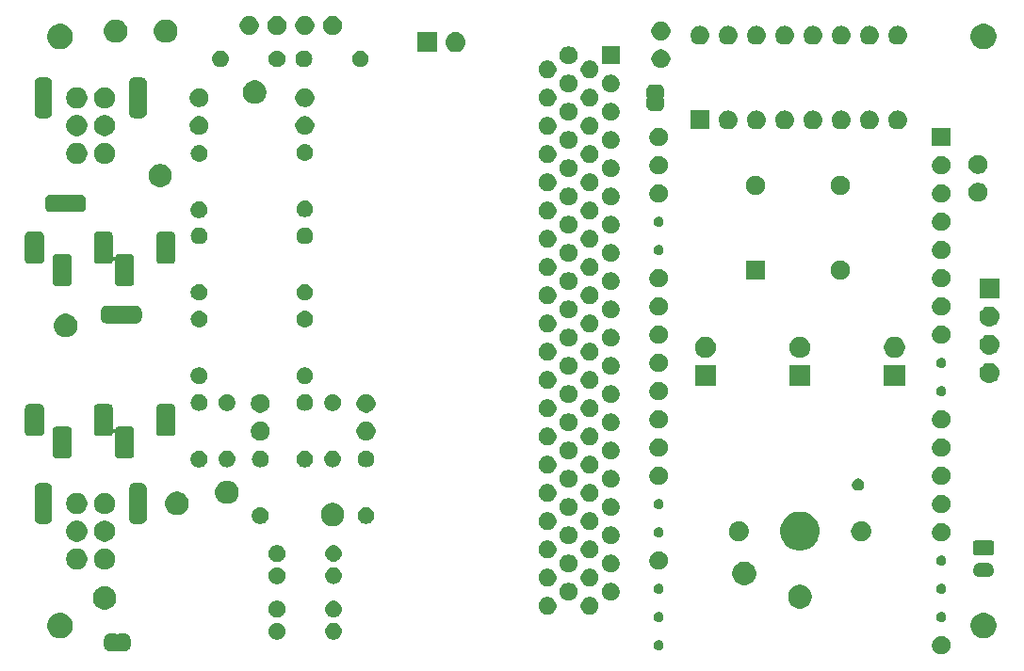
<source format=gts>
G04 #@! TF.GenerationSoftware,KiCad,Pcbnew,(5.1.2)-1*
G04 #@! TF.CreationDate,2019-07-19T10:40:58+09:00*
G04 #@! TF.ProjectId,Chip_da_Tunetaro,43686970-5f64-4615-9f54-756e65746172,rev?*
G04 #@! TF.SameCoordinates,Original*
G04 #@! TF.FileFunction,Soldermask,Top*
G04 #@! TF.FilePolarity,Negative*
%FSLAX46Y46*%
G04 Gerber Fmt 4.6, Leading zero omitted, Abs format (unit mm)*
G04 Created by KiCad (PCBNEW (5.1.2)-1) date 2019-07-19 10:40:58*
%MOMM*%
%LPD*%
G04 APERTURE LIST*
%ADD10C,0.100000*%
G04 APERTURE END LIST*
D10*
G36*
X172942394Y-127460934D02*
G01*
X173084998Y-127520003D01*
X173093626Y-127523577D01*
X173229732Y-127614520D01*
X173345480Y-127730268D01*
X173432383Y-127860328D01*
X173436424Y-127866376D01*
X173499066Y-128017606D01*
X173531000Y-128178152D01*
X173531000Y-128341848D01*
X173499066Y-128502394D01*
X173454363Y-128610315D01*
X173436423Y-128653626D01*
X173345480Y-128789732D01*
X173229732Y-128905480D01*
X173093626Y-128996423D01*
X173093625Y-128996424D01*
X173093624Y-128996424D01*
X172942394Y-129059066D01*
X172781848Y-129091000D01*
X172618152Y-129091000D01*
X172457606Y-129059066D01*
X172306376Y-128996424D01*
X172306375Y-128996424D01*
X172306374Y-128996423D01*
X172170268Y-128905480D01*
X172054520Y-128789732D01*
X171963577Y-128653626D01*
X171945637Y-128610315D01*
X171900934Y-128502394D01*
X171869000Y-128341848D01*
X171869000Y-128178152D01*
X171900934Y-128017606D01*
X171963576Y-127866376D01*
X171967617Y-127860328D01*
X172054520Y-127730268D01*
X172170268Y-127614520D01*
X172306374Y-127523577D01*
X172315002Y-127520003D01*
X172457606Y-127460934D01*
X172618152Y-127429000D01*
X172781848Y-127429000D01*
X172942394Y-127460934D01*
X172942394Y-127460934D01*
G37*
G36*
X98509999Y-127199737D02*
G01*
X98519608Y-127202652D01*
X98528472Y-127207390D01*
X98536237Y-127213763D01*
X98546448Y-127226206D01*
X98553378Y-127236575D01*
X98570705Y-127253902D01*
X98591080Y-127267515D01*
X98613720Y-127276891D01*
X98637753Y-127281671D01*
X98662257Y-127281670D01*
X98686290Y-127276888D01*
X98708929Y-127267510D01*
X98729302Y-127253895D01*
X98746629Y-127236568D01*
X98753558Y-127226198D01*
X98763763Y-127213763D01*
X98771528Y-127207390D01*
X98780392Y-127202652D01*
X98790001Y-127199737D01*
X98806140Y-127198148D01*
X99293861Y-127198148D01*
X99312199Y-127199954D01*
X99324450Y-127200556D01*
X99342869Y-127200556D01*
X99365149Y-127202750D01*
X99449233Y-127219476D01*
X99470660Y-127225976D01*
X99549858Y-127258780D01*
X99555303Y-127261691D01*
X99555309Y-127261693D01*
X99564169Y-127266429D01*
X99564173Y-127266432D01*
X99569614Y-127269340D01*
X99640899Y-127316971D01*
X99658204Y-127331172D01*
X99718828Y-127391796D01*
X99733029Y-127409101D01*
X99780660Y-127480386D01*
X99783568Y-127485827D01*
X99783571Y-127485831D01*
X99788307Y-127494691D01*
X99788309Y-127494697D01*
X99791220Y-127500142D01*
X99824024Y-127579340D01*
X99830524Y-127600767D01*
X99847250Y-127684851D01*
X99849444Y-127707131D01*
X99849444Y-127725550D01*
X99850046Y-127737801D01*
X99851852Y-127756139D01*
X99851852Y-128243862D01*
X99850046Y-128262199D01*
X99849444Y-128274450D01*
X99849444Y-128292869D01*
X99847250Y-128315149D01*
X99830524Y-128399233D01*
X99824024Y-128420660D01*
X99791220Y-128499858D01*
X99788309Y-128505303D01*
X99788307Y-128505309D01*
X99783571Y-128514169D01*
X99783568Y-128514173D01*
X99780660Y-128519614D01*
X99733029Y-128590899D01*
X99718828Y-128608204D01*
X99658204Y-128668828D01*
X99640899Y-128683029D01*
X99569614Y-128730660D01*
X99564173Y-128733568D01*
X99564169Y-128733571D01*
X99555309Y-128738307D01*
X99555303Y-128738309D01*
X99549858Y-128741220D01*
X99470660Y-128774024D01*
X99449233Y-128780524D01*
X99365149Y-128797250D01*
X99342869Y-128799444D01*
X99324450Y-128799444D01*
X99312199Y-128800046D01*
X99293862Y-128801852D01*
X98806140Y-128801852D01*
X98790001Y-128800263D01*
X98780392Y-128797348D01*
X98771528Y-128792610D01*
X98763763Y-128786237D01*
X98753552Y-128773794D01*
X98746622Y-128763425D01*
X98729295Y-128746098D01*
X98708920Y-128732485D01*
X98686280Y-128723109D01*
X98662247Y-128718329D01*
X98637743Y-128718330D01*
X98613710Y-128723112D01*
X98591071Y-128732490D01*
X98570698Y-128746105D01*
X98553371Y-128763432D01*
X98546442Y-128773802D01*
X98536237Y-128786237D01*
X98528472Y-128792610D01*
X98519608Y-128797348D01*
X98509999Y-128800263D01*
X98493860Y-128801852D01*
X98006138Y-128801852D01*
X97987801Y-128800046D01*
X97975550Y-128799444D01*
X97957131Y-128799444D01*
X97934851Y-128797250D01*
X97850767Y-128780524D01*
X97829340Y-128774024D01*
X97750142Y-128741220D01*
X97744697Y-128738309D01*
X97744691Y-128738307D01*
X97735831Y-128733571D01*
X97735827Y-128733568D01*
X97730386Y-128730660D01*
X97659101Y-128683029D01*
X97641796Y-128668828D01*
X97581172Y-128608204D01*
X97566971Y-128590899D01*
X97519340Y-128519614D01*
X97516432Y-128514173D01*
X97516429Y-128514169D01*
X97511693Y-128505309D01*
X97511691Y-128505303D01*
X97508780Y-128499858D01*
X97475976Y-128420660D01*
X97469476Y-128399233D01*
X97452750Y-128315149D01*
X97450556Y-128292869D01*
X97450556Y-128274450D01*
X97449954Y-128262199D01*
X97448148Y-128243862D01*
X97448148Y-127756138D01*
X97449954Y-127737801D01*
X97450556Y-127725550D01*
X97450556Y-127707131D01*
X97452750Y-127684851D01*
X97469476Y-127600767D01*
X97475976Y-127579340D01*
X97508780Y-127500142D01*
X97511691Y-127494697D01*
X97511693Y-127494691D01*
X97516429Y-127485831D01*
X97516432Y-127485827D01*
X97519340Y-127480386D01*
X97566971Y-127409101D01*
X97581172Y-127391796D01*
X97641796Y-127331172D01*
X97659101Y-127316971D01*
X97730386Y-127269340D01*
X97735827Y-127266432D01*
X97735831Y-127266429D01*
X97744691Y-127261693D01*
X97744697Y-127261691D01*
X97750142Y-127258780D01*
X97829340Y-127225976D01*
X97850767Y-127219476D01*
X97934851Y-127202750D01*
X97957131Y-127200556D01*
X97975550Y-127200556D01*
X97987801Y-127199954D01*
X98006139Y-127198148D01*
X98493860Y-127198148D01*
X98509999Y-127199737D01*
X98509999Y-127199737D01*
G37*
G36*
X147431552Y-127826331D02*
G01*
X147513627Y-127860328D01*
X147513629Y-127860329D01*
X147550813Y-127885175D01*
X147587495Y-127909685D01*
X147650315Y-127972505D01*
X147699672Y-128046373D01*
X147733669Y-128128448D01*
X147751000Y-128215579D01*
X147751000Y-128304421D01*
X147733669Y-128391552D01*
X147699672Y-128473627D01*
X147699671Y-128473629D01*
X147650314Y-128547496D01*
X147587496Y-128610314D01*
X147513629Y-128659671D01*
X147513628Y-128659672D01*
X147513627Y-128659672D01*
X147431552Y-128693669D01*
X147344421Y-128711000D01*
X147255579Y-128711000D01*
X147168448Y-128693669D01*
X147086373Y-128659672D01*
X147086372Y-128659672D01*
X147086371Y-128659671D01*
X147012504Y-128610314D01*
X146949686Y-128547496D01*
X146900329Y-128473629D01*
X146900328Y-128473627D01*
X146866331Y-128391552D01*
X146849000Y-128304421D01*
X146849000Y-128215579D01*
X146866331Y-128128448D01*
X146900328Y-128046373D01*
X146949685Y-127972505D01*
X147012505Y-127909685D01*
X147049187Y-127885175D01*
X147086371Y-127860329D01*
X147086373Y-127860328D01*
X147168448Y-127826331D01*
X147255579Y-127809000D01*
X147344421Y-127809000D01*
X147431552Y-127826331D01*
X147431552Y-127826331D01*
G37*
G36*
X113219059Y-126277860D02*
G01*
X113279294Y-126302810D01*
X113355732Y-126334472D01*
X113478735Y-126416660D01*
X113583340Y-126521265D01*
X113644879Y-126613365D01*
X113665529Y-126644270D01*
X113722140Y-126780941D01*
X113751000Y-126926032D01*
X113751000Y-127073968D01*
X113722140Y-127219059D01*
X113681584Y-127316971D01*
X113665528Y-127355732D01*
X113583340Y-127478735D01*
X113478735Y-127583340D01*
X113355732Y-127665528D01*
X113355731Y-127665529D01*
X113355730Y-127665529D01*
X113219059Y-127722140D01*
X113073968Y-127751000D01*
X112926032Y-127751000D01*
X112780941Y-127722140D01*
X112644270Y-127665529D01*
X112644269Y-127665529D01*
X112644268Y-127665528D01*
X112521265Y-127583340D01*
X112416660Y-127478735D01*
X112334472Y-127355732D01*
X112318417Y-127316971D01*
X112277860Y-127219059D01*
X112249000Y-127073968D01*
X112249000Y-126926032D01*
X112277860Y-126780941D01*
X112334471Y-126644270D01*
X112355121Y-126613365D01*
X112416660Y-126521265D01*
X112521265Y-126416660D01*
X112644268Y-126334472D01*
X112720707Y-126302810D01*
X112780941Y-126277860D01*
X112926032Y-126249000D01*
X113073968Y-126249000D01*
X113219059Y-126277860D01*
X113219059Y-126277860D01*
G37*
G36*
X118153665Y-126252622D02*
G01*
X118227222Y-126259867D01*
X118368786Y-126302810D01*
X118499252Y-126372546D01*
X118529040Y-126396992D01*
X118613607Y-126466393D01*
X118683008Y-126550960D01*
X118707454Y-126580748D01*
X118777190Y-126711214D01*
X118820133Y-126852778D01*
X118834633Y-127000000D01*
X118820133Y-127147222D01*
X118777190Y-127288786D01*
X118707454Y-127419252D01*
X118699454Y-127429000D01*
X118613607Y-127533607D01*
X118538968Y-127594860D01*
X118499252Y-127627454D01*
X118499250Y-127627455D01*
X118391871Y-127684851D01*
X118368786Y-127697190D01*
X118227222Y-127740133D01*
X118153665Y-127747378D01*
X118116888Y-127751000D01*
X118043112Y-127751000D01*
X118006335Y-127747378D01*
X117932778Y-127740133D01*
X117791214Y-127697190D01*
X117768130Y-127684851D01*
X117660750Y-127627455D01*
X117660748Y-127627454D01*
X117621032Y-127594860D01*
X117546393Y-127533607D01*
X117460546Y-127429000D01*
X117452546Y-127419252D01*
X117382810Y-127288786D01*
X117339867Y-127147222D01*
X117325367Y-127000000D01*
X117339867Y-126852778D01*
X117382810Y-126711214D01*
X117452546Y-126580748D01*
X117476992Y-126550960D01*
X117546393Y-126466393D01*
X117630960Y-126396992D01*
X117660748Y-126372546D01*
X117791214Y-126302810D01*
X117932778Y-126259867D01*
X118006335Y-126252622D01*
X118043112Y-126249000D01*
X118116888Y-126249000D01*
X118153665Y-126252622D01*
X118153665Y-126252622D01*
G37*
G36*
X176717355Y-125369685D02*
G01*
X176835734Y-125393232D01*
X176909623Y-125423838D01*
X177042157Y-125478735D01*
X177045203Y-125479997D01*
X177233720Y-125605960D01*
X177394040Y-125766280D01*
X177520003Y-125954797D01*
X177602379Y-126153669D01*
X177606768Y-126164267D01*
X177651000Y-126386635D01*
X177651000Y-126613365D01*
X177628884Y-126724549D01*
X177606768Y-126835734D01*
X177520003Y-127045203D01*
X177394040Y-127233720D01*
X177233720Y-127394040D01*
X177045203Y-127520003D01*
X177045202Y-127520004D01*
X177045201Y-127520004D01*
X177012360Y-127533607D01*
X176835734Y-127606768D01*
X176731738Y-127627454D01*
X176613365Y-127651000D01*
X176386635Y-127651000D01*
X176268262Y-127627454D01*
X176164266Y-127606768D01*
X175987640Y-127533607D01*
X175954799Y-127520004D01*
X175954798Y-127520004D01*
X175954797Y-127520003D01*
X175766280Y-127394040D01*
X175605960Y-127233720D01*
X175479997Y-127045203D01*
X175393232Y-126835734D01*
X175371116Y-126724549D01*
X175349000Y-126613365D01*
X175349000Y-126386635D01*
X175393232Y-126164267D01*
X175397622Y-126153669D01*
X175479997Y-125954797D01*
X175605960Y-125766280D01*
X175766280Y-125605960D01*
X175954797Y-125479997D01*
X175957844Y-125478735D01*
X176090377Y-125423838D01*
X176164266Y-125393232D01*
X176282645Y-125369685D01*
X176386635Y-125349000D01*
X176613365Y-125349000D01*
X176717355Y-125369685D01*
X176717355Y-125369685D01*
G37*
G36*
X93717355Y-125369685D02*
G01*
X93835734Y-125393232D01*
X93909623Y-125423838D01*
X94042157Y-125478735D01*
X94045203Y-125479997D01*
X94233720Y-125605960D01*
X94394040Y-125766280D01*
X94520003Y-125954797D01*
X94602379Y-126153669D01*
X94606768Y-126164267D01*
X94651000Y-126386635D01*
X94651000Y-126613365D01*
X94628884Y-126724549D01*
X94606768Y-126835734D01*
X94520003Y-127045203D01*
X94394040Y-127233720D01*
X94233720Y-127394040D01*
X94045203Y-127520003D01*
X94045202Y-127520004D01*
X94045201Y-127520004D01*
X94012360Y-127533607D01*
X93835734Y-127606768D01*
X93731738Y-127627454D01*
X93613365Y-127651000D01*
X93386635Y-127651000D01*
X93268262Y-127627454D01*
X93164266Y-127606768D01*
X92987640Y-127533607D01*
X92954799Y-127520004D01*
X92954798Y-127520004D01*
X92954797Y-127520003D01*
X92766280Y-127394040D01*
X92605960Y-127233720D01*
X92479997Y-127045203D01*
X92393232Y-126835734D01*
X92371116Y-126724549D01*
X92349000Y-126613365D01*
X92349000Y-126386635D01*
X92393232Y-126164267D01*
X92397622Y-126153669D01*
X92479997Y-125954797D01*
X92605960Y-125766280D01*
X92766280Y-125605960D01*
X92954797Y-125479997D01*
X92957844Y-125478735D01*
X93090377Y-125423838D01*
X93164266Y-125393232D01*
X93282645Y-125369685D01*
X93386635Y-125349000D01*
X93613365Y-125349000D01*
X93717355Y-125369685D01*
X93717355Y-125369685D01*
G37*
G36*
X147431552Y-125286331D02*
G01*
X147513627Y-125320328D01*
X147513629Y-125320329D01*
X147587496Y-125369686D01*
X147650314Y-125432504D01*
X147682048Y-125479996D01*
X147699672Y-125506373D01*
X147733669Y-125588448D01*
X147751000Y-125675579D01*
X147751000Y-125764421D01*
X147733669Y-125851552D01*
X147699672Y-125933627D01*
X147699671Y-125933629D01*
X147650314Y-126007496D01*
X147587496Y-126070314D01*
X147513629Y-126119671D01*
X147513628Y-126119672D01*
X147513627Y-126119672D01*
X147431552Y-126153669D01*
X147344421Y-126171000D01*
X147255579Y-126171000D01*
X147168448Y-126153669D01*
X147086373Y-126119672D01*
X147086372Y-126119672D01*
X147086371Y-126119671D01*
X147012504Y-126070314D01*
X146949686Y-126007496D01*
X146900329Y-125933629D01*
X146900328Y-125933627D01*
X146866331Y-125851552D01*
X146849000Y-125764421D01*
X146849000Y-125675579D01*
X146866331Y-125588448D01*
X146900328Y-125506373D01*
X146917953Y-125479996D01*
X146949686Y-125432504D01*
X147012504Y-125369686D01*
X147086371Y-125320329D01*
X147086373Y-125320328D01*
X147168448Y-125286331D01*
X147255579Y-125269000D01*
X147344421Y-125269000D01*
X147431552Y-125286331D01*
X147431552Y-125286331D01*
G37*
G36*
X172831552Y-125286331D02*
G01*
X172913627Y-125320328D01*
X172913629Y-125320329D01*
X172987496Y-125369686D01*
X173050314Y-125432504D01*
X173082048Y-125479996D01*
X173099672Y-125506373D01*
X173133669Y-125588448D01*
X173151000Y-125675579D01*
X173151000Y-125764421D01*
X173133669Y-125851552D01*
X173099672Y-125933627D01*
X173099671Y-125933629D01*
X173050314Y-126007496D01*
X172987496Y-126070314D01*
X172913629Y-126119671D01*
X172913628Y-126119672D01*
X172913627Y-126119672D01*
X172831552Y-126153669D01*
X172744421Y-126171000D01*
X172655579Y-126171000D01*
X172568448Y-126153669D01*
X172486373Y-126119672D01*
X172486372Y-126119672D01*
X172486371Y-126119671D01*
X172412504Y-126070314D01*
X172349686Y-126007496D01*
X172300329Y-125933629D01*
X172300328Y-125933627D01*
X172266331Y-125851552D01*
X172249000Y-125764421D01*
X172249000Y-125675579D01*
X172266331Y-125588448D01*
X172300328Y-125506373D01*
X172317953Y-125479996D01*
X172349686Y-125432504D01*
X172412504Y-125369686D01*
X172486371Y-125320329D01*
X172486373Y-125320328D01*
X172568448Y-125286331D01*
X172655579Y-125269000D01*
X172744421Y-125269000D01*
X172831552Y-125286331D01*
X172831552Y-125286331D01*
G37*
G36*
X113219059Y-124277860D02*
G01*
X113288357Y-124306564D01*
X113355732Y-124334472D01*
X113478735Y-124416660D01*
X113583340Y-124521265D01*
X113659407Y-124635108D01*
X113665529Y-124644270D01*
X113722140Y-124780941D01*
X113751000Y-124926032D01*
X113751000Y-125073968D01*
X113722140Y-125219059D01*
X113668317Y-125349000D01*
X113665528Y-125355732D01*
X113583340Y-125478735D01*
X113478735Y-125583340D01*
X113355732Y-125665528D01*
X113355731Y-125665529D01*
X113355730Y-125665529D01*
X113219059Y-125722140D01*
X113073968Y-125751000D01*
X112926032Y-125751000D01*
X112780941Y-125722140D01*
X112644270Y-125665529D01*
X112644269Y-125665529D01*
X112644268Y-125665528D01*
X112521265Y-125583340D01*
X112416660Y-125478735D01*
X112334472Y-125355732D01*
X112331684Y-125349000D01*
X112277860Y-125219059D01*
X112249000Y-125073968D01*
X112249000Y-124926032D01*
X112277860Y-124780941D01*
X112334471Y-124644270D01*
X112340593Y-124635108D01*
X112416660Y-124521265D01*
X112521265Y-124416660D01*
X112644268Y-124334472D01*
X112711644Y-124306564D01*
X112780941Y-124277860D01*
X112926032Y-124249000D01*
X113073968Y-124249000D01*
X113219059Y-124277860D01*
X113219059Y-124277860D01*
G37*
G36*
X118153665Y-124252622D02*
G01*
X118227222Y-124259867D01*
X118368786Y-124302810D01*
X118499252Y-124372546D01*
X118529040Y-124396992D01*
X118613607Y-124466393D01*
X118683008Y-124550960D01*
X118707454Y-124580748D01*
X118777190Y-124711214D01*
X118820133Y-124852778D01*
X118834633Y-125000000D01*
X118820133Y-125147222D01*
X118777190Y-125288786D01*
X118707454Y-125419252D01*
X118683008Y-125449040D01*
X118613607Y-125533607D01*
X118553004Y-125583341D01*
X118499252Y-125627454D01*
X118368786Y-125697190D01*
X118227222Y-125740133D01*
X118153665Y-125747378D01*
X118116888Y-125751000D01*
X118043112Y-125751000D01*
X118006335Y-125747378D01*
X117932778Y-125740133D01*
X117791214Y-125697190D01*
X117660748Y-125627454D01*
X117606996Y-125583341D01*
X117546393Y-125533607D01*
X117476992Y-125449040D01*
X117452546Y-125419252D01*
X117382810Y-125288786D01*
X117339867Y-125147222D01*
X117325367Y-125000000D01*
X117339867Y-124852778D01*
X117382810Y-124711214D01*
X117452546Y-124580748D01*
X117476992Y-124550960D01*
X117546393Y-124466393D01*
X117630960Y-124396992D01*
X117660748Y-124372546D01*
X117791214Y-124302810D01*
X117932778Y-124259867D01*
X118006335Y-124252622D01*
X118043112Y-124249000D01*
X118116888Y-124249000D01*
X118153665Y-124252622D01*
X118153665Y-124252622D01*
G37*
G36*
X141335642Y-123943781D02*
G01*
X141481414Y-124004162D01*
X141481416Y-124004163D01*
X141612608Y-124091822D01*
X141724178Y-124203392D01*
X141793115Y-124306565D01*
X141811838Y-124334586D01*
X141872219Y-124480358D01*
X141903000Y-124635107D01*
X141903000Y-124792893D01*
X141872219Y-124947642D01*
X141819893Y-125073967D01*
X141811837Y-125093416D01*
X141724178Y-125224608D01*
X141612608Y-125336178D01*
X141481416Y-125423837D01*
X141481415Y-125423838D01*
X141481414Y-125423838D01*
X141335642Y-125484219D01*
X141180893Y-125515000D01*
X141023107Y-125515000D01*
X140868358Y-125484219D01*
X140722586Y-125423838D01*
X140722585Y-125423838D01*
X140722584Y-125423837D01*
X140591392Y-125336178D01*
X140479822Y-125224608D01*
X140392163Y-125093416D01*
X140384107Y-125073967D01*
X140331781Y-124947642D01*
X140301000Y-124792893D01*
X140301000Y-124635107D01*
X140331781Y-124480358D01*
X140392162Y-124334586D01*
X140410885Y-124306565D01*
X140479822Y-124203392D01*
X140591392Y-124091822D01*
X140722584Y-124004163D01*
X140722586Y-124004162D01*
X140868358Y-123943781D01*
X141023107Y-123913000D01*
X141180893Y-123913000D01*
X141335642Y-123943781D01*
X141335642Y-123943781D01*
G37*
G36*
X137535642Y-123943781D02*
G01*
X137681414Y-124004162D01*
X137681416Y-124004163D01*
X137812608Y-124091822D01*
X137924178Y-124203392D01*
X137993115Y-124306565D01*
X138011838Y-124334586D01*
X138072219Y-124480358D01*
X138103000Y-124635107D01*
X138103000Y-124792893D01*
X138072219Y-124947642D01*
X138019893Y-125073967D01*
X138011837Y-125093416D01*
X137924178Y-125224608D01*
X137812608Y-125336178D01*
X137681416Y-125423837D01*
X137681415Y-125423838D01*
X137681414Y-125423838D01*
X137535642Y-125484219D01*
X137380893Y-125515000D01*
X137223107Y-125515000D01*
X137068358Y-125484219D01*
X136922586Y-125423838D01*
X136922585Y-125423838D01*
X136922584Y-125423837D01*
X136791392Y-125336178D01*
X136679822Y-125224608D01*
X136592163Y-125093416D01*
X136584107Y-125073967D01*
X136531781Y-124947642D01*
X136501000Y-124792893D01*
X136501000Y-124635107D01*
X136531781Y-124480358D01*
X136592162Y-124334586D01*
X136610885Y-124306565D01*
X136679822Y-124203392D01*
X136791392Y-124091822D01*
X136922584Y-124004163D01*
X136922586Y-124004162D01*
X137068358Y-123943781D01*
X137223107Y-123913000D01*
X137380893Y-123913000D01*
X137535642Y-123943781D01*
X137535642Y-123943781D01*
G37*
G36*
X97806564Y-122989389D02*
G01*
X97949145Y-123048448D01*
X97997835Y-123068616D01*
X98169973Y-123183635D01*
X98316365Y-123330027D01*
X98358863Y-123393629D01*
X98431385Y-123502167D01*
X98510611Y-123693436D01*
X98551000Y-123896484D01*
X98551000Y-124103516D01*
X98510611Y-124306564D01*
X98483280Y-124372546D01*
X98431384Y-124497835D01*
X98316365Y-124669973D01*
X98169973Y-124816365D01*
X97997835Y-124931384D01*
X97997834Y-124931385D01*
X97997833Y-124931385D01*
X97806564Y-125010611D01*
X97603516Y-125051000D01*
X97396484Y-125051000D01*
X97193436Y-125010611D01*
X97002167Y-124931385D01*
X97002166Y-124931385D01*
X97002165Y-124931384D01*
X96830027Y-124816365D01*
X96683635Y-124669973D01*
X96568616Y-124497835D01*
X96516720Y-124372546D01*
X96489389Y-124306564D01*
X96449000Y-124103516D01*
X96449000Y-123896484D01*
X96489389Y-123693436D01*
X96568615Y-123502167D01*
X96641138Y-123393629D01*
X96683635Y-123330027D01*
X96830027Y-123183635D01*
X97002165Y-123068616D01*
X97050855Y-123048448D01*
X97193436Y-122989389D01*
X97396484Y-122949000D01*
X97603516Y-122949000D01*
X97806564Y-122989389D01*
X97806564Y-122989389D01*
G37*
G36*
X160311231Y-122874003D02*
G01*
X160480746Y-122944219D01*
X160505414Y-122954437D01*
X160680173Y-123071207D01*
X160828793Y-123219827D01*
X160945563Y-123394586D01*
X160945564Y-123394588D01*
X161025997Y-123588769D01*
X161067000Y-123794908D01*
X161067000Y-124005092D01*
X161025997Y-124211231D01*
X160945564Y-124405412D01*
X160945563Y-124405414D01*
X160828793Y-124580173D01*
X160680173Y-124728793D01*
X160505414Y-124845563D01*
X160505413Y-124845564D01*
X160505412Y-124845564D01*
X160311231Y-124925997D01*
X160105092Y-124967000D01*
X159894908Y-124967000D01*
X159688769Y-124925997D01*
X159494588Y-124845564D01*
X159494587Y-124845564D01*
X159494586Y-124845563D01*
X159319827Y-124728793D01*
X159171207Y-124580173D01*
X159054437Y-124405414D01*
X159054436Y-124405412D01*
X158974003Y-124211231D01*
X158933000Y-124005092D01*
X158933000Y-123794908D01*
X158974003Y-123588769D01*
X159054436Y-123394588D01*
X159054437Y-123394586D01*
X159171207Y-123219827D01*
X159319827Y-123071207D01*
X159494586Y-122954437D01*
X159519254Y-122944219D01*
X159688769Y-122874003D01*
X159894908Y-122833000D01*
X160105092Y-122833000D01*
X160311231Y-122874003D01*
X160311231Y-122874003D01*
G37*
G36*
X143235642Y-122673781D02*
G01*
X143381414Y-122734162D01*
X143381416Y-122734163D01*
X143512608Y-122821822D01*
X143624178Y-122933392D01*
X143661594Y-122989390D01*
X143711838Y-123064586D01*
X143772219Y-123210358D01*
X143803000Y-123365107D01*
X143803000Y-123522893D01*
X143772219Y-123677642D01*
X143723645Y-123794910D01*
X143711837Y-123823416D01*
X143624178Y-123954608D01*
X143512608Y-124066178D01*
X143381416Y-124153837D01*
X143381415Y-124153838D01*
X143381414Y-124153838D01*
X143235642Y-124214219D01*
X143080893Y-124245000D01*
X142923107Y-124245000D01*
X142768358Y-124214219D01*
X142622586Y-124153838D01*
X142622585Y-124153838D01*
X142622584Y-124153837D01*
X142491392Y-124066178D01*
X142379822Y-123954608D01*
X142292163Y-123823416D01*
X142280355Y-123794910D01*
X142231781Y-123677642D01*
X142201000Y-123522893D01*
X142201000Y-123365107D01*
X142231781Y-123210358D01*
X142292162Y-123064586D01*
X142342406Y-122989390D01*
X142379822Y-122933392D01*
X142491392Y-122821822D01*
X142622584Y-122734163D01*
X142622586Y-122734162D01*
X142768358Y-122673781D01*
X142923107Y-122643000D01*
X143080893Y-122643000D01*
X143235642Y-122673781D01*
X143235642Y-122673781D01*
G37*
G36*
X139435642Y-122673781D02*
G01*
X139581414Y-122734162D01*
X139581416Y-122734163D01*
X139712608Y-122821822D01*
X139824178Y-122933392D01*
X139861594Y-122989390D01*
X139911838Y-123064586D01*
X139972219Y-123210358D01*
X140003000Y-123365107D01*
X140003000Y-123522893D01*
X139972219Y-123677642D01*
X139923645Y-123794910D01*
X139911837Y-123823416D01*
X139824178Y-123954608D01*
X139712608Y-124066178D01*
X139581416Y-124153837D01*
X139581415Y-124153838D01*
X139581414Y-124153838D01*
X139435642Y-124214219D01*
X139280893Y-124245000D01*
X139123107Y-124245000D01*
X138968358Y-124214219D01*
X138822586Y-124153838D01*
X138822585Y-124153838D01*
X138822584Y-124153837D01*
X138691392Y-124066178D01*
X138579822Y-123954608D01*
X138492163Y-123823416D01*
X138480355Y-123794910D01*
X138431781Y-123677642D01*
X138401000Y-123522893D01*
X138401000Y-123365107D01*
X138431781Y-123210358D01*
X138492162Y-123064586D01*
X138542406Y-122989390D01*
X138579822Y-122933392D01*
X138691392Y-122821822D01*
X138822584Y-122734163D01*
X138822586Y-122734162D01*
X138968358Y-122673781D01*
X139123107Y-122643000D01*
X139280893Y-122643000D01*
X139435642Y-122673781D01*
X139435642Y-122673781D01*
G37*
G36*
X147431552Y-122746331D02*
G01*
X147513627Y-122780328D01*
X147513629Y-122780329D01*
X147537348Y-122796178D01*
X147581976Y-122825997D01*
X147587496Y-122829686D01*
X147650314Y-122892504D01*
X147677636Y-122933393D01*
X147699672Y-122966373D01*
X147733669Y-123048448D01*
X147751000Y-123135579D01*
X147751000Y-123224421D01*
X147733669Y-123311552D01*
X147711485Y-123365108D01*
X147699671Y-123393629D01*
X147650314Y-123467496D01*
X147587496Y-123530314D01*
X147513629Y-123579671D01*
X147513628Y-123579672D01*
X147513627Y-123579672D01*
X147431552Y-123613669D01*
X147344421Y-123631000D01*
X147255579Y-123631000D01*
X147168448Y-123613669D01*
X147086373Y-123579672D01*
X147086372Y-123579672D01*
X147086371Y-123579671D01*
X147012504Y-123530314D01*
X146949686Y-123467496D01*
X146900329Y-123393629D01*
X146888515Y-123365108D01*
X146866331Y-123311552D01*
X146849000Y-123224421D01*
X146849000Y-123135579D01*
X146866331Y-123048448D01*
X146900328Y-122966373D01*
X146922365Y-122933393D01*
X146949686Y-122892504D01*
X147012504Y-122829686D01*
X147018025Y-122825997D01*
X147062652Y-122796178D01*
X147086371Y-122780329D01*
X147086373Y-122780328D01*
X147168448Y-122746331D01*
X147255579Y-122729000D01*
X147344421Y-122729000D01*
X147431552Y-122746331D01*
X147431552Y-122746331D01*
G37*
G36*
X172831552Y-122746331D02*
G01*
X172913627Y-122780328D01*
X172913629Y-122780329D01*
X172937348Y-122796178D01*
X172981976Y-122825997D01*
X172987496Y-122829686D01*
X173050314Y-122892504D01*
X173077636Y-122933393D01*
X173099672Y-122966373D01*
X173133669Y-123048448D01*
X173151000Y-123135579D01*
X173151000Y-123224421D01*
X173133669Y-123311552D01*
X173111485Y-123365108D01*
X173099671Y-123393629D01*
X173050314Y-123467496D01*
X172987496Y-123530314D01*
X172913629Y-123579671D01*
X172913628Y-123579672D01*
X172913627Y-123579672D01*
X172831552Y-123613669D01*
X172744421Y-123631000D01*
X172655579Y-123631000D01*
X172568448Y-123613669D01*
X172486373Y-123579672D01*
X172486372Y-123579672D01*
X172486371Y-123579671D01*
X172412504Y-123530314D01*
X172349686Y-123467496D01*
X172300329Y-123393629D01*
X172288515Y-123365108D01*
X172266331Y-123311552D01*
X172249000Y-123224421D01*
X172249000Y-123135579D01*
X172266331Y-123048448D01*
X172300328Y-122966373D01*
X172322365Y-122933393D01*
X172349686Y-122892504D01*
X172412504Y-122829686D01*
X172418025Y-122825997D01*
X172462652Y-122796178D01*
X172486371Y-122780329D01*
X172486373Y-122780328D01*
X172568448Y-122746331D01*
X172655579Y-122729000D01*
X172744421Y-122729000D01*
X172831552Y-122746331D01*
X172831552Y-122746331D01*
G37*
G36*
X141335642Y-121403781D02*
G01*
X141449638Y-121451000D01*
X141481416Y-121464163D01*
X141612608Y-121551822D01*
X141724178Y-121663392D01*
X141802721Y-121780941D01*
X141811838Y-121794586D01*
X141872219Y-121940358D01*
X141903000Y-122095107D01*
X141903000Y-122252893D01*
X141872219Y-122407642D01*
X141820043Y-122533606D01*
X141811837Y-122553416D01*
X141724178Y-122684608D01*
X141612608Y-122796178D01*
X141481416Y-122883837D01*
X141481415Y-122883838D01*
X141481414Y-122883838D01*
X141335642Y-122944219D01*
X141180893Y-122975000D01*
X141023107Y-122975000D01*
X140868358Y-122944219D01*
X140722586Y-122883838D01*
X140722585Y-122883838D01*
X140722584Y-122883837D01*
X140591392Y-122796178D01*
X140479822Y-122684608D01*
X140392163Y-122553416D01*
X140383957Y-122533606D01*
X140331781Y-122407642D01*
X140301000Y-122252893D01*
X140301000Y-122095107D01*
X140331781Y-121940358D01*
X140392162Y-121794586D01*
X140401279Y-121780941D01*
X140479822Y-121663392D01*
X140591392Y-121551822D01*
X140722584Y-121464163D01*
X140754362Y-121451000D01*
X140868358Y-121403781D01*
X141023107Y-121373000D01*
X141180893Y-121373000D01*
X141335642Y-121403781D01*
X141335642Y-121403781D01*
G37*
G36*
X137535642Y-121403781D02*
G01*
X137649638Y-121451000D01*
X137681416Y-121464163D01*
X137812608Y-121551822D01*
X137924178Y-121663392D01*
X138002721Y-121780941D01*
X138011838Y-121794586D01*
X138072219Y-121940358D01*
X138103000Y-122095107D01*
X138103000Y-122252893D01*
X138072219Y-122407642D01*
X138020043Y-122533606D01*
X138011837Y-122553416D01*
X137924178Y-122684608D01*
X137812608Y-122796178D01*
X137681416Y-122883837D01*
X137681415Y-122883838D01*
X137681414Y-122883838D01*
X137535642Y-122944219D01*
X137380893Y-122975000D01*
X137223107Y-122975000D01*
X137068358Y-122944219D01*
X136922586Y-122883838D01*
X136922585Y-122883838D01*
X136922584Y-122883837D01*
X136791392Y-122796178D01*
X136679822Y-122684608D01*
X136592163Y-122553416D01*
X136583957Y-122533606D01*
X136531781Y-122407642D01*
X136501000Y-122252893D01*
X136501000Y-122095107D01*
X136531781Y-121940358D01*
X136592162Y-121794586D01*
X136601279Y-121780941D01*
X136679822Y-121663392D01*
X136791392Y-121551822D01*
X136922584Y-121464163D01*
X136954362Y-121451000D01*
X137068358Y-121403781D01*
X137223107Y-121373000D01*
X137380893Y-121373000D01*
X137535642Y-121403781D01*
X137535642Y-121403781D01*
G37*
G36*
X155311231Y-120774003D02*
G01*
X155505412Y-120854436D01*
X155505414Y-120854437D01*
X155680173Y-120971207D01*
X155828793Y-121119827D01*
X155945563Y-121294586D01*
X155945564Y-121294588D01*
X156025997Y-121488769D01*
X156067000Y-121694908D01*
X156067000Y-121905092D01*
X156025997Y-122111231D01*
X155967318Y-122252893D01*
X155945563Y-122305414D01*
X155828793Y-122480173D01*
X155680173Y-122628793D01*
X155505414Y-122745563D01*
X155505413Y-122745564D01*
X155505412Y-122745564D01*
X155311231Y-122825997D01*
X155105092Y-122867000D01*
X154894908Y-122867000D01*
X154688769Y-122825997D01*
X154494588Y-122745564D01*
X154494587Y-122745564D01*
X154494586Y-122745563D01*
X154319827Y-122628793D01*
X154171207Y-122480173D01*
X154054437Y-122305414D01*
X154032682Y-122252893D01*
X153974003Y-122111231D01*
X153933000Y-121905092D01*
X153933000Y-121694908D01*
X153974003Y-121488769D01*
X154054436Y-121294588D01*
X154054437Y-121294586D01*
X154171207Y-121119827D01*
X154319827Y-120971207D01*
X154494586Y-120854437D01*
X154494588Y-120854436D01*
X154688769Y-120774003D01*
X154894908Y-120733000D01*
X155105092Y-120733000D01*
X155311231Y-120774003D01*
X155311231Y-120774003D01*
G37*
G36*
X113219059Y-121277860D02*
G01*
X113279294Y-121302810D01*
X113355732Y-121334472D01*
X113478735Y-121416660D01*
X113583340Y-121521265D01*
X113665528Y-121644268D01*
X113665529Y-121644270D01*
X113722140Y-121780941D01*
X113751000Y-121926032D01*
X113751000Y-122073968D01*
X113722140Y-122219059D01*
X113686371Y-122305414D01*
X113665528Y-122355732D01*
X113583340Y-122478735D01*
X113478735Y-122583340D01*
X113355732Y-122665528D01*
X113355731Y-122665529D01*
X113355730Y-122665529D01*
X113219059Y-122722140D01*
X113073968Y-122751000D01*
X112926032Y-122751000D01*
X112780941Y-122722140D01*
X112644270Y-122665529D01*
X112644269Y-122665529D01*
X112644268Y-122665528D01*
X112521265Y-122583340D01*
X112416660Y-122478735D01*
X112334472Y-122355732D01*
X112313630Y-122305414D01*
X112277860Y-122219059D01*
X112249000Y-122073968D01*
X112249000Y-121926032D01*
X112277860Y-121780941D01*
X112334471Y-121644270D01*
X112334472Y-121644268D01*
X112416660Y-121521265D01*
X112521265Y-121416660D01*
X112644268Y-121334472D01*
X112720707Y-121302810D01*
X112780941Y-121277860D01*
X112926032Y-121249000D01*
X113073968Y-121249000D01*
X113219059Y-121277860D01*
X113219059Y-121277860D01*
G37*
G36*
X118153665Y-121252622D02*
G01*
X118227222Y-121259867D01*
X118368786Y-121302810D01*
X118499252Y-121372546D01*
X118503977Y-121376424D01*
X118613607Y-121466393D01*
X118662670Y-121526178D01*
X118707454Y-121580748D01*
X118777190Y-121711214D01*
X118820133Y-121852778D01*
X118834633Y-122000000D01*
X118820133Y-122147222D01*
X118777190Y-122288786D01*
X118707454Y-122419252D01*
X118683008Y-122449040D01*
X118613607Y-122533607D01*
X118553004Y-122583341D01*
X118499252Y-122627454D01*
X118368786Y-122697190D01*
X118227222Y-122740133D01*
X118164292Y-122746331D01*
X118116888Y-122751000D01*
X118043112Y-122751000D01*
X117995708Y-122746331D01*
X117932778Y-122740133D01*
X117791214Y-122697190D01*
X117660748Y-122627454D01*
X117606996Y-122583341D01*
X117546393Y-122533607D01*
X117476992Y-122449040D01*
X117452546Y-122419252D01*
X117382810Y-122288786D01*
X117339867Y-122147222D01*
X117325367Y-122000000D01*
X117339867Y-121852778D01*
X117382810Y-121711214D01*
X117452546Y-121580748D01*
X117497330Y-121526178D01*
X117546393Y-121466393D01*
X117656023Y-121376424D01*
X117660748Y-121372546D01*
X117791214Y-121302810D01*
X117932778Y-121259867D01*
X118006335Y-121252622D01*
X118043112Y-121249000D01*
X118116888Y-121249000D01*
X118153665Y-121252622D01*
X118153665Y-121252622D01*
G37*
G36*
X176838855Y-120852140D02*
G01*
X176902618Y-120858420D01*
X176981649Y-120882394D01*
X177025336Y-120895646D01*
X177138425Y-120956094D01*
X177237554Y-121037446D01*
X177318906Y-121136575D01*
X177379354Y-121249664D01*
X177379355Y-121249668D01*
X177416580Y-121372382D01*
X177429149Y-121500000D01*
X177416580Y-121627618D01*
X177396168Y-121694908D01*
X177379354Y-121750336D01*
X177318906Y-121863425D01*
X177237554Y-121962554D01*
X177138425Y-122043906D01*
X177025336Y-122104354D01*
X177002665Y-122111231D01*
X176902618Y-122141580D01*
X176838855Y-122147860D01*
X176806974Y-122151000D01*
X176193026Y-122151000D01*
X176161145Y-122147860D01*
X176097382Y-122141580D01*
X175997335Y-122111231D01*
X175974664Y-122104354D01*
X175861575Y-122043906D01*
X175762446Y-121962554D01*
X175681094Y-121863425D01*
X175620646Y-121750336D01*
X175603832Y-121694908D01*
X175583420Y-121627618D01*
X175570851Y-121500000D01*
X175583420Y-121372382D01*
X175620645Y-121249668D01*
X175620646Y-121249664D01*
X175681094Y-121136575D01*
X175762446Y-121037446D01*
X175861575Y-120956094D01*
X175974664Y-120895646D01*
X176018351Y-120882394D01*
X176097382Y-120858420D01*
X176161145Y-120852140D01*
X176193026Y-120849000D01*
X176806974Y-120849000D01*
X176838855Y-120852140D01*
X176838855Y-120852140D01*
G37*
G36*
X139435642Y-120133781D02*
G01*
X139581414Y-120194162D01*
X139581416Y-120194163D01*
X139712608Y-120281822D01*
X139824178Y-120393392D01*
X139901055Y-120508448D01*
X139911838Y-120524586D01*
X139972219Y-120670358D01*
X140003000Y-120825107D01*
X140003000Y-120982893D01*
X139972219Y-121137642D01*
X139911838Y-121283414D01*
X139911837Y-121283416D01*
X139824178Y-121414608D01*
X139712608Y-121526178D01*
X139581416Y-121613837D01*
X139581415Y-121613838D01*
X139581414Y-121613838D01*
X139435642Y-121674219D01*
X139280893Y-121705000D01*
X139123107Y-121705000D01*
X138968358Y-121674219D01*
X138822586Y-121613838D01*
X138822585Y-121613838D01*
X138822584Y-121613837D01*
X138691392Y-121526178D01*
X138579822Y-121414608D01*
X138492163Y-121283416D01*
X138492162Y-121283414D01*
X138431781Y-121137642D01*
X138401000Y-120982893D01*
X138401000Y-120825107D01*
X138431781Y-120670358D01*
X138492162Y-120524586D01*
X138502945Y-120508448D01*
X138579822Y-120393392D01*
X138691392Y-120281822D01*
X138822584Y-120194163D01*
X138822586Y-120194162D01*
X138968358Y-120133781D01*
X139123107Y-120103000D01*
X139280893Y-120103000D01*
X139435642Y-120133781D01*
X139435642Y-120133781D01*
G37*
G36*
X143235642Y-120133781D02*
G01*
X143381414Y-120194162D01*
X143381416Y-120194163D01*
X143512608Y-120281822D01*
X143624178Y-120393392D01*
X143701055Y-120508448D01*
X143711838Y-120524586D01*
X143772219Y-120670358D01*
X143803000Y-120825107D01*
X143803000Y-120982893D01*
X143772219Y-121137642D01*
X143711838Y-121283414D01*
X143711837Y-121283416D01*
X143624178Y-121414608D01*
X143512608Y-121526178D01*
X143381416Y-121613837D01*
X143381415Y-121613838D01*
X143381414Y-121613838D01*
X143235642Y-121674219D01*
X143080893Y-121705000D01*
X142923107Y-121705000D01*
X142768358Y-121674219D01*
X142622586Y-121613838D01*
X142622585Y-121613838D01*
X142622584Y-121613837D01*
X142491392Y-121526178D01*
X142379822Y-121414608D01*
X142292163Y-121283416D01*
X142292162Y-121283414D01*
X142231781Y-121137642D01*
X142201000Y-120982893D01*
X142201000Y-120825107D01*
X142231781Y-120670358D01*
X142292162Y-120524586D01*
X142302945Y-120508448D01*
X142379822Y-120393392D01*
X142491392Y-120281822D01*
X142622584Y-120194163D01*
X142622586Y-120194162D01*
X142768358Y-120133781D01*
X142923107Y-120103000D01*
X143080893Y-120103000D01*
X143235642Y-120133781D01*
X143235642Y-120133781D01*
G37*
G36*
X147542394Y-119840934D02*
G01*
X147669962Y-119893775D01*
X147693626Y-119903577D01*
X147829732Y-119994520D01*
X147945480Y-120110268D01*
X148020540Y-120222604D01*
X148036424Y-120246376D01*
X148099066Y-120397606D01*
X148131000Y-120558152D01*
X148131000Y-120721848D01*
X148099066Y-120882394D01*
X148054363Y-120990315D01*
X148036423Y-121033626D01*
X147945480Y-121169732D01*
X147829732Y-121285480D01*
X147693626Y-121376423D01*
X147693625Y-121376424D01*
X147693624Y-121376424D01*
X147542394Y-121439066D01*
X147381848Y-121471000D01*
X147218152Y-121471000D01*
X147057606Y-121439066D01*
X146906376Y-121376424D01*
X146906375Y-121376424D01*
X146906374Y-121376423D01*
X146770268Y-121285480D01*
X146654520Y-121169732D01*
X146563577Y-121033626D01*
X146545637Y-120990315D01*
X146500934Y-120882394D01*
X146469000Y-120721848D01*
X146469000Y-120558152D01*
X146500934Y-120397606D01*
X146563576Y-120246376D01*
X146579460Y-120222604D01*
X146654520Y-120110268D01*
X146770268Y-119994520D01*
X146906374Y-119903577D01*
X146930038Y-119893775D01*
X147057606Y-119840934D01*
X147218152Y-119809000D01*
X147381848Y-119809000D01*
X147542394Y-119840934D01*
X147542394Y-119840934D01*
G37*
G36*
X97777395Y-119585546D02*
G01*
X97950466Y-119657234D01*
X97950467Y-119657235D01*
X98106227Y-119761310D01*
X98238690Y-119893773D01*
X98260245Y-119926033D01*
X98342766Y-120049534D01*
X98414454Y-120222605D01*
X98451000Y-120406333D01*
X98451000Y-120593667D01*
X98414454Y-120777395D01*
X98342766Y-120950466D01*
X98321099Y-120982893D01*
X98238690Y-121106227D01*
X98106227Y-121238690D01*
X98090797Y-121249000D01*
X97950466Y-121342766D01*
X97777395Y-121414454D01*
X97593667Y-121451000D01*
X97406333Y-121451000D01*
X97222605Y-121414454D01*
X97049534Y-121342766D01*
X96909203Y-121249000D01*
X96893773Y-121238690D01*
X96761310Y-121106227D01*
X96678901Y-120982893D01*
X96657234Y-120950466D01*
X96585546Y-120777395D01*
X96549000Y-120593667D01*
X96549000Y-120406333D01*
X96585546Y-120222605D01*
X96657234Y-120049534D01*
X96739755Y-119926033D01*
X96761310Y-119893773D01*
X96893773Y-119761310D01*
X97049533Y-119657235D01*
X97049534Y-119657234D01*
X97222605Y-119585546D01*
X97406333Y-119549000D01*
X97593667Y-119549000D01*
X97777395Y-119585546D01*
X97777395Y-119585546D01*
G37*
G36*
X95277395Y-119585546D02*
G01*
X95450466Y-119657234D01*
X95450467Y-119657235D01*
X95606227Y-119761310D01*
X95738690Y-119893773D01*
X95760245Y-119926033D01*
X95842766Y-120049534D01*
X95914454Y-120222605D01*
X95951000Y-120406333D01*
X95951000Y-120593667D01*
X95914454Y-120777395D01*
X95842766Y-120950466D01*
X95821099Y-120982893D01*
X95738690Y-121106227D01*
X95606227Y-121238690D01*
X95590797Y-121249000D01*
X95450466Y-121342766D01*
X95277395Y-121414454D01*
X95093667Y-121451000D01*
X94906333Y-121451000D01*
X94722605Y-121414454D01*
X94549534Y-121342766D01*
X94409203Y-121249000D01*
X94393773Y-121238690D01*
X94261310Y-121106227D01*
X94178901Y-120982893D01*
X94157234Y-120950466D01*
X94085546Y-120777395D01*
X94049000Y-120593667D01*
X94049000Y-120406333D01*
X94085546Y-120222605D01*
X94157234Y-120049534D01*
X94239755Y-119926033D01*
X94261310Y-119893773D01*
X94393773Y-119761310D01*
X94549533Y-119657235D01*
X94549534Y-119657234D01*
X94722605Y-119585546D01*
X94906333Y-119549000D01*
X95093667Y-119549000D01*
X95277395Y-119585546D01*
X95277395Y-119585546D01*
G37*
G36*
X172831552Y-120206331D02*
G01*
X172913627Y-120240328D01*
X172913629Y-120240329D01*
X172937348Y-120256178D01*
X172986153Y-120288788D01*
X172987496Y-120289686D01*
X173050314Y-120352504D01*
X173077636Y-120393393D01*
X173099672Y-120426373D01*
X173133669Y-120508448D01*
X173151000Y-120595579D01*
X173151000Y-120684421D01*
X173133669Y-120771552D01*
X173099672Y-120853627D01*
X173099671Y-120853629D01*
X173050314Y-120927496D01*
X172987496Y-120990314D01*
X172913629Y-121039671D01*
X172913628Y-121039672D01*
X172913627Y-121039672D01*
X172831552Y-121073669D01*
X172744421Y-121091000D01*
X172655579Y-121091000D01*
X172568448Y-121073669D01*
X172486373Y-121039672D01*
X172486372Y-121039672D01*
X172486371Y-121039671D01*
X172412504Y-120990314D01*
X172349686Y-120927496D01*
X172300329Y-120853629D01*
X172300328Y-120853627D01*
X172266331Y-120771552D01*
X172249000Y-120684421D01*
X172249000Y-120595579D01*
X172266331Y-120508448D01*
X172300328Y-120426373D01*
X172322365Y-120393393D01*
X172349686Y-120352504D01*
X172412504Y-120289686D01*
X172413848Y-120288788D01*
X172462652Y-120256178D01*
X172486371Y-120240329D01*
X172486373Y-120240328D01*
X172568448Y-120206331D01*
X172655579Y-120189000D01*
X172744421Y-120189000D01*
X172831552Y-120206331D01*
X172831552Y-120206331D01*
G37*
G36*
X118153665Y-119252622D02*
G01*
X118227222Y-119259867D01*
X118368786Y-119302810D01*
X118499252Y-119372546D01*
X118529040Y-119396992D01*
X118613607Y-119466393D01*
X118681399Y-119549000D01*
X118707454Y-119580748D01*
X118707455Y-119580750D01*
X118769942Y-119697653D01*
X118777190Y-119711214D01*
X118820133Y-119852778D01*
X118834633Y-120000000D01*
X118820133Y-120147222D01*
X118777190Y-120288786D01*
X118777189Y-120288788D01*
X118776709Y-120289686D01*
X118707454Y-120419252D01*
X118694530Y-120435000D01*
X118613607Y-120533607D01*
X118553004Y-120583341D01*
X118499252Y-120627454D01*
X118368786Y-120697190D01*
X118227222Y-120740133D01*
X118153665Y-120747378D01*
X118116888Y-120751000D01*
X118043112Y-120751000D01*
X118006335Y-120747378D01*
X117932778Y-120740133D01*
X117791214Y-120697190D01*
X117660748Y-120627454D01*
X117606996Y-120583341D01*
X117546393Y-120533607D01*
X117465470Y-120435000D01*
X117452546Y-120419252D01*
X117383291Y-120289686D01*
X117382811Y-120288788D01*
X117382810Y-120288786D01*
X117339867Y-120147222D01*
X117325367Y-120000000D01*
X117339867Y-119852778D01*
X117382810Y-119711214D01*
X117390059Y-119697653D01*
X117452545Y-119580750D01*
X117452546Y-119580748D01*
X117478601Y-119549000D01*
X117546393Y-119466393D01*
X117630960Y-119396992D01*
X117660748Y-119372546D01*
X117791214Y-119302810D01*
X117932778Y-119259867D01*
X118006335Y-119252622D01*
X118043112Y-119249000D01*
X118116888Y-119249000D01*
X118153665Y-119252622D01*
X118153665Y-119252622D01*
G37*
G36*
X113219059Y-119277860D02*
G01*
X113279294Y-119302810D01*
X113355732Y-119334472D01*
X113478735Y-119416660D01*
X113583340Y-119521265D01*
X113626291Y-119585546D01*
X113665529Y-119644270D01*
X113722140Y-119780941D01*
X113751000Y-119926032D01*
X113751000Y-120073968D01*
X113728119Y-120189000D01*
X113722140Y-120219059D01*
X113665528Y-120355732D01*
X113583340Y-120478735D01*
X113478735Y-120583340D01*
X113355732Y-120665528D01*
X113355731Y-120665529D01*
X113355730Y-120665529D01*
X113219059Y-120722140D01*
X113073968Y-120751000D01*
X112926032Y-120751000D01*
X112780941Y-120722140D01*
X112644270Y-120665529D01*
X112644269Y-120665529D01*
X112644268Y-120665528D01*
X112521265Y-120583340D01*
X112416660Y-120478735D01*
X112334472Y-120355732D01*
X112277860Y-120219059D01*
X112271881Y-120189000D01*
X112249000Y-120073968D01*
X112249000Y-119926032D01*
X112277860Y-119780941D01*
X112334471Y-119644270D01*
X112373709Y-119585546D01*
X112416660Y-119521265D01*
X112521265Y-119416660D01*
X112644268Y-119334472D01*
X112720707Y-119302810D01*
X112780941Y-119277860D01*
X112926032Y-119249000D01*
X113073968Y-119249000D01*
X113219059Y-119277860D01*
X113219059Y-119277860D01*
G37*
G36*
X141335642Y-118863781D02*
G01*
X141481414Y-118924162D01*
X141481416Y-118924163D01*
X141612608Y-119011822D01*
X141724178Y-119123392D01*
X141731412Y-119134219D01*
X141811838Y-119254586D01*
X141872219Y-119400358D01*
X141903000Y-119555107D01*
X141903000Y-119712893D01*
X141872219Y-119867642D01*
X141839544Y-119946526D01*
X141811837Y-120013416D01*
X141724178Y-120144608D01*
X141612608Y-120256178D01*
X141481416Y-120343837D01*
X141481415Y-120343838D01*
X141481414Y-120343838D01*
X141335642Y-120404219D01*
X141180893Y-120435000D01*
X141023107Y-120435000D01*
X140868358Y-120404219D01*
X140722586Y-120343838D01*
X140722585Y-120343838D01*
X140722584Y-120343837D01*
X140591392Y-120256178D01*
X140479822Y-120144608D01*
X140392163Y-120013416D01*
X140364456Y-119946526D01*
X140331781Y-119867642D01*
X140301000Y-119712893D01*
X140301000Y-119555107D01*
X140331781Y-119400358D01*
X140392162Y-119254586D01*
X140472588Y-119134219D01*
X140479822Y-119123392D01*
X140591392Y-119011822D01*
X140722584Y-118924163D01*
X140722586Y-118924162D01*
X140868358Y-118863781D01*
X141023107Y-118833000D01*
X141180893Y-118833000D01*
X141335642Y-118863781D01*
X141335642Y-118863781D01*
G37*
G36*
X137535642Y-118863781D02*
G01*
X137681414Y-118924162D01*
X137681416Y-118924163D01*
X137812608Y-119011822D01*
X137924178Y-119123392D01*
X137931412Y-119134219D01*
X138011838Y-119254586D01*
X138072219Y-119400358D01*
X138103000Y-119555107D01*
X138103000Y-119712893D01*
X138072219Y-119867642D01*
X138039544Y-119946526D01*
X138011837Y-120013416D01*
X137924178Y-120144608D01*
X137812608Y-120256178D01*
X137681416Y-120343837D01*
X137681415Y-120343838D01*
X137681414Y-120343838D01*
X137535642Y-120404219D01*
X137380893Y-120435000D01*
X137223107Y-120435000D01*
X137068358Y-120404219D01*
X136922586Y-120343838D01*
X136922585Y-120343838D01*
X136922584Y-120343837D01*
X136791392Y-120256178D01*
X136679822Y-120144608D01*
X136592163Y-120013416D01*
X136564456Y-119946526D01*
X136531781Y-119867642D01*
X136501000Y-119712893D01*
X136501000Y-119555107D01*
X136531781Y-119400358D01*
X136592162Y-119254586D01*
X136672588Y-119134219D01*
X136679822Y-119123392D01*
X136791392Y-119011822D01*
X136922584Y-118924163D01*
X136922586Y-118924162D01*
X137068358Y-118863781D01*
X137223107Y-118833000D01*
X137380893Y-118833000D01*
X137535642Y-118863781D01*
X137535642Y-118863781D01*
G37*
G36*
X177266242Y-118853404D02*
G01*
X177303337Y-118864657D01*
X177337515Y-118882925D01*
X177367481Y-118907519D01*
X177392075Y-118937485D01*
X177410343Y-118971663D01*
X177421596Y-119008758D01*
X177426000Y-119053474D01*
X177426000Y-119946526D01*
X177421596Y-119991242D01*
X177410343Y-120028337D01*
X177392075Y-120062515D01*
X177367481Y-120092481D01*
X177337515Y-120117075D01*
X177303337Y-120135343D01*
X177266242Y-120146596D01*
X177221526Y-120151000D01*
X175778474Y-120151000D01*
X175733758Y-120146596D01*
X175696663Y-120135343D01*
X175662485Y-120117075D01*
X175632519Y-120092481D01*
X175607925Y-120062515D01*
X175589657Y-120028337D01*
X175578404Y-119991242D01*
X175574000Y-119946526D01*
X175574000Y-119053474D01*
X175578404Y-119008758D01*
X175589657Y-118971663D01*
X175607925Y-118937485D01*
X175632519Y-118907519D01*
X175662485Y-118882925D01*
X175696663Y-118864657D01*
X175733758Y-118853404D01*
X175778474Y-118849000D01*
X177221526Y-118849000D01*
X177266242Y-118853404D01*
X177266242Y-118853404D01*
G37*
G36*
X160514976Y-116302347D02*
G01*
X160836276Y-116435434D01*
X160836278Y-116435435D01*
X161125440Y-116628647D01*
X161371353Y-116874560D01*
X161564310Y-117163340D01*
X161564566Y-117163724D01*
X161697653Y-117485024D01*
X161765500Y-117826112D01*
X161765500Y-118173888D01*
X161697653Y-118514976D01*
X161603030Y-118743416D01*
X161564565Y-118836278D01*
X161371353Y-119125440D01*
X161125440Y-119371353D01*
X160836278Y-119564565D01*
X160836277Y-119564566D01*
X160836276Y-119564566D01*
X160514976Y-119697653D01*
X160173888Y-119765500D01*
X159826112Y-119765500D01*
X159485024Y-119697653D01*
X159163724Y-119564566D01*
X159163723Y-119564566D01*
X159163722Y-119564565D01*
X158874560Y-119371353D01*
X158628647Y-119125440D01*
X158435435Y-118836278D01*
X158396970Y-118743416D01*
X158302347Y-118514976D01*
X158234500Y-118173888D01*
X158234500Y-117826112D01*
X158302347Y-117485024D01*
X158435434Y-117163724D01*
X158435691Y-117163340D01*
X158628647Y-116874560D01*
X158874560Y-116628647D01*
X159163722Y-116435435D01*
X159163724Y-116435434D01*
X159485024Y-116302347D01*
X159826112Y-116234500D01*
X160173888Y-116234500D01*
X160514976Y-116302347D01*
X160514976Y-116302347D01*
G37*
G36*
X143235642Y-117593781D02*
G01*
X143381414Y-117654162D01*
X143381416Y-117654163D01*
X143512608Y-117741822D01*
X143624178Y-117853392D01*
X143659553Y-117906335D01*
X143711838Y-117984586D01*
X143772219Y-118130358D01*
X143803000Y-118285107D01*
X143803000Y-118442893D01*
X143772219Y-118597642D01*
X143729592Y-118700552D01*
X143711837Y-118743416D01*
X143624178Y-118874608D01*
X143512608Y-118986178D01*
X143381416Y-119073837D01*
X143381415Y-119073838D01*
X143381414Y-119073838D01*
X143235642Y-119134219D01*
X143080893Y-119165000D01*
X142923107Y-119165000D01*
X142768358Y-119134219D01*
X142622586Y-119073838D01*
X142622585Y-119073838D01*
X142622584Y-119073837D01*
X142491392Y-118986178D01*
X142379822Y-118874608D01*
X142292163Y-118743416D01*
X142274408Y-118700552D01*
X142231781Y-118597642D01*
X142201000Y-118442893D01*
X142201000Y-118285107D01*
X142231781Y-118130358D01*
X142292162Y-117984586D01*
X142344447Y-117906335D01*
X142379822Y-117853392D01*
X142491392Y-117741822D01*
X142622584Y-117654163D01*
X142622586Y-117654162D01*
X142768358Y-117593781D01*
X142923107Y-117563000D01*
X143080893Y-117563000D01*
X143235642Y-117593781D01*
X143235642Y-117593781D01*
G37*
G36*
X139435642Y-117593781D02*
G01*
X139581414Y-117654162D01*
X139581416Y-117654163D01*
X139712608Y-117741822D01*
X139824178Y-117853392D01*
X139859553Y-117906335D01*
X139911838Y-117984586D01*
X139972219Y-118130358D01*
X140003000Y-118285107D01*
X140003000Y-118442893D01*
X139972219Y-118597642D01*
X139929592Y-118700552D01*
X139911837Y-118743416D01*
X139824178Y-118874608D01*
X139712608Y-118986178D01*
X139581416Y-119073837D01*
X139581415Y-119073838D01*
X139581414Y-119073838D01*
X139435642Y-119134219D01*
X139280893Y-119165000D01*
X139123107Y-119165000D01*
X138968358Y-119134219D01*
X138822586Y-119073838D01*
X138822585Y-119073838D01*
X138822584Y-119073837D01*
X138691392Y-118986178D01*
X138579822Y-118874608D01*
X138492163Y-118743416D01*
X138474408Y-118700552D01*
X138431781Y-118597642D01*
X138401000Y-118442893D01*
X138401000Y-118285107D01*
X138431781Y-118130358D01*
X138492162Y-117984586D01*
X138544447Y-117906335D01*
X138579822Y-117853392D01*
X138691392Y-117741822D01*
X138822584Y-117654163D01*
X138822586Y-117654162D01*
X138968358Y-117593781D01*
X139123107Y-117563000D01*
X139280893Y-117563000D01*
X139435642Y-117593781D01*
X139435642Y-117593781D01*
G37*
G36*
X97777395Y-117085546D02*
G01*
X97950466Y-117157234D01*
X97973901Y-117172893D01*
X98106227Y-117261310D01*
X98238690Y-117393773D01*
X98238691Y-117393775D01*
X98342766Y-117549534D01*
X98414454Y-117722605D01*
X98451000Y-117906333D01*
X98451000Y-118093667D01*
X98414454Y-118277395D01*
X98342766Y-118450466D01*
X98299662Y-118514976D01*
X98238690Y-118606227D01*
X98106227Y-118738690D01*
X98099157Y-118743414D01*
X97950466Y-118842766D01*
X97777395Y-118914454D01*
X97593667Y-118951000D01*
X97406333Y-118951000D01*
X97222605Y-118914454D01*
X97049534Y-118842766D01*
X96900843Y-118743414D01*
X96893773Y-118738690D01*
X96761310Y-118606227D01*
X96700338Y-118514976D01*
X96657234Y-118450466D01*
X96585546Y-118277395D01*
X96549000Y-118093667D01*
X96549000Y-117906333D01*
X96585546Y-117722605D01*
X96657234Y-117549534D01*
X96761309Y-117393775D01*
X96761310Y-117393773D01*
X96893773Y-117261310D01*
X97026099Y-117172893D01*
X97049534Y-117157234D01*
X97222605Y-117085546D01*
X97406333Y-117049000D01*
X97593667Y-117049000D01*
X97777395Y-117085546D01*
X97777395Y-117085546D01*
G37*
G36*
X95277395Y-117085546D02*
G01*
X95450466Y-117157234D01*
X95473901Y-117172893D01*
X95606227Y-117261310D01*
X95738690Y-117393773D01*
X95738691Y-117393775D01*
X95842766Y-117549534D01*
X95914454Y-117722605D01*
X95951000Y-117906333D01*
X95951000Y-118093667D01*
X95914454Y-118277395D01*
X95842766Y-118450466D01*
X95799662Y-118514976D01*
X95738690Y-118606227D01*
X95606227Y-118738690D01*
X95599157Y-118743414D01*
X95450466Y-118842766D01*
X95277395Y-118914454D01*
X95093667Y-118951000D01*
X94906333Y-118951000D01*
X94722605Y-118914454D01*
X94549534Y-118842766D01*
X94400843Y-118743414D01*
X94393773Y-118738690D01*
X94261310Y-118606227D01*
X94200338Y-118514976D01*
X94157234Y-118450466D01*
X94085546Y-118277395D01*
X94049000Y-118093667D01*
X94049000Y-117906333D01*
X94085546Y-117722605D01*
X94157234Y-117549534D01*
X94261309Y-117393775D01*
X94261310Y-117393773D01*
X94393773Y-117261310D01*
X94526099Y-117172893D01*
X94549534Y-117157234D01*
X94722605Y-117085546D01*
X94906333Y-117049000D01*
X95093667Y-117049000D01*
X95277395Y-117085546D01*
X95277395Y-117085546D01*
G37*
G36*
X172942394Y-117300934D02*
G01*
X173093624Y-117363576D01*
X173093626Y-117363577D01*
X173229732Y-117454520D01*
X173345480Y-117570268D01*
X173432383Y-117700328D01*
X173436424Y-117706376D01*
X173499066Y-117857606D01*
X173531000Y-118018152D01*
X173531000Y-118181848D01*
X173499066Y-118342394D01*
X173454300Y-118450467D01*
X173436423Y-118493626D01*
X173345480Y-118629732D01*
X173229732Y-118745480D01*
X173093626Y-118836423D01*
X173093625Y-118836424D01*
X173093624Y-118836424D01*
X172942394Y-118899066D01*
X172781848Y-118931000D01*
X172618152Y-118931000D01*
X172457606Y-118899066D01*
X172306376Y-118836424D01*
X172306375Y-118836424D01*
X172306374Y-118836423D01*
X172170268Y-118745480D01*
X172054520Y-118629732D01*
X171963577Y-118493626D01*
X171945700Y-118450467D01*
X171900934Y-118342394D01*
X171869000Y-118181848D01*
X171869000Y-118018152D01*
X171900934Y-117857606D01*
X171963576Y-117706376D01*
X171967617Y-117700328D01*
X172054520Y-117570268D01*
X172170268Y-117454520D01*
X172306374Y-117363577D01*
X172306376Y-117363576D01*
X172457606Y-117300934D01*
X172618152Y-117269000D01*
X172781848Y-117269000D01*
X172942394Y-117300934D01*
X172942394Y-117300934D01*
G37*
G36*
X154675952Y-117115429D02*
G01*
X154763075Y-117132759D01*
X154872498Y-117178084D01*
X154927211Y-117200747D01*
X155051166Y-117283571D01*
X155074928Y-117299448D01*
X155200552Y-117425072D01*
X155200554Y-117425075D01*
X155299253Y-117572789D01*
X155312432Y-117604607D01*
X155367241Y-117736925D01*
X155382274Y-117812504D01*
X155401900Y-117911169D01*
X155401900Y-118088831D01*
X155390842Y-118144421D01*
X155367241Y-118263075D01*
X155334385Y-118342394D01*
X155299253Y-118427211D01*
X155240610Y-118514977D01*
X155200552Y-118574928D01*
X155074928Y-118700552D01*
X155074925Y-118700554D01*
X154927211Y-118799253D01*
X154872498Y-118821916D01*
X154763075Y-118867241D01*
X154675952Y-118884571D01*
X154588831Y-118901900D01*
X154411169Y-118901900D01*
X154324048Y-118884571D01*
X154236925Y-118867241D01*
X154127502Y-118821916D01*
X154072789Y-118799253D01*
X153925075Y-118700554D01*
X153925072Y-118700552D01*
X153799448Y-118574928D01*
X153759390Y-118514977D01*
X153700747Y-118427211D01*
X153665615Y-118342394D01*
X153632759Y-118263075D01*
X153609158Y-118144421D01*
X153598100Y-118088831D01*
X153598100Y-117911169D01*
X153617726Y-117812504D01*
X153632759Y-117736925D01*
X153687568Y-117604607D01*
X153700747Y-117572789D01*
X153799446Y-117425075D01*
X153799448Y-117425072D01*
X153925072Y-117299448D01*
X153948834Y-117283571D01*
X154072789Y-117200747D01*
X154127502Y-117178084D01*
X154236925Y-117132759D01*
X154324048Y-117115429D01*
X154411169Y-117098100D01*
X154588831Y-117098100D01*
X154675952Y-117115429D01*
X154675952Y-117115429D01*
G37*
G36*
X165675952Y-117115429D02*
G01*
X165763075Y-117132759D01*
X165872498Y-117178084D01*
X165927211Y-117200747D01*
X166051166Y-117283571D01*
X166074928Y-117299448D01*
X166200552Y-117425072D01*
X166200554Y-117425075D01*
X166299253Y-117572789D01*
X166312432Y-117604607D01*
X166367241Y-117736925D01*
X166382274Y-117812504D01*
X166401900Y-117911169D01*
X166401900Y-118088831D01*
X166390842Y-118144421D01*
X166367241Y-118263075D01*
X166334385Y-118342394D01*
X166299253Y-118427211D01*
X166240610Y-118514977D01*
X166200552Y-118574928D01*
X166074928Y-118700552D01*
X166074925Y-118700554D01*
X165927211Y-118799253D01*
X165872498Y-118821916D01*
X165763075Y-118867241D01*
X165675952Y-118884571D01*
X165588831Y-118901900D01*
X165411169Y-118901900D01*
X165324048Y-118884571D01*
X165236925Y-118867241D01*
X165127502Y-118821916D01*
X165072789Y-118799253D01*
X164925075Y-118700554D01*
X164925072Y-118700552D01*
X164799448Y-118574928D01*
X164759390Y-118514977D01*
X164700747Y-118427211D01*
X164665615Y-118342394D01*
X164632759Y-118263075D01*
X164609158Y-118144421D01*
X164598100Y-118088831D01*
X164598100Y-117911169D01*
X164617726Y-117812504D01*
X164632759Y-117736925D01*
X164687568Y-117604607D01*
X164700747Y-117572789D01*
X164799446Y-117425075D01*
X164799448Y-117425072D01*
X164925072Y-117299448D01*
X164948834Y-117283571D01*
X165072789Y-117200747D01*
X165127502Y-117178084D01*
X165236925Y-117132759D01*
X165324048Y-117115429D01*
X165411169Y-117098100D01*
X165588831Y-117098100D01*
X165675952Y-117115429D01*
X165675952Y-117115429D01*
G37*
G36*
X147431552Y-117666331D02*
G01*
X147513627Y-117700328D01*
X147513629Y-117700329D01*
X147537348Y-117716178D01*
X147587495Y-117749685D01*
X147650315Y-117812505D01*
X147674825Y-117849187D01*
X147677636Y-117853393D01*
X147699672Y-117886373D01*
X147733669Y-117968448D01*
X147751000Y-118055579D01*
X147751000Y-118144421D01*
X147733669Y-118231552D01*
X147699672Y-118313627D01*
X147650315Y-118387495D01*
X147587495Y-118450315D01*
X147550813Y-118474825D01*
X147513629Y-118499671D01*
X147513628Y-118499672D01*
X147513627Y-118499672D01*
X147431552Y-118533669D01*
X147344421Y-118551000D01*
X147255579Y-118551000D01*
X147168448Y-118533669D01*
X147086373Y-118499672D01*
X147086372Y-118499672D01*
X147086371Y-118499671D01*
X147049187Y-118474825D01*
X147012505Y-118450315D01*
X146949685Y-118387495D01*
X146900328Y-118313627D01*
X146866331Y-118231552D01*
X146849000Y-118144421D01*
X146849000Y-118055579D01*
X146866331Y-117968448D01*
X146900328Y-117886373D01*
X146922365Y-117853393D01*
X146925175Y-117849187D01*
X146949685Y-117812505D01*
X147012505Y-117749685D01*
X147062652Y-117716178D01*
X147086371Y-117700329D01*
X147086373Y-117700328D01*
X147168448Y-117666331D01*
X147255579Y-117649000D01*
X147344421Y-117649000D01*
X147431552Y-117666331D01*
X147431552Y-117666331D01*
G37*
G36*
X141335642Y-116323781D02*
G01*
X141481414Y-116384162D01*
X141481416Y-116384163D01*
X141612608Y-116471822D01*
X141724178Y-116583392D01*
X141737624Y-116603516D01*
X141811838Y-116714586D01*
X141872219Y-116860358D01*
X141903000Y-117015107D01*
X141903000Y-117172893D01*
X141872219Y-117327642D01*
X141829247Y-117431384D01*
X141811837Y-117473416D01*
X141724178Y-117604608D01*
X141612608Y-117716178D01*
X141481416Y-117803837D01*
X141481415Y-117803838D01*
X141481414Y-117803838D01*
X141335642Y-117864219D01*
X141180893Y-117895000D01*
X141023107Y-117895000D01*
X140868358Y-117864219D01*
X140722586Y-117803838D01*
X140722585Y-117803838D01*
X140722584Y-117803837D01*
X140591392Y-117716178D01*
X140479822Y-117604608D01*
X140392163Y-117473416D01*
X140374753Y-117431384D01*
X140331781Y-117327642D01*
X140301000Y-117172893D01*
X140301000Y-117015107D01*
X140331781Y-116860358D01*
X140392162Y-116714586D01*
X140466376Y-116603516D01*
X140479822Y-116583392D01*
X140591392Y-116471822D01*
X140722584Y-116384163D01*
X140722586Y-116384162D01*
X140868358Y-116323781D01*
X141023107Y-116293000D01*
X141180893Y-116293000D01*
X141335642Y-116323781D01*
X141335642Y-116323781D01*
G37*
G36*
X137535642Y-116323781D02*
G01*
X137681414Y-116384162D01*
X137681416Y-116384163D01*
X137812608Y-116471822D01*
X137924178Y-116583392D01*
X137937624Y-116603516D01*
X138011838Y-116714586D01*
X138072219Y-116860358D01*
X138103000Y-117015107D01*
X138103000Y-117172893D01*
X138072219Y-117327642D01*
X138029247Y-117431384D01*
X138011837Y-117473416D01*
X137924178Y-117604608D01*
X137812608Y-117716178D01*
X137681416Y-117803837D01*
X137681415Y-117803838D01*
X137681414Y-117803838D01*
X137535642Y-117864219D01*
X137380893Y-117895000D01*
X137223107Y-117895000D01*
X137068358Y-117864219D01*
X136922586Y-117803838D01*
X136922585Y-117803838D01*
X136922584Y-117803837D01*
X136791392Y-117716178D01*
X136679822Y-117604608D01*
X136592163Y-117473416D01*
X136574753Y-117431384D01*
X136531781Y-117327642D01*
X136501000Y-117172893D01*
X136501000Y-117015107D01*
X136531781Y-116860358D01*
X136592162Y-116714586D01*
X136666376Y-116603516D01*
X136679822Y-116583392D01*
X136791392Y-116471822D01*
X136922584Y-116384163D01*
X136922586Y-116384162D01*
X137068358Y-116323781D01*
X137223107Y-116293000D01*
X137380893Y-116293000D01*
X137535642Y-116323781D01*
X137535642Y-116323781D01*
G37*
G36*
X118306564Y-115489389D02*
G01*
X118497833Y-115568615D01*
X118497835Y-115568616D01*
X118669973Y-115683635D01*
X118816365Y-115830027D01*
X118928491Y-115997835D01*
X118931385Y-116002167D01*
X119010611Y-116193436D01*
X119051000Y-116396484D01*
X119051000Y-116603516D01*
X119010611Y-116806564D01*
X118949069Y-116955140D01*
X118931384Y-116997835D01*
X118816365Y-117169973D01*
X118669973Y-117316365D01*
X118497835Y-117431384D01*
X118497834Y-117431385D01*
X118497833Y-117431385D01*
X118306564Y-117510611D01*
X118103516Y-117551000D01*
X117896484Y-117551000D01*
X117693436Y-117510611D01*
X117502167Y-117431385D01*
X117502166Y-117431385D01*
X117502165Y-117431384D01*
X117330027Y-117316365D01*
X117183635Y-117169973D01*
X117068616Y-116997835D01*
X117050931Y-116955140D01*
X116989389Y-116806564D01*
X116949000Y-116603516D01*
X116949000Y-116396484D01*
X116989389Y-116193436D01*
X117068615Y-116002167D01*
X117071510Y-115997835D01*
X117183635Y-115830027D01*
X117330027Y-115683635D01*
X117502165Y-115568616D01*
X117502167Y-115568615D01*
X117693436Y-115489389D01*
X117896484Y-115449000D01*
X118103516Y-115449000D01*
X118306564Y-115489389D01*
X118306564Y-115489389D01*
G37*
G36*
X92262199Y-113649954D02*
G01*
X92274450Y-113650556D01*
X92292869Y-113650556D01*
X92315149Y-113652750D01*
X92399233Y-113669476D01*
X92420660Y-113675976D01*
X92499858Y-113708780D01*
X92505303Y-113711691D01*
X92505309Y-113711693D01*
X92514169Y-113716429D01*
X92514173Y-113716432D01*
X92519614Y-113719340D01*
X92590899Y-113766971D01*
X92608204Y-113781172D01*
X92668828Y-113841796D01*
X92683029Y-113859101D01*
X92730660Y-113930386D01*
X92733568Y-113935827D01*
X92733571Y-113935831D01*
X92738307Y-113944691D01*
X92738309Y-113944697D01*
X92741220Y-113950142D01*
X92774024Y-114029340D01*
X92780524Y-114050767D01*
X92797250Y-114134851D01*
X92799444Y-114157131D01*
X92799444Y-114175550D01*
X92800046Y-114187801D01*
X92801852Y-114206139D01*
X92801852Y-114743860D01*
X92800263Y-114759999D01*
X92795855Y-114774528D01*
X92790394Y-114787711D01*
X92785612Y-114811745D01*
X92785611Y-114836249D01*
X92790391Y-114860282D01*
X92799768Y-114882921D01*
X92801000Y-114884765D01*
X92801000Y-116116050D01*
X92794525Y-116128164D01*
X92787412Y-116151613D01*
X92785010Y-116175999D01*
X92787412Y-116200385D01*
X92794525Y-116223834D01*
X92796848Y-116228746D01*
X92800263Y-116240001D01*
X92801852Y-116256140D01*
X92801852Y-116793862D01*
X92800046Y-116812199D01*
X92799444Y-116824450D01*
X92799444Y-116842869D01*
X92797250Y-116865149D01*
X92780524Y-116949233D01*
X92774024Y-116970660D01*
X92741220Y-117049858D01*
X92738309Y-117055303D01*
X92738307Y-117055309D01*
X92733571Y-117064169D01*
X92733568Y-117064173D01*
X92730660Y-117069614D01*
X92683029Y-117140899D01*
X92668828Y-117158204D01*
X92608204Y-117218828D01*
X92590899Y-117233029D01*
X92519614Y-117280660D01*
X92514173Y-117283568D01*
X92514169Y-117283571D01*
X92505309Y-117288307D01*
X92505303Y-117288309D01*
X92499858Y-117291220D01*
X92420660Y-117324024D01*
X92399233Y-117330524D01*
X92315149Y-117347250D01*
X92292869Y-117349444D01*
X92274450Y-117349444D01*
X92262199Y-117350046D01*
X92243862Y-117351852D01*
X91756138Y-117351852D01*
X91737801Y-117350046D01*
X91725550Y-117349444D01*
X91707131Y-117349444D01*
X91684851Y-117347250D01*
X91600767Y-117330524D01*
X91579340Y-117324024D01*
X91500142Y-117291220D01*
X91494697Y-117288309D01*
X91494691Y-117288307D01*
X91485831Y-117283571D01*
X91485827Y-117283568D01*
X91480386Y-117280660D01*
X91409101Y-117233029D01*
X91391796Y-117218828D01*
X91331172Y-117158204D01*
X91316971Y-117140899D01*
X91269340Y-117069614D01*
X91266432Y-117064173D01*
X91266429Y-117064169D01*
X91261693Y-117055309D01*
X91261691Y-117055303D01*
X91258780Y-117049858D01*
X91225976Y-116970660D01*
X91219476Y-116949233D01*
X91202750Y-116865149D01*
X91200556Y-116842869D01*
X91200556Y-116824450D01*
X91199954Y-116812199D01*
X91198148Y-116793862D01*
X91198148Y-116256140D01*
X91199737Y-116240001D01*
X91204145Y-116225472D01*
X91209606Y-116212289D01*
X91214388Y-116188255D01*
X91214389Y-116163751D01*
X91209609Y-116139718D01*
X91200232Y-116117079D01*
X91199000Y-116115235D01*
X91199000Y-114883950D01*
X91205475Y-114871836D01*
X91212588Y-114848387D01*
X91214990Y-114824001D01*
X91212588Y-114799615D01*
X91205475Y-114776166D01*
X91203152Y-114771254D01*
X91199737Y-114759999D01*
X91198148Y-114743860D01*
X91198148Y-114206139D01*
X91199954Y-114187801D01*
X91200556Y-114175550D01*
X91200556Y-114157131D01*
X91202750Y-114134851D01*
X91219476Y-114050767D01*
X91225976Y-114029340D01*
X91258780Y-113950142D01*
X91261691Y-113944697D01*
X91261693Y-113944691D01*
X91266429Y-113935831D01*
X91266432Y-113935827D01*
X91269340Y-113930386D01*
X91316971Y-113859101D01*
X91331172Y-113841796D01*
X91391796Y-113781172D01*
X91409101Y-113766971D01*
X91480386Y-113719340D01*
X91485827Y-113716432D01*
X91485831Y-113716429D01*
X91494691Y-113711693D01*
X91494697Y-113711691D01*
X91500142Y-113708780D01*
X91579340Y-113675976D01*
X91600767Y-113669476D01*
X91684851Y-113652750D01*
X91707131Y-113650556D01*
X91725550Y-113650556D01*
X91737801Y-113649954D01*
X91756139Y-113648148D01*
X92243861Y-113648148D01*
X92262199Y-113649954D01*
X92262199Y-113649954D01*
G37*
G36*
X100762199Y-113649954D02*
G01*
X100774450Y-113650556D01*
X100792869Y-113650556D01*
X100815149Y-113652750D01*
X100899233Y-113669476D01*
X100920660Y-113675976D01*
X100999858Y-113708780D01*
X101005303Y-113711691D01*
X101005309Y-113711693D01*
X101014169Y-113716429D01*
X101014173Y-113716432D01*
X101019614Y-113719340D01*
X101090899Y-113766971D01*
X101108204Y-113781172D01*
X101168828Y-113841796D01*
X101183029Y-113859101D01*
X101230660Y-113930386D01*
X101233568Y-113935827D01*
X101233571Y-113935831D01*
X101238307Y-113944691D01*
X101238309Y-113944697D01*
X101241220Y-113950142D01*
X101274024Y-114029340D01*
X101280524Y-114050767D01*
X101297250Y-114134851D01*
X101299444Y-114157131D01*
X101299444Y-114175550D01*
X101300046Y-114187801D01*
X101301852Y-114206139D01*
X101301852Y-114743860D01*
X101300263Y-114759999D01*
X101295855Y-114774528D01*
X101290394Y-114787711D01*
X101285612Y-114811745D01*
X101285611Y-114836249D01*
X101290391Y-114860282D01*
X101299768Y-114882921D01*
X101301000Y-114884765D01*
X101301000Y-116116050D01*
X101294525Y-116128164D01*
X101287412Y-116151613D01*
X101285010Y-116175999D01*
X101287412Y-116200385D01*
X101294525Y-116223834D01*
X101296848Y-116228746D01*
X101300263Y-116240001D01*
X101301852Y-116256140D01*
X101301852Y-116793862D01*
X101300046Y-116812199D01*
X101299444Y-116824450D01*
X101299444Y-116842869D01*
X101297250Y-116865149D01*
X101280524Y-116949233D01*
X101274024Y-116970660D01*
X101241220Y-117049858D01*
X101238309Y-117055303D01*
X101238307Y-117055309D01*
X101233571Y-117064169D01*
X101233568Y-117064173D01*
X101230660Y-117069614D01*
X101183029Y-117140899D01*
X101168828Y-117158204D01*
X101108204Y-117218828D01*
X101090899Y-117233029D01*
X101019614Y-117280660D01*
X101014173Y-117283568D01*
X101014169Y-117283571D01*
X101005309Y-117288307D01*
X101005303Y-117288309D01*
X100999858Y-117291220D01*
X100920660Y-117324024D01*
X100899233Y-117330524D01*
X100815149Y-117347250D01*
X100792869Y-117349444D01*
X100774450Y-117349444D01*
X100762199Y-117350046D01*
X100743862Y-117351852D01*
X100256138Y-117351852D01*
X100237801Y-117350046D01*
X100225550Y-117349444D01*
X100207131Y-117349444D01*
X100184851Y-117347250D01*
X100100767Y-117330524D01*
X100079340Y-117324024D01*
X100000142Y-117291220D01*
X99994697Y-117288309D01*
X99994691Y-117288307D01*
X99985831Y-117283571D01*
X99985827Y-117283568D01*
X99980386Y-117280660D01*
X99909101Y-117233029D01*
X99891796Y-117218828D01*
X99831172Y-117158204D01*
X99816971Y-117140899D01*
X99769340Y-117069614D01*
X99766432Y-117064173D01*
X99766429Y-117064169D01*
X99761693Y-117055309D01*
X99761691Y-117055303D01*
X99758780Y-117049858D01*
X99725976Y-116970660D01*
X99719476Y-116949233D01*
X99702750Y-116865149D01*
X99700556Y-116842869D01*
X99700556Y-116824450D01*
X99699954Y-116812199D01*
X99698148Y-116793862D01*
X99698148Y-116256140D01*
X99699737Y-116240001D01*
X99704145Y-116225472D01*
X99709606Y-116212289D01*
X99714388Y-116188255D01*
X99714389Y-116163751D01*
X99709609Y-116139718D01*
X99700232Y-116117079D01*
X99699000Y-116115235D01*
X99699000Y-114883950D01*
X99705475Y-114871836D01*
X99712588Y-114848387D01*
X99714990Y-114824001D01*
X99712588Y-114799615D01*
X99705475Y-114776166D01*
X99703152Y-114771254D01*
X99699737Y-114759999D01*
X99698148Y-114743860D01*
X99698148Y-114206139D01*
X99699954Y-114187801D01*
X99700556Y-114175550D01*
X99700556Y-114157131D01*
X99702750Y-114134851D01*
X99719476Y-114050767D01*
X99725976Y-114029340D01*
X99758780Y-113950142D01*
X99761691Y-113944697D01*
X99761693Y-113944691D01*
X99766429Y-113935831D01*
X99766432Y-113935827D01*
X99769340Y-113930386D01*
X99816971Y-113859101D01*
X99831172Y-113841796D01*
X99891796Y-113781172D01*
X99909101Y-113766971D01*
X99980386Y-113719340D01*
X99985827Y-113716432D01*
X99985831Y-113716429D01*
X99994691Y-113711693D01*
X99994697Y-113711691D01*
X100000142Y-113708780D01*
X100079340Y-113675976D01*
X100100767Y-113669476D01*
X100184851Y-113652750D01*
X100207131Y-113650556D01*
X100225550Y-113650556D01*
X100237801Y-113649954D01*
X100256139Y-113648148D01*
X100743861Y-113648148D01*
X100762199Y-113649954D01*
X100762199Y-113649954D01*
G37*
G36*
X111719059Y-115857860D02*
G01*
X111845697Y-115910315D01*
X111855732Y-115914472D01*
X111978735Y-115996660D01*
X112083340Y-116101265D01*
X112163698Y-116221529D01*
X112165529Y-116224270D01*
X112222140Y-116360941D01*
X112251000Y-116506032D01*
X112251000Y-116653968D01*
X112222140Y-116799059D01*
X112196750Y-116860357D01*
X112165528Y-116935732D01*
X112083340Y-117058735D01*
X111978735Y-117163340D01*
X111855732Y-117245528D01*
X111855731Y-117245529D01*
X111855730Y-117245529D01*
X111719059Y-117302140D01*
X111573968Y-117331000D01*
X111426032Y-117331000D01*
X111280941Y-117302140D01*
X111144270Y-117245529D01*
X111144269Y-117245529D01*
X111144268Y-117245528D01*
X111021265Y-117163340D01*
X110916660Y-117058735D01*
X110834472Y-116935732D01*
X110803251Y-116860357D01*
X110777860Y-116799059D01*
X110749000Y-116653968D01*
X110749000Y-116506032D01*
X110777860Y-116360941D01*
X110834471Y-116224270D01*
X110836302Y-116221529D01*
X110916660Y-116101265D01*
X111021265Y-115996660D01*
X111144268Y-115914472D01*
X111154304Y-115910315D01*
X111280941Y-115857860D01*
X111426032Y-115829000D01*
X111573968Y-115829000D01*
X111719059Y-115857860D01*
X111719059Y-115857860D01*
G37*
G36*
X121219059Y-115857860D02*
G01*
X121345697Y-115910315D01*
X121355732Y-115914472D01*
X121478735Y-115996660D01*
X121583340Y-116101265D01*
X121663698Y-116221529D01*
X121665529Y-116224270D01*
X121722140Y-116360941D01*
X121751000Y-116506032D01*
X121751000Y-116653968D01*
X121722140Y-116799059D01*
X121696750Y-116860357D01*
X121665528Y-116935732D01*
X121583340Y-117058735D01*
X121478735Y-117163340D01*
X121355732Y-117245528D01*
X121355731Y-117245529D01*
X121355730Y-117245529D01*
X121219059Y-117302140D01*
X121073968Y-117331000D01*
X120926032Y-117331000D01*
X120780941Y-117302140D01*
X120644270Y-117245529D01*
X120644269Y-117245529D01*
X120644268Y-117245528D01*
X120521265Y-117163340D01*
X120416660Y-117058735D01*
X120334472Y-116935732D01*
X120303251Y-116860357D01*
X120277860Y-116799059D01*
X120249000Y-116653968D01*
X120249000Y-116506032D01*
X120277860Y-116360941D01*
X120334471Y-116224270D01*
X120336302Y-116221529D01*
X120416660Y-116101265D01*
X120521265Y-115996660D01*
X120644268Y-115914472D01*
X120654304Y-115910315D01*
X120780941Y-115857860D01*
X120926032Y-115829000D01*
X121073968Y-115829000D01*
X121219059Y-115857860D01*
X121219059Y-115857860D01*
G37*
G36*
X143235642Y-115053781D02*
G01*
X143381414Y-115114162D01*
X143381416Y-115114163D01*
X143512608Y-115201822D01*
X143624178Y-115313392D01*
X143711837Y-115444584D01*
X143711838Y-115444586D01*
X143772219Y-115590358D01*
X143803000Y-115745107D01*
X143803000Y-115902893D01*
X143772219Y-116057642D01*
X143712153Y-116202654D01*
X143711837Y-116203416D01*
X143624178Y-116334608D01*
X143512608Y-116446178D01*
X143381416Y-116533837D01*
X143381415Y-116533838D01*
X143381414Y-116533838D01*
X143235642Y-116594219D01*
X143080893Y-116625000D01*
X142923107Y-116625000D01*
X142768358Y-116594219D01*
X142622586Y-116533838D01*
X142622585Y-116533838D01*
X142622584Y-116533837D01*
X142491392Y-116446178D01*
X142379822Y-116334608D01*
X142292163Y-116203416D01*
X142291847Y-116202654D01*
X142231781Y-116057642D01*
X142201000Y-115902893D01*
X142201000Y-115745107D01*
X142231781Y-115590358D01*
X142292162Y-115444586D01*
X142292163Y-115444584D01*
X142379822Y-115313392D01*
X142491392Y-115201822D01*
X142622584Y-115114163D01*
X142622586Y-115114162D01*
X142768358Y-115053781D01*
X142923107Y-115023000D01*
X143080893Y-115023000D01*
X143235642Y-115053781D01*
X143235642Y-115053781D01*
G37*
G36*
X139435642Y-115053781D02*
G01*
X139581414Y-115114162D01*
X139581416Y-115114163D01*
X139712608Y-115201822D01*
X139824178Y-115313392D01*
X139911837Y-115444584D01*
X139911838Y-115444586D01*
X139972219Y-115590358D01*
X140003000Y-115745107D01*
X140003000Y-115902893D01*
X139972219Y-116057642D01*
X139912153Y-116202654D01*
X139911837Y-116203416D01*
X139824178Y-116334608D01*
X139712608Y-116446178D01*
X139581416Y-116533837D01*
X139581415Y-116533838D01*
X139581414Y-116533838D01*
X139435642Y-116594219D01*
X139280893Y-116625000D01*
X139123107Y-116625000D01*
X138968358Y-116594219D01*
X138822586Y-116533838D01*
X138822585Y-116533838D01*
X138822584Y-116533837D01*
X138691392Y-116446178D01*
X138579822Y-116334608D01*
X138492163Y-116203416D01*
X138491847Y-116202654D01*
X138431781Y-116057642D01*
X138401000Y-115902893D01*
X138401000Y-115745107D01*
X138431781Y-115590358D01*
X138492162Y-115444586D01*
X138492163Y-115444584D01*
X138579822Y-115313392D01*
X138691392Y-115201822D01*
X138822584Y-115114163D01*
X138822586Y-115114162D01*
X138968358Y-115053781D01*
X139123107Y-115023000D01*
X139280893Y-115023000D01*
X139435642Y-115053781D01*
X139435642Y-115053781D01*
G37*
G36*
X104306564Y-114489389D02*
G01*
X104497833Y-114568615D01*
X104497835Y-114568616D01*
X104669973Y-114683635D01*
X104816365Y-114830027D01*
X104928491Y-114997835D01*
X104931385Y-115002167D01*
X105010611Y-115193436D01*
X105051000Y-115396484D01*
X105051000Y-115603516D01*
X105010611Y-115806564D01*
X104949697Y-115953624D01*
X104931384Y-115997835D01*
X104816365Y-116169973D01*
X104669973Y-116316365D01*
X104497835Y-116431384D01*
X104497834Y-116431385D01*
X104497833Y-116431385D01*
X104306564Y-116510611D01*
X104103516Y-116551000D01*
X103896484Y-116551000D01*
X103693436Y-116510611D01*
X103502167Y-116431385D01*
X103502166Y-116431385D01*
X103502165Y-116431384D01*
X103330027Y-116316365D01*
X103183635Y-116169973D01*
X103068616Y-115997835D01*
X103050303Y-115953624D01*
X102989389Y-115806564D01*
X102949000Y-115603516D01*
X102949000Y-115396484D01*
X102989389Y-115193436D01*
X103068615Y-115002167D01*
X103071510Y-114997835D01*
X103183635Y-114830027D01*
X103330027Y-114683635D01*
X103502165Y-114568616D01*
X103502167Y-114568615D01*
X103693436Y-114489389D01*
X103896484Y-114449000D01*
X104103516Y-114449000D01*
X104306564Y-114489389D01*
X104306564Y-114489389D01*
G37*
G36*
X95277395Y-114585546D02*
G01*
X95450466Y-114657234D01*
X95450467Y-114657235D01*
X95606227Y-114761310D01*
X95738690Y-114893773D01*
X95765177Y-114933414D01*
X95842766Y-115049534D01*
X95914454Y-115222605D01*
X95951000Y-115406333D01*
X95951000Y-115593667D01*
X95914454Y-115777395D01*
X95842766Y-115950466D01*
X95811901Y-115996659D01*
X95738690Y-116106227D01*
X95606227Y-116238690D01*
X95604263Y-116240002D01*
X95450466Y-116342766D01*
X95277395Y-116414454D01*
X95093667Y-116451000D01*
X94906333Y-116451000D01*
X94722605Y-116414454D01*
X94549534Y-116342766D01*
X94395737Y-116240002D01*
X94393773Y-116238690D01*
X94261310Y-116106227D01*
X94188099Y-115996659D01*
X94157234Y-115950466D01*
X94085546Y-115777395D01*
X94049000Y-115593667D01*
X94049000Y-115406333D01*
X94085546Y-115222605D01*
X94157234Y-115049534D01*
X94234823Y-114933414D01*
X94261310Y-114893773D01*
X94393773Y-114761310D01*
X94549533Y-114657235D01*
X94549534Y-114657234D01*
X94722605Y-114585546D01*
X94906333Y-114549000D01*
X95093667Y-114549000D01*
X95277395Y-114585546D01*
X95277395Y-114585546D01*
G37*
G36*
X97777395Y-114585546D02*
G01*
X97950466Y-114657234D01*
X97950467Y-114657235D01*
X98106227Y-114761310D01*
X98238690Y-114893773D01*
X98265177Y-114933414D01*
X98342766Y-115049534D01*
X98414454Y-115222605D01*
X98451000Y-115406333D01*
X98451000Y-115593667D01*
X98414454Y-115777395D01*
X98342766Y-115950466D01*
X98311901Y-115996659D01*
X98238690Y-116106227D01*
X98106227Y-116238690D01*
X98104263Y-116240002D01*
X97950466Y-116342766D01*
X97777395Y-116414454D01*
X97593667Y-116451000D01*
X97406333Y-116451000D01*
X97222605Y-116414454D01*
X97049534Y-116342766D01*
X96895737Y-116240002D01*
X96893773Y-116238690D01*
X96761310Y-116106227D01*
X96688099Y-115996659D01*
X96657234Y-115950466D01*
X96585546Y-115777395D01*
X96549000Y-115593667D01*
X96549000Y-115406333D01*
X96585546Y-115222605D01*
X96657234Y-115049534D01*
X96734823Y-114933414D01*
X96761310Y-114893773D01*
X96893773Y-114761310D01*
X97049533Y-114657235D01*
X97049534Y-114657234D01*
X97222605Y-114585546D01*
X97406333Y-114549000D01*
X97593667Y-114549000D01*
X97777395Y-114585546D01*
X97777395Y-114585546D01*
G37*
G36*
X172942394Y-114760934D02*
G01*
X173093624Y-114823576D01*
X173093626Y-114823577D01*
X173229732Y-114914520D01*
X173345480Y-115030268D01*
X173432383Y-115160328D01*
X173436424Y-115166376D01*
X173499066Y-115317606D01*
X173531000Y-115478152D01*
X173531000Y-115641848D01*
X173499066Y-115802394D01*
X173436424Y-115953624D01*
X173436423Y-115953626D01*
X173345480Y-116089732D01*
X173229732Y-116205480D01*
X173093626Y-116296423D01*
X173093625Y-116296424D01*
X173093624Y-116296424D01*
X172942394Y-116359066D01*
X172781848Y-116391000D01*
X172618152Y-116391000D01*
X172457606Y-116359066D01*
X172306376Y-116296424D01*
X172306375Y-116296424D01*
X172306374Y-116296423D01*
X172170268Y-116205480D01*
X172054520Y-116089732D01*
X171963577Y-115953626D01*
X171963576Y-115953624D01*
X171900934Y-115802394D01*
X171869000Y-115641848D01*
X171869000Y-115478152D01*
X171900934Y-115317606D01*
X171963576Y-115166376D01*
X171967617Y-115160328D01*
X172054520Y-115030268D01*
X172170268Y-114914520D01*
X172306374Y-114823577D01*
X172306376Y-114823576D01*
X172457606Y-114760934D01*
X172618152Y-114729000D01*
X172781848Y-114729000D01*
X172942394Y-114760934D01*
X172942394Y-114760934D01*
G37*
G36*
X147431552Y-115126331D02*
G01*
X147513627Y-115160328D01*
X147513629Y-115160329D01*
X147528062Y-115169973D01*
X147563177Y-115193436D01*
X147587496Y-115209686D01*
X147650314Y-115272504D01*
X147677636Y-115313393D01*
X147699672Y-115346373D01*
X147733669Y-115428448D01*
X147751000Y-115515579D01*
X147751000Y-115604421D01*
X147733669Y-115691552D01*
X147711485Y-115745108D01*
X147699671Y-115773629D01*
X147697154Y-115777396D01*
X147650315Y-115847495D01*
X147587495Y-115910315D01*
X147550813Y-115934825D01*
X147513629Y-115959671D01*
X147513628Y-115959672D01*
X147513627Y-115959672D01*
X147431552Y-115993669D01*
X147344421Y-116011000D01*
X147255579Y-116011000D01*
X147168448Y-115993669D01*
X147086373Y-115959672D01*
X147086372Y-115959672D01*
X147086371Y-115959671D01*
X147049187Y-115934825D01*
X147012505Y-115910315D01*
X146949685Y-115847495D01*
X146902846Y-115777396D01*
X146900329Y-115773629D01*
X146888515Y-115745108D01*
X146866331Y-115691552D01*
X146849000Y-115604421D01*
X146849000Y-115515579D01*
X146866331Y-115428448D01*
X146900328Y-115346373D01*
X146922365Y-115313393D01*
X146949686Y-115272504D01*
X147012504Y-115209686D01*
X147036824Y-115193436D01*
X147071938Y-115169973D01*
X147086371Y-115160329D01*
X147086373Y-115160328D01*
X147168448Y-115126331D01*
X147255579Y-115109000D01*
X147344421Y-115109000D01*
X147431552Y-115126331D01*
X147431552Y-115126331D01*
G37*
G36*
X108806564Y-113489389D02*
G01*
X108952245Y-113549732D01*
X108997835Y-113568616D01*
X109169973Y-113683635D01*
X109316365Y-113830027D01*
X109367248Y-113906178D01*
X109431385Y-114002167D01*
X109510611Y-114193436D01*
X109551000Y-114396484D01*
X109551000Y-114603516D01*
X109510611Y-114806564D01*
X109478219Y-114884765D01*
X109431384Y-114997835D01*
X109316365Y-115169973D01*
X109169973Y-115316365D01*
X108997835Y-115431384D01*
X108997834Y-115431385D01*
X108997833Y-115431385D01*
X108806564Y-115510611D01*
X108603516Y-115551000D01*
X108396484Y-115551000D01*
X108193436Y-115510611D01*
X108002167Y-115431385D01*
X108002166Y-115431385D01*
X108002165Y-115431384D01*
X107830027Y-115316365D01*
X107683635Y-115169973D01*
X107568616Y-114997835D01*
X107521781Y-114884765D01*
X107489389Y-114806564D01*
X107449000Y-114603516D01*
X107449000Y-114396484D01*
X107489389Y-114193436D01*
X107568615Y-114002167D01*
X107632753Y-113906178D01*
X107683635Y-113830027D01*
X107830027Y-113683635D01*
X108002165Y-113568616D01*
X108047755Y-113549732D01*
X108193436Y-113489389D01*
X108396484Y-113449000D01*
X108603516Y-113449000D01*
X108806564Y-113489389D01*
X108806564Y-113489389D01*
G37*
G36*
X137535642Y-113783781D02*
G01*
X137647289Y-113830027D01*
X137681416Y-113844163D01*
X137812608Y-113931822D01*
X137924178Y-114043392D01*
X138000175Y-114157131D01*
X138011838Y-114174586D01*
X138072219Y-114320358D01*
X138103000Y-114475107D01*
X138103000Y-114632893D01*
X138072219Y-114787642D01*
X138031989Y-114884765D01*
X138011837Y-114933416D01*
X137924178Y-115064608D01*
X137812608Y-115176178D01*
X137681416Y-115263837D01*
X137681415Y-115263838D01*
X137681414Y-115263838D01*
X137535642Y-115324219D01*
X137380893Y-115355000D01*
X137223107Y-115355000D01*
X137068358Y-115324219D01*
X136922586Y-115263838D01*
X136922585Y-115263838D01*
X136922584Y-115263837D01*
X136791392Y-115176178D01*
X136679822Y-115064608D01*
X136592163Y-114933416D01*
X136572011Y-114884765D01*
X136531781Y-114787642D01*
X136501000Y-114632893D01*
X136501000Y-114475107D01*
X136531781Y-114320358D01*
X136592162Y-114174586D01*
X136603825Y-114157131D01*
X136679822Y-114043392D01*
X136791392Y-113931822D01*
X136922584Y-113844163D01*
X136956711Y-113830027D01*
X137068358Y-113783781D01*
X137223107Y-113753000D01*
X137380893Y-113753000D01*
X137535642Y-113783781D01*
X137535642Y-113783781D01*
G37*
G36*
X141335642Y-113783781D02*
G01*
X141447289Y-113830027D01*
X141481416Y-113844163D01*
X141612608Y-113931822D01*
X141724178Y-114043392D01*
X141800175Y-114157131D01*
X141811838Y-114174586D01*
X141872219Y-114320358D01*
X141903000Y-114475107D01*
X141903000Y-114632893D01*
X141872219Y-114787642D01*
X141831989Y-114884765D01*
X141811837Y-114933416D01*
X141724178Y-115064608D01*
X141612608Y-115176178D01*
X141481416Y-115263837D01*
X141481415Y-115263838D01*
X141481414Y-115263838D01*
X141335642Y-115324219D01*
X141180893Y-115355000D01*
X141023107Y-115355000D01*
X140868358Y-115324219D01*
X140722586Y-115263838D01*
X140722585Y-115263838D01*
X140722584Y-115263837D01*
X140591392Y-115176178D01*
X140479822Y-115064608D01*
X140392163Y-114933416D01*
X140372011Y-114884765D01*
X140331781Y-114787642D01*
X140301000Y-114632893D01*
X140301000Y-114475107D01*
X140331781Y-114320358D01*
X140392162Y-114174586D01*
X140403825Y-114157131D01*
X140479822Y-114043392D01*
X140591392Y-113931822D01*
X140722584Y-113844163D01*
X140756711Y-113830027D01*
X140868358Y-113783781D01*
X141023107Y-113753000D01*
X141180893Y-113753000D01*
X141335642Y-113783781D01*
X141335642Y-113783781D01*
G37*
G36*
X165317514Y-113262394D02*
G01*
X165379350Y-113274694D01*
X165478770Y-113315875D01*
X165568246Y-113375661D01*
X165644339Y-113451754D01*
X165704125Y-113541230D01*
X165745306Y-113640650D01*
X165745306Y-113640651D01*
X165766300Y-113746193D01*
X165766300Y-113853807D01*
X165765247Y-113859101D01*
X165745306Y-113959350D01*
X165704125Y-114058770D01*
X165644339Y-114148246D01*
X165568246Y-114224339D01*
X165478770Y-114284125D01*
X165379350Y-114325306D01*
X165326578Y-114335803D01*
X165273807Y-114346300D01*
X165166193Y-114346300D01*
X165113422Y-114335803D01*
X165060650Y-114325306D01*
X164961230Y-114284125D01*
X164871754Y-114224339D01*
X164795661Y-114148246D01*
X164735875Y-114058770D01*
X164694694Y-113959350D01*
X164674753Y-113859101D01*
X164673700Y-113853807D01*
X164673700Y-113746193D01*
X164694694Y-113640651D01*
X164694694Y-113640650D01*
X164735875Y-113541230D01*
X164795661Y-113451754D01*
X164871754Y-113375661D01*
X164961230Y-113315875D01*
X165060650Y-113274694D01*
X165122486Y-113262394D01*
X165166193Y-113253700D01*
X165273807Y-113253700D01*
X165317514Y-113262394D01*
X165317514Y-113262394D01*
G37*
G36*
X139435642Y-112513781D02*
G01*
X139581414Y-112574162D01*
X139581416Y-112574163D01*
X139712608Y-112661822D01*
X139824178Y-112773392D01*
X139831412Y-112784219D01*
X139911838Y-112904586D01*
X139972219Y-113050358D01*
X140003000Y-113205107D01*
X140003000Y-113362893D01*
X139972219Y-113517642D01*
X139921267Y-113640650D01*
X139911837Y-113663416D01*
X139824178Y-113794608D01*
X139712608Y-113906178D01*
X139581416Y-113993837D01*
X139581415Y-113993838D01*
X139581414Y-113993838D01*
X139435642Y-114054219D01*
X139280893Y-114085000D01*
X139123107Y-114085000D01*
X138968358Y-114054219D01*
X138822586Y-113993838D01*
X138822585Y-113993838D01*
X138822584Y-113993837D01*
X138691392Y-113906178D01*
X138579822Y-113794608D01*
X138492163Y-113663416D01*
X138482733Y-113640650D01*
X138431781Y-113517642D01*
X138401000Y-113362893D01*
X138401000Y-113205107D01*
X138431781Y-113050358D01*
X138492162Y-112904586D01*
X138572588Y-112784219D01*
X138579822Y-112773392D01*
X138691392Y-112661822D01*
X138822584Y-112574163D01*
X138822586Y-112574162D01*
X138968358Y-112513781D01*
X139123107Y-112483000D01*
X139280893Y-112483000D01*
X139435642Y-112513781D01*
X139435642Y-112513781D01*
G37*
G36*
X143235642Y-112513781D02*
G01*
X143381414Y-112574162D01*
X143381416Y-112574163D01*
X143512608Y-112661822D01*
X143624178Y-112773392D01*
X143631412Y-112784219D01*
X143711838Y-112904586D01*
X143772219Y-113050358D01*
X143803000Y-113205107D01*
X143803000Y-113362893D01*
X143772219Y-113517642D01*
X143721267Y-113640650D01*
X143711837Y-113663416D01*
X143624178Y-113794608D01*
X143512608Y-113906178D01*
X143381416Y-113993837D01*
X143381415Y-113993838D01*
X143381414Y-113993838D01*
X143235642Y-114054219D01*
X143080893Y-114085000D01*
X142923107Y-114085000D01*
X142768358Y-114054219D01*
X142622586Y-113993838D01*
X142622585Y-113993838D01*
X142622584Y-113993837D01*
X142491392Y-113906178D01*
X142379822Y-113794608D01*
X142292163Y-113663416D01*
X142282733Y-113640650D01*
X142231781Y-113517642D01*
X142201000Y-113362893D01*
X142201000Y-113205107D01*
X142231781Y-113050358D01*
X142292162Y-112904586D01*
X142372588Y-112784219D01*
X142379822Y-112773392D01*
X142491392Y-112661822D01*
X142622584Y-112574163D01*
X142622586Y-112574162D01*
X142768358Y-112513781D01*
X142923107Y-112483000D01*
X143080893Y-112483000D01*
X143235642Y-112513781D01*
X143235642Y-112513781D01*
G37*
G36*
X172942394Y-112220934D02*
G01*
X173093624Y-112283576D01*
X173093626Y-112283577D01*
X173229732Y-112374520D01*
X173345480Y-112490268D01*
X173436423Y-112626374D01*
X173436424Y-112626376D01*
X173499066Y-112777606D01*
X173531000Y-112938152D01*
X173531000Y-113101848D01*
X173499066Y-113262394D01*
X173452149Y-113375661D01*
X173436423Y-113413626D01*
X173345480Y-113549732D01*
X173229732Y-113665480D01*
X173093626Y-113756423D01*
X173093625Y-113756424D01*
X173093624Y-113756424D01*
X172942394Y-113819066D01*
X172781848Y-113851000D01*
X172618152Y-113851000D01*
X172457606Y-113819066D01*
X172306376Y-113756424D01*
X172306375Y-113756424D01*
X172306374Y-113756423D01*
X172170268Y-113665480D01*
X172054520Y-113549732D01*
X171963577Y-113413626D01*
X171947851Y-113375661D01*
X171900934Y-113262394D01*
X171869000Y-113101848D01*
X171869000Y-112938152D01*
X171900934Y-112777606D01*
X171963576Y-112626376D01*
X171963577Y-112626374D01*
X172054520Y-112490268D01*
X172170268Y-112374520D01*
X172306374Y-112283577D01*
X172306376Y-112283576D01*
X172457606Y-112220934D01*
X172618152Y-112189000D01*
X172781848Y-112189000D01*
X172942394Y-112220934D01*
X172942394Y-112220934D01*
G37*
G36*
X147542394Y-112220934D02*
G01*
X147693624Y-112283576D01*
X147693626Y-112283577D01*
X147829732Y-112374520D01*
X147945480Y-112490268D01*
X148036423Y-112626374D01*
X148036424Y-112626376D01*
X148099066Y-112777606D01*
X148131000Y-112938152D01*
X148131000Y-113101848D01*
X148099066Y-113262394D01*
X148052149Y-113375661D01*
X148036423Y-113413626D01*
X147945480Y-113549732D01*
X147829732Y-113665480D01*
X147693626Y-113756423D01*
X147693625Y-113756424D01*
X147693624Y-113756424D01*
X147542394Y-113819066D01*
X147381848Y-113851000D01*
X147218152Y-113851000D01*
X147057606Y-113819066D01*
X146906376Y-113756424D01*
X146906375Y-113756424D01*
X146906374Y-113756423D01*
X146770268Y-113665480D01*
X146654520Y-113549732D01*
X146563577Y-113413626D01*
X146547851Y-113375661D01*
X146500934Y-113262394D01*
X146469000Y-113101848D01*
X146469000Y-112938152D01*
X146500934Y-112777606D01*
X146563576Y-112626376D01*
X146563577Y-112626374D01*
X146654520Y-112490268D01*
X146770268Y-112374520D01*
X146906374Y-112283577D01*
X146906376Y-112283576D01*
X147057606Y-112220934D01*
X147218152Y-112189000D01*
X147381848Y-112189000D01*
X147542394Y-112220934D01*
X147542394Y-112220934D01*
G37*
G36*
X141335642Y-111243781D02*
G01*
X141481414Y-111304162D01*
X141481416Y-111304163D01*
X141612608Y-111391822D01*
X141724178Y-111503392D01*
X141731412Y-111514219D01*
X141811838Y-111634586D01*
X141872219Y-111780358D01*
X141903000Y-111935107D01*
X141903000Y-112092893D01*
X141872219Y-112247642D01*
X141857334Y-112283577D01*
X141811837Y-112393416D01*
X141724178Y-112524608D01*
X141612608Y-112636178D01*
X141481416Y-112723837D01*
X141481415Y-112723838D01*
X141481414Y-112723838D01*
X141335642Y-112784219D01*
X141180893Y-112815000D01*
X141023107Y-112815000D01*
X140868358Y-112784219D01*
X140722586Y-112723838D01*
X140722585Y-112723838D01*
X140722584Y-112723837D01*
X140591392Y-112636178D01*
X140479822Y-112524608D01*
X140392163Y-112393416D01*
X140346666Y-112283577D01*
X140331781Y-112247642D01*
X140301000Y-112092893D01*
X140301000Y-111935107D01*
X140331781Y-111780358D01*
X140392162Y-111634586D01*
X140472588Y-111514219D01*
X140479822Y-111503392D01*
X140591392Y-111391822D01*
X140722584Y-111304163D01*
X140722586Y-111304162D01*
X140868358Y-111243781D01*
X141023107Y-111213000D01*
X141180893Y-111213000D01*
X141335642Y-111243781D01*
X141335642Y-111243781D01*
G37*
G36*
X137535642Y-111243781D02*
G01*
X137681414Y-111304162D01*
X137681416Y-111304163D01*
X137812608Y-111391822D01*
X137924178Y-111503392D01*
X137931412Y-111514219D01*
X138011838Y-111634586D01*
X138072219Y-111780358D01*
X138103000Y-111935107D01*
X138103000Y-112092893D01*
X138072219Y-112247642D01*
X138057334Y-112283577D01*
X138011837Y-112393416D01*
X137924178Y-112524608D01*
X137812608Y-112636178D01*
X137681416Y-112723837D01*
X137681415Y-112723838D01*
X137681414Y-112723838D01*
X137535642Y-112784219D01*
X137380893Y-112815000D01*
X137223107Y-112815000D01*
X137068358Y-112784219D01*
X136922586Y-112723838D01*
X136922585Y-112723838D01*
X136922584Y-112723837D01*
X136791392Y-112636178D01*
X136679822Y-112524608D01*
X136592163Y-112393416D01*
X136546666Y-112283577D01*
X136531781Y-112247642D01*
X136501000Y-112092893D01*
X136501000Y-111935107D01*
X136531781Y-111780358D01*
X136592162Y-111634586D01*
X136672588Y-111514219D01*
X136679822Y-111503392D01*
X136791392Y-111391822D01*
X136922584Y-111304163D01*
X136922586Y-111304162D01*
X137068358Y-111243781D01*
X137223107Y-111213000D01*
X137380893Y-111213000D01*
X137535642Y-111243781D01*
X137535642Y-111243781D01*
G37*
G36*
X108573665Y-110752622D02*
G01*
X108647222Y-110759867D01*
X108788786Y-110802810D01*
X108919252Y-110872546D01*
X108949040Y-110896992D01*
X109033607Y-110966393D01*
X109103008Y-111050960D01*
X109127454Y-111080748D01*
X109197190Y-111211214D01*
X109240133Y-111352778D01*
X109254633Y-111500000D01*
X109240133Y-111647222D01*
X109197190Y-111788786D01*
X109127454Y-111919252D01*
X109114442Y-111935107D01*
X109033607Y-112033607D01*
X108973004Y-112083341D01*
X108919252Y-112127454D01*
X108788786Y-112197190D01*
X108647222Y-112240133D01*
X108573665Y-112247378D01*
X108536888Y-112251000D01*
X108463112Y-112251000D01*
X108426335Y-112247378D01*
X108352778Y-112240133D01*
X108211214Y-112197190D01*
X108080748Y-112127454D01*
X108026996Y-112083341D01*
X107966393Y-112033607D01*
X107885558Y-111935107D01*
X107872546Y-111919252D01*
X107802810Y-111788786D01*
X107759867Y-111647222D01*
X107745367Y-111500000D01*
X107759867Y-111352778D01*
X107802810Y-111211214D01*
X107872546Y-111080748D01*
X107896992Y-111050960D01*
X107966393Y-110966393D01*
X108050960Y-110896992D01*
X108080748Y-110872546D01*
X108211214Y-110802810D01*
X108352778Y-110759867D01*
X108426335Y-110752622D01*
X108463112Y-110749000D01*
X108536888Y-110749000D01*
X108573665Y-110752622D01*
X108573665Y-110752622D01*
G37*
G36*
X111573665Y-110752622D02*
G01*
X111647222Y-110759867D01*
X111788786Y-110802810D01*
X111919252Y-110872546D01*
X111949040Y-110896992D01*
X112033607Y-110966393D01*
X112103008Y-111050960D01*
X112127454Y-111080748D01*
X112197190Y-111211214D01*
X112240133Y-111352778D01*
X112254633Y-111500000D01*
X112240133Y-111647222D01*
X112197190Y-111788786D01*
X112127454Y-111919252D01*
X112114442Y-111935107D01*
X112033607Y-112033607D01*
X111973004Y-112083341D01*
X111919252Y-112127454D01*
X111788786Y-112197190D01*
X111647222Y-112240133D01*
X111573665Y-112247378D01*
X111536888Y-112251000D01*
X111463112Y-112251000D01*
X111426335Y-112247378D01*
X111352778Y-112240133D01*
X111211214Y-112197190D01*
X111080748Y-112127454D01*
X111026996Y-112083341D01*
X110966393Y-112033607D01*
X110885558Y-111935107D01*
X110872546Y-111919252D01*
X110802810Y-111788786D01*
X110759867Y-111647222D01*
X110745367Y-111500000D01*
X110759867Y-111352778D01*
X110802810Y-111211214D01*
X110872546Y-111080748D01*
X110896992Y-111050960D01*
X110966393Y-110966393D01*
X111050960Y-110896992D01*
X111080748Y-110872546D01*
X111211214Y-110802810D01*
X111352778Y-110759867D01*
X111426335Y-110752622D01*
X111463112Y-110749000D01*
X111536888Y-110749000D01*
X111573665Y-110752622D01*
X111573665Y-110752622D01*
G37*
G36*
X106219059Y-110777860D02*
G01*
X106279294Y-110802810D01*
X106355732Y-110834472D01*
X106478735Y-110916660D01*
X106583340Y-111021265D01*
X106651595Y-111123416D01*
X106665529Y-111144270D01*
X106722140Y-111280941D01*
X106751000Y-111426032D01*
X106751000Y-111573968D01*
X106722140Y-111719059D01*
X106696750Y-111780357D01*
X106665528Y-111855732D01*
X106583340Y-111978735D01*
X106478735Y-112083340D01*
X106355732Y-112165528D01*
X106355731Y-112165529D01*
X106355730Y-112165529D01*
X106219059Y-112222140D01*
X106073968Y-112251000D01*
X105926032Y-112251000D01*
X105780941Y-112222140D01*
X105644270Y-112165529D01*
X105644269Y-112165529D01*
X105644268Y-112165528D01*
X105521265Y-112083340D01*
X105416660Y-111978735D01*
X105334472Y-111855732D01*
X105303251Y-111780357D01*
X105277860Y-111719059D01*
X105249000Y-111573968D01*
X105249000Y-111426032D01*
X105277860Y-111280941D01*
X105334471Y-111144270D01*
X105348405Y-111123416D01*
X105416660Y-111021265D01*
X105521265Y-110916660D01*
X105644268Y-110834472D01*
X105720707Y-110802810D01*
X105780941Y-110777860D01*
X105926032Y-110749000D01*
X106073968Y-110749000D01*
X106219059Y-110777860D01*
X106219059Y-110777860D01*
G37*
G36*
X115719059Y-110777860D02*
G01*
X115779294Y-110802810D01*
X115855732Y-110834472D01*
X115978735Y-110916660D01*
X116083340Y-111021265D01*
X116151595Y-111123416D01*
X116165529Y-111144270D01*
X116222140Y-111280941D01*
X116251000Y-111426032D01*
X116251000Y-111573968D01*
X116222140Y-111719059D01*
X116196750Y-111780357D01*
X116165528Y-111855732D01*
X116083340Y-111978735D01*
X115978735Y-112083340D01*
X115855732Y-112165528D01*
X115855731Y-112165529D01*
X115855730Y-112165529D01*
X115719059Y-112222140D01*
X115573968Y-112251000D01*
X115426032Y-112251000D01*
X115280941Y-112222140D01*
X115144270Y-112165529D01*
X115144269Y-112165529D01*
X115144268Y-112165528D01*
X115021265Y-112083340D01*
X114916660Y-111978735D01*
X114834472Y-111855732D01*
X114803251Y-111780357D01*
X114777860Y-111719059D01*
X114749000Y-111573968D01*
X114749000Y-111426032D01*
X114777860Y-111280941D01*
X114834471Y-111144270D01*
X114848405Y-111123416D01*
X114916660Y-111021265D01*
X115021265Y-110916660D01*
X115144268Y-110834472D01*
X115220707Y-110802810D01*
X115280941Y-110777860D01*
X115426032Y-110749000D01*
X115573968Y-110749000D01*
X115719059Y-110777860D01*
X115719059Y-110777860D01*
G37*
G36*
X118073665Y-110752622D02*
G01*
X118147222Y-110759867D01*
X118288786Y-110802810D01*
X118419252Y-110872546D01*
X118449040Y-110896992D01*
X118533607Y-110966393D01*
X118603008Y-111050960D01*
X118627454Y-111080748D01*
X118697190Y-111211214D01*
X118740133Y-111352778D01*
X118754633Y-111500000D01*
X118740133Y-111647222D01*
X118697190Y-111788786D01*
X118627454Y-111919252D01*
X118614442Y-111935107D01*
X118533607Y-112033607D01*
X118473004Y-112083341D01*
X118419252Y-112127454D01*
X118288786Y-112197190D01*
X118147222Y-112240133D01*
X118073665Y-112247378D01*
X118036888Y-112251000D01*
X117963112Y-112251000D01*
X117926335Y-112247378D01*
X117852778Y-112240133D01*
X117711214Y-112197190D01*
X117580748Y-112127454D01*
X117526996Y-112083341D01*
X117466393Y-112033607D01*
X117385558Y-111935107D01*
X117372546Y-111919252D01*
X117302810Y-111788786D01*
X117259867Y-111647222D01*
X117245367Y-111500000D01*
X117259867Y-111352778D01*
X117302810Y-111211214D01*
X117372546Y-111080748D01*
X117396992Y-111050960D01*
X117466393Y-110966393D01*
X117550960Y-110896992D01*
X117580748Y-110872546D01*
X117711214Y-110802810D01*
X117852778Y-110759867D01*
X117926335Y-110752622D01*
X117963112Y-110749000D01*
X118036888Y-110749000D01*
X118073665Y-110752622D01*
X118073665Y-110752622D01*
G37*
G36*
X121073665Y-110752622D02*
G01*
X121147222Y-110759867D01*
X121288786Y-110802810D01*
X121419252Y-110872546D01*
X121449040Y-110896992D01*
X121533607Y-110966393D01*
X121603008Y-111050960D01*
X121627454Y-111080748D01*
X121697190Y-111211214D01*
X121740133Y-111352778D01*
X121754633Y-111500000D01*
X121740133Y-111647222D01*
X121697190Y-111788786D01*
X121627454Y-111919252D01*
X121614442Y-111935107D01*
X121533607Y-112033607D01*
X121473004Y-112083341D01*
X121419252Y-112127454D01*
X121288786Y-112197190D01*
X121147222Y-112240133D01*
X121073665Y-112247378D01*
X121036888Y-112251000D01*
X120963112Y-112251000D01*
X120926335Y-112247378D01*
X120852778Y-112240133D01*
X120711214Y-112197190D01*
X120580748Y-112127454D01*
X120526996Y-112083341D01*
X120466393Y-112033607D01*
X120385558Y-111935107D01*
X120372546Y-111919252D01*
X120302810Y-111788786D01*
X120259867Y-111647222D01*
X120245367Y-111500000D01*
X120259867Y-111352778D01*
X120302810Y-111211214D01*
X120372546Y-111080748D01*
X120396992Y-111050960D01*
X120466393Y-110966393D01*
X120550960Y-110896992D01*
X120580748Y-110872546D01*
X120711214Y-110802810D01*
X120852778Y-110759867D01*
X120926335Y-110752622D01*
X120963112Y-110749000D01*
X121036888Y-110749000D01*
X121073665Y-110752622D01*
X121073665Y-110752622D01*
G37*
G36*
X139435642Y-109973781D02*
G01*
X139581414Y-110034162D01*
X139581416Y-110034163D01*
X139712608Y-110121822D01*
X139824178Y-110233392D01*
X139831412Y-110244219D01*
X139911838Y-110364586D01*
X139972219Y-110510358D01*
X140003000Y-110665107D01*
X140003000Y-110822893D01*
X139972219Y-110977642D01*
X139952395Y-111025500D01*
X139911837Y-111123416D01*
X139824178Y-111254608D01*
X139712608Y-111366178D01*
X139581416Y-111453837D01*
X139581415Y-111453838D01*
X139581414Y-111453838D01*
X139435642Y-111514219D01*
X139280893Y-111545000D01*
X139123107Y-111545000D01*
X138968358Y-111514219D01*
X138822586Y-111453838D01*
X138822585Y-111453838D01*
X138822584Y-111453837D01*
X138691392Y-111366178D01*
X138579822Y-111254608D01*
X138492163Y-111123416D01*
X138451605Y-111025500D01*
X138431781Y-110977642D01*
X138401000Y-110822893D01*
X138401000Y-110665107D01*
X138431781Y-110510358D01*
X138492162Y-110364586D01*
X138572588Y-110244219D01*
X138579822Y-110233392D01*
X138691392Y-110121822D01*
X138822584Y-110034163D01*
X138822586Y-110034162D01*
X138968358Y-109973781D01*
X139123107Y-109943000D01*
X139280893Y-109943000D01*
X139435642Y-109973781D01*
X139435642Y-109973781D01*
G37*
G36*
X143235642Y-109973781D02*
G01*
X143381414Y-110034162D01*
X143381416Y-110034163D01*
X143512608Y-110121822D01*
X143624178Y-110233392D01*
X143631412Y-110244219D01*
X143711838Y-110364586D01*
X143772219Y-110510358D01*
X143803000Y-110665107D01*
X143803000Y-110822893D01*
X143772219Y-110977642D01*
X143752395Y-111025500D01*
X143711837Y-111123416D01*
X143624178Y-111254608D01*
X143512608Y-111366178D01*
X143381416Y-111453837D01*
X143381415Y-111453838D01*
X143381414Y-111453838D01*
X143235642Y-111514219D01*
X143080893Y-111545000D01*
X142923107Y-111545000D01*
X142768358Y-111514219D01*
X142622586Y-111453838D01*
X142622585Y-111453838D01*
X142622584Y-111453837D01*
X142491392Y-111366178D01*
X142379822Y-111254608D01*
X142292163Y-111123416D01*
X142251605Y-111025500D01*
X142231781Y-110977642D01*
X142201000Y-110822893D01*
X142201000Y-110665107D01*
X142231781Y-110510358D01*
X142292162Y-110364586D01*
X142372588Y-110244219D01*
X142379822Y-110233392D01*
X142491392Y-110121822D01*
X142622584Y-110034163D01*
X142622586Y-110034162D01*
X142768358Y-109973781D01*
X142923107Y-109943000D01*
X143080893Y-109943000D01*
X143235642Y-109973781D01*
X143235642Y-109973781D01*
G37*
G36*
X97958698Y-106556568D02*
G01*
X98026685Y-106577192D01*
X98089335Y-106610679D01*
X98144252Y-106655748D01*
X98189321Y-106710665D01*
X98222808Y-106773315D01*
X98243432Y-106841302D01*
X98251000Y-106918140D01*
X98251000Y-108697467D01*
X98253402Y-108721853D01*
X98260515Y-108745302D01*
X98272066Y-108766913D01*
X98287611Y-108785855D01*
X98306553Y-108801400D01*
X98328164Y-108812951D01*
X98351613Y-108820064D01*
X98375999Y-108822466D01*
X98400385Y-108820064D01*
X98423834Y-108812951D01*
X98445445Y-108801400D01*
X98464387Y-108785855D01*
X98479932Y-108766913D01*
X98486239Y-108756391D01*
X98510682Y-108710661D01*
X98555748Y-108655748D01*
X98610665Y-108610679D01*
X98673315Y-108577192D01*
X98741302Y-108556568D01*
X98818140Y-108549000D01*
X99781860Y-108549000D01*
X99858698Y-108556568D01*
X99926685Y-108577192D01*
X99989335Y-108610679D01*
X100044252Y-108655748D01*
X100089321Y-108710665D01*
X100122808Y-108773315D01*
X100143432Y-108841302D01*
X100151000Y-108918140D01*
X100151000Y-111081860D01*
X100143432Y-111158698D01*
X100122808Y-111226685D01*
X100089321Y-111289335D01*
X100044252Y-111344252D01*
X99989335Y-111389321D01*
X99926685Y-111422808D01*
X99858698Y-111443432D01*
X99781860Y-111451000D01*
X98818140Y-111451000D01*
X98741302Y-111443432D01*
X98673315Y-111422808D01*
X98610665Y-111389321D01*
X98555748Y-111344252D01*
X98510679Y-111289335D01*
X98477192Y-111226685D01*
X98456568Y-111158698D01*
X98449000Y-111081860D01*
X98449000Y-109302533D01*
X98446598Y-109278147D01*
X98439485Y-109254698D01*
X98427934Y-109233087D01*
X98412389Y-109214145D01*
X98393447Y-109198600D01*
X98371836Y-109187049D01*
X98348387Y-109179936D01*
X98324001Y-109177534D01*
X98299615Y-109179936D01*
X98276166Y-109187049D01*
X98254555Y-109198600D01*
X98235613Y-109214145D01*
X98220068Y-109233087D01*
X98213761Y-109243609D01*
X98189318Y-109289339D01*
X98144252Y-109344252D01*
X98089335Y-109389321D01*
X98026685Y-109422808D01*
X97958698Y-109443432D01*
X97881860Y-109451000D01*
X96918140Y-109451000D01*
X96841302Y-109443432D01*
X96773315Y-109422808D01*
X96710665Y-109389321D01*
X96655748Y-109344252D01*
X96610679Y-109289335D01*
X96577192Y-109226685D01*
X96556568Y-109158698D01*
X96549000Y-109081860D01*
X96549000Y-106918140D01*
X96556568Y-106841302D01*
X96577192Y-106773315D01*
X96610679Y-106710665D01*
X96655748Y-106655748D01*
X96710665Y-106610679D01*
X96773315Y-106577192D01*
X96841302Y-106556568D01*
X96918140Y-106549000D01*
X97881860Y-106549000D01*
X97958698Y-106556568D01*
X97958698Y-106556568D01*
G37*
G36*
X94258698Y-108556568D02*
G01*
X94326685Y-108577192D01*
X94389335Y-108610679D01*
X94444252Y-108655748D01*
X94489321Y-108710665D01*
X94522808Y-108773315D01*
X94543432Y-108841302D01*
X94551000Y-108918140D01*
X94551000Y-111081860D01*
X94543432Y-111158698D01*
X94522808Y-111226685D01*
X94489321Y-111289335D01*
X94444252Y-111344252D01*
X94389335Y-111389321D01*
X94326685Y-111422808D01*
X94258698Y-111443432D01*
X94181860Y-111451000D01*
X93218140Y-111451000D01*
X93141302Y-111443432D01*
X93073315Y-111422808D01*
X93010665Y-111389321D01*
X92955748Y-111344252D01*
X92910679Y-111289335D01*
X92877192Y-111226685D01*
X92856568Y-111158698D01*
X92849000Y-111081860D01*
X92849000Y-108918140D01*
X92856568Y-108841302D01*
X92877192Y-108773315D01*
X92910679Y-108710665D01*
X92955748Y-108655748D01*
X93010665Y-108610679D01*
X93073315Y-108577192D01*
X93141302Y-108556568D01*
X93218140Y-108549000D01*
X94181860Y-108549000D01*
X94258698Y-108556568D01*
X94258698Y-108556568D01*
G37*
G36*
X172942394Y-109680934D02*
G01*
X173093624Y-109743576D01*
X173093626Y-109743577D01*
X173229732Y-109834520D01*
X173345480Y-109950268D01*
X173436423Y-110086374D01*
X173436424Y-110086376D01*
X173499066Y-110237606D01*
X173531000Y-110398152D01*
X173531000Y-110561848D01*
X173499066Y-110722394D01*
X173436424Y-110873624D01*
X173436423Y-110873626D01*
X173345480Y-111009732D01*
X173229732Y-111125480D01*
X173093626Y-111216423D01*
X173093625Y-111216424D01*
X173093624Y-111216424D01*
X172942394Y-111279066D01*
X172781848Y-111311000D01*
X172618152Y-111311000D01*
X172457606Y-111279066D01*
X172306376Y-111216424D01*
X172306375Y-111216424D01*
X172306374Y-111216423D01*
X172170268Y-111125480D01*
X172054520Y-111009732D01*
X171963577Y-110873626D01*
X171963576Y-110873624D01*
X171900934Y-110722394D01*
X171869000Y-110561848D01*
X171869000Y-110398152D01*
X171900934Y-110237606D01*
X171963576Y-110086376D01*
X171963577Y-110086374D01*
X172054520Y-109950268D01*
X172170268Y-109834520D01*
X172306374Y-109743577D01*
X172306376Y-109743576D01*
X172457606Y-109680934D01*
X172618152Y-109649000D01*
X172781848Y-109649000D01*
X172942394Y-109680934D01*
X172942394Y-109680934D01*
G37*
G36*
X147542394Y-109680934D02*
G01*
X147693624Y-109743576D01*
X147693626Y-109743577D01*
X147829732Y-109834520D01*
X147945480Y-109950268D01*
X148036423Y-110086374D01*
X148036424Y-110086376D01*
X148099066Y-110237606D01*
X148131000Y-110398152D01*
X148131000Y-110561848D01*
X148099066Y-110722394D01*
X148036424Y-110873624D01*
X148036423Y-110873626D01*
X147945480Y-111009732D01*
X147829732Y-111125480D01*
X147693626Y-111216423D01*
X147693625Y-111216424D01*
X147693624Y-111216424D01*
X147542394Y-111279066D01*
X147381848Y-111311000D01*
X147218152Y-111311000D01*
X147057606Y-111279066D01*
X146906376Y-111216424D01*
X146906375Y-111216424D01*
X146906374Y-111216423D01*
X146770268Y-111125480D01*
X146654520Y-111009732D01*
X146563577Y-110873626D01*
X146563576Y-110873624D01*
X146500934Y-110722394D01*
X146469000Y-110561848D01*
X146469000Y-110398152D01*
X146500934Y-110237606D01*
X146563576Y-110086376D01*
X146563577Y-110086374D01*
X146654520Y-109950268D01*
X146770268Y-109834520D01*
X146906374Y-109743577D01*
X146906376Y-109743576D01*
X147057606Y-109680934D01*
X147218152Y-109649000D01*
X147381848Y-109649000D01*
X147542394Y-109680934D01*
X147542394Y-109680934D01*
G37*
G36*
X137535642Y-108703781D02*
G01*
X137662653Y-108756391D01*
X137681416Y-108764163D01*
X137812608Y-108851822D01*
X137924178Y-108963392D01*
X138003335Y-109081860D01*
X138011838Y-109094586D01*
X138072219Y-109240358D01*
X138103000Y-109395107D01*
X138103000Y-109552893D01*
X138072219Y-109707642D01*
X138026385Y-109818295D01*
X138011837Y-109853416D01*
X137924178Y-109984608D01*
X137812608Y-110096178D01*
X137681416Y-110183837D01*
X137681415Y-110183838D01*
X137681414Y-110183838D01*
X137535642Y-110244219D01*
X137380893Y-110275000D01*
X137223107Y-110275000D01*
X137068358Y-110244219D01*
X136922586Y-110183838D01*
X136922585Y-110183838D01*
X136922584Y-110183837D01*
X136791392Y-110096178D01*
X136679822Y-109984608D01*
X136592163Y-109853416D01*
X136577615Y-109818295D01*
X136531781Y-109707642D01*
X136501000Y-109552893D01*
X136501000Y-109395107D01*
X136531781Y-109240358D01*
X136592162Y-109094586D01*
X136600665Y-109081860D01*
X136679822Y-108963392D01*
X136791392Y-108851822D01*
X136922584Y-108764163D01*
X136941347Y-108756391D01*
X137068358Y-108703781D01*
X137223107Y-108673000D01*
X137380893Y-108673000D01*
X137535642Y-108703781D01*
X137535642Y-108703781D01*
G37*
G36*
X141335642Y-108703781D02*
G01*
X141462653Y-108756391D01*
X141481416Y-108764163D01*
X141612608Y-108851822D01*
X141724178Y-108963392D01*
X141803335Y-109081860D01*
X141811838Y-109094586D01*
X141872219Y-109240358D01*
X141903000Y-109395107D01*
X141903000Y-109552893D01*
X141872219Y-109707642D01*
X141826385Y-109818295D01*
X141811837Y-109853416D01*
X141724178Y-109984608D01*
X141612608Y-110096178D01*
X141481416Y-110183837D01*
X141481415Y-110183838D01*
X141481414Y-110183838D01*
X141335642Y-110244219D01*
X141180893Y-110275000D01*
X141023107Y-110275000D01*
X140868358Y-110244219D01*
X140722586Y-110183838D01*
X140722585Y-110183838D01*
X140722584Y-110183837D01*
X140591392Y-110096178D01*
X140479822Y-109984608D01*
X140392163Y-109853416D01*
X140377615Y-109818295D01*
X140331781Y-109707642D01*
X140301000Y-109552893D01*
X140301000Y-109395107D01*
X140331781Y-109240358D01*
X140392162Y-109094586D01*
X140400665Y-109081860D01*
X140479822Y-108963392D01*
X140591392Y-108851822D01*
X140722584Y-108764163D01*
X140741347Y-108756391D01*
X140868358Y-108703781D01*
X141023107Y-108673000D01*
X141180893Y-108673000D01*
X141335642Y-108703781D01*
X141335642Y-108703781D01*
G37*
G36*
X121248228Y-108181703D02*
G01*
X121403100Y-108245853D01*
X121542481Y-108338985D01*
X121661015Y-108457519D01*
X121754147Y-108596900D01*
X121818297Y-108751772D01*
X121851000Y-108916184D01*
X121851000Y-109083816D01*
X121818297Y-109248228D01*
X121754147Y-109403100D01*
X121661015Y-109542481D01*
X121542481Y-109661015D01*
X121403100Y-109754147D01*
X121248228Y-109818297D01*
X121083816Y-109851000D01*
X120916184Y-109851000D01*
X120751772Y-109818297D01*
X120596900Y-109754147D01*
X120457519Y-109661015D01*
X120338985Y-109542481D01*
X120245853Y-109403100D01*
X120181703Y-109248228D01*
X120149000Y-109083816D01*
X120149000Y-108916184D01*
X120181703Y-108751772D01*
X120245853Y-108596900D01*
X120338985Y-108457519D01*
X120457519Y-108338985D01*
X120596900Y-108245853D01*
X120751772Y-108181703D01*
X120916184Y-108149000D01*
X121083816Y-108149000D01*
X121248228Y-108181703D01*
X121248228Y-108181703D01*
G37*
G36*
X111748228Y-108181703D02*
G01*
X111903100Y-108245853D01*
X112042481Y-108338985D01*
X112161015Y-108457519D01*
X112254147Y-108596900D01*
X112318297Y-108751772D01*
X112351000Y-108916184D01*
X112351000Y-109083816D01*
X112318297Y-109248228D01*
X112254147Y-109403100D01*
X112161015Y-109542481D01*
X112042481Y-109661015D01*
X111903100Y-109754147D01*
X111748228Y-109818297D01*
X111583816Y-109851000D01*
X111416184Y-109851000D01*
X111251772Y-109818297D01*
X111096900Y-109754147D01*
X110957519Y-109661015D01*
X110838985Y-109542481D01*
X110745853Y-109403100D01*
X110681703Y-109248228D01*
X110649000Y-109083816D01*
X110649000Y-108916184D01*
X110681703Y-108751772D01*
X110745853Y-108596900D01*
X110838985Y-108457519D01*
X110957519Y-108338985D01*
X111096900Y-108245853D01*
X111251772Y-108181703D01*
X111416184Y-108149000D01*
X111583816Y-108149000D01*
X111748228Y-108181703D01*
X111748228Y-108181703D01*
G37*
G36*
X91758698Y-106556568D02*
G01*
X91826685Y-106577192D01*
X91889335Y-106610679D01*
X91944252Y-106655748D01*
X91989321Y-106710665D01*
X92022808Y-106773315D01*
X92043432Y-106841302D01*
X92051000Y-106918140D01*
X92051000Y-109081860D01*
X92043432Y-109158698D01*
X92022808Y-109226685D01*
X91989321Y-109289335D01*
X91944252Y-109344252D01*
X91889335Y-109389321D01*
X91826685Y-109422808D01*
X91758698Y-109443432D01*
X91681860Y-109451000D01*
X90718140Y-109451000D01*
X90641302Y-109443432D01*
X90573315Y-109422808D01*
X90510665Y-109389321D01*
X90455748Y-109344252D01*
X90410679Y-109289335D01*
X90377192Y-109226685D01*
X90356568Y-109158698D01*
X90349000Y-109081860D01*
X90349000Y-106918140D01*
X90356568Y-106841302D01*
X90377192Y-106773315D01*
X90410679Y-106710665D01*
X90455748Y-106655748D01*
X90510665Y-106610679D01*
X90573315Y-106577192D01*
X90641302Y-106556568D01*
X90718140Y-106549000D01*
X91681860Y-106549000D01*
X91758698Y-106556568D01*
X91758698Y-106556568D01*
G37*
G36*
X103558698Y-106556568D02*
G01*
X103626685Y-106577192D01*
X103689335Y-106610679D01*
X103744252Y-106655748D01*
X103789321Y-106710665D01*
X103822808Y-106773315D01*
X103843432Y-106841302D01*
X103851000Y-106918140D01*
X103851000Y-109081860D01*
X103843432Y-109158698D01*
X103822808Y-109226685D01*
X103789321Y-109289335D01*
X103744252Y-109344252D01*
X103689335Y-109389321D01*
X103626685Y-109422808D01*
X103558698Y-109443432D01*
X103481860Y-109451000D01*
X102518140Y-109451000D01*
X102441302Y-109443432D01*
X102373315Y-109422808D01*
X102310665Y-109389321D01*
X102255748Y-109344252D01*
X102210679Y-109289335D01*
X102177192Y-109226685D01*
X102156568Y-109158698D01*
X102149000Y-109081860D01*
X102149000Y-106918140D01*
X102156568Y-106841302D01*
X102177192Y-106773315D01*
X102210679Y-106710665D01*
X102255748Y-106655748D01*
X102310665Y-106610679D01*
X102373315Y-106577192D01*
X102441302Y-106556568D01*
X102518140Y-106549000D01*
X103481860Y-106549000D01*
X103558698Y-106556568D01*
X103558698Y-106556568D01*
G37*
G36*
X139435642Y-107433781D02*
G01*
X139581414Y-107494162D01*
X139581416Y-107494163D01*
X139712608Y-107581822D01*
X139824178Y-107693392D01*
X139831412Y-107704219D01*
X139911838Y-107824586D01*
X139972219Y-107970358D01*
X140003000Y-108125107D01*
X140003000Y-108282893D01*
X139972219Y-108437642D01*
X139926093Y-108549000D01*
X139911837Y-108583416D01*
X139824178Y-108714608D01*
X139712608Y-108826178D01*
X139581416Y-108913837D01*
X139581415Y-108913838D01*
X139581414Y-108913838D01*
X139435642Y-108974219D01*
X139280893Y-109005000D01*
X139123107Y-109005000D01*
X138968358Y-108974219D01*
X138822586Y-108913838D01*
X138822585Y-108913838D01*
X138822584Y-108913837D01*
X138691392Y-108826178D01*
X138579822Y-108714608D01*
X138492163Y-108583416D01*
X138477907Y-108549000D01*
X138431781Y-108437642D01*
X138401000Y-108282893D01*
X138401000Y-108125107D01*
X138431781Y-107970358D01*
X138492162Y-107824586D01*
X138572588Y-107704219D01*
X138579822Y-107693392D01*
X138691392Y-107581822D01*
X138822584Y-107494163D01*
X138822586Y-107494162D01*
X138968358Y-107433781D01*
X139123107Y-107403000D01*
X139280893Y-107403000D01*
X139435642Y-107433781D01*
X139435642Y-107433781D01*
G37*
G36*
X143235642Y-107433781D02*
G01*
X143381414Y-107494162D01*
X143381416Y-107494163D01*
X143512608Y-107581822D01*
X143624178Y-107693392D01*
X143631412Y-107704219D01*
X143711838Y-107824586D01*
X143772219Y-107970358D01*
X143803000Y-108125107D01*
X143803000Y-108282893D01*
X143772219Y-108437642D01*
X143726093Y-108549000D01*
X143711837Y-108583416D01*
X143624178Y-108714608D01*
X143512608Y-108826178D01*
X143381416Y-108913837D01*
X143381415Y-108913838D01*
X143381414Y-108913838D01*
X143235642Y-108974219D01*
X143080893Y-109005000D01*
X142923107Y-109005000D01*
X142768358Y-108974219D01*
X142622586Y-108913838D01*
X142622585Y-108913838D01*
X142622584Y-108913837D01*
X142491392Y-108826178D01*
X142379822Y-108714608D01*
X142292163Y-108583416D01*
X142277907Y-108549000D01*
X142231781Y-108437642D01*
X142201000Y-108282893D01*
X142201000Y-108125107D01*
X142231781Y-107970358D01*
X142292162Y-107824586D01*
X142372588Y-107704219D01*
X142379822Y-107693392D01*
X142491392Y-107581822D01*
X142622584Y-107494163D01*
X142622586Y-107494162D01*
X142768358Y-107433781D01*
X142923107Y-107403000D01*
X143080893Y-107403000D01*
X143235642Y-107433781D01*
X143235642Y-107433781D01*
G37*
G36*
X172942394Y-107140934D02*
G01*
X173093624Y-107203576D01*
X173093626Y-107203577D01*
X173229732Y-107294520D01*
X173345480Y-107410268D01*
X173436423Y-107546374D01*
X173436424Y-107546376D01*
X173499066Y-107697606D01*
X173531000Y-107858152D01*
X173531000Y-108021848D01*
X173499066Y-108182394D01*
X173436424Y-108333624D01*
X173436423Y-108333626D01*
X173345480Y-108469732D01*
X173229732Y-108585480D01*
X173093626Y-108676423D01*
X173093625Y-108676424D01*
X173093624Y-108676424D01*
X172942394Y-108739066D01*
X172781848Y-108771000D01*
X172618152Y-108771000D01*
X172457606Y-108739066D01*
X172306376Y-108676424D01*
X172306375Y-108676424D01*
X172306374Y-108676423D01*
X172170268Y-108585480D01*
X172054520Y-108469732D01*
X171963577Y-108333626D01*
X171963576Y-108333624D01*
X171900934Y-108182394D01*
X171869000Y-108021848D01*
X171869000Y-107858152D01*
X171900934Y-107697606D01*
X171963576Y-107546376D01*
X171963577Y-107546374D01*
X172054520Y-107410268D01*
X172170268Y-107294520D01*
X172306374Y-107203577D01*
X172306376Y-107203576D01*
X172457606Y-107140934D01*
X172618152Y-107109000D01*
X172781848Y-107109000D01*
X172942394Y-107140934D01*
X172942394Y-107140934D01*
G37*
G36*
X147542394Y-107140934D02*
G01*
X147693624Y-107203576D01*
X147693626Y-107203577D01*
X147829732Y-107294520D01*
X147945480Y-107410268D01*
X148036423Y-107546374D01*
X148036424Y-107546376D01*
X148099066Y-107697606D01*
X148131000Y-107858152D01*
X148131000Y-108021848D01*
X148099066Y-108182394D01*
X148036424Y-108333624D01*
X148036423Y-108333626D01*
X147945480Y-108469732D01*
X147829732Y-108585480D01*
X147693626Y-108676423D01*
X147693625Y-108676424D01*
X147693624Y-108676424D01*
X147542394Y-108739066D01*
X147381848Y-108771000D01*
X147218152Y-108771000D01*
X147057606Y-108739066D01*
X146906376Y-108676424D01*
X146906375Y-108676424D01*
X146906374Y-108676423D01*
X146770268Y-108585480D01*
X146654520Y-108469732D01*
X146563577Y-108333626D01*
X146563576Y-108333624D01*
X146500934Y-108182394D01*
X146469000Y-108021848D01*
X146469000Y-107858152D01*
X146500934Y-107697606D01*
X146563576Y-107546376D01*
X146563577Y-107546374D01*
X146654520Y-107410268D01*
X146770268Y-107294520D01*
X146906374Y-107203577D01*
X146906376Y-107203576D01*
X147057606Y-107140934D01*
X147218152Y-107109000D01*
X147381848Y-107109000D01*
X147542394Y-107140934D01*
X147542394Y-107140934D01*
G37*
G36*
X141335642Y-106163781D02*
G01*
X141481414Y-106224162D01*
X141481416Y-106224163D01*
X141612608Y-106311822D01*
X141724178Y-106423392D01*
X141731412Y-106434219D01*
X141811838Y-106554586D01*
X141872219Y-106700358D01*
X141903000Y-106855107D01*
X141903000Y-107012893D01*
X141872219Y-107167642D01*
X141857334Y-107203577D01*
X141811837Y-107313416D01*
X141724178Y-107444608D01*
X141612608Y-107556178D01*
X141481416Y-107643837D01*
X141481415Y-107643838D01*
X141481414Y-107643838D01*
X141335642Y-107704219D01*
X141180893Y-107735000D01*
X141023107Y-107735000D01*
X140868358Y-107704219D01*
X140722586Y-107643838D01*
X140722585Y-107643838D01*
X140722584Y-107643837D01*
X140591392Y-107556178D01*
X140479822Y-107444608D01*
X140392163Y-107313416D01*
X140346666Y-107203577D01*
X140331781Y-107167642D01*
X140301000Y-107012893D01*
X140301000Y-106855107D01*
X140331781Y-106700358D01*
X140392162Y-106554586D01*
X140472588Y-106434219D01*
X140479822Y-106423392D01*
X140591392Y-106311822D01*
X140722584Y-106224163D01*
X140722586Y-106224162D01*
X140868358Y-106163781D01*
X141023107Y-106133000D01*
X141180893Y-106133000D01*
X141335642Y-106163781D01*
X141335642Y-106163781D01*
G37*
G36*
X137535642Y-106163781D02*
G01*
X137681414Y-106224162D01*
X137681416Y-106224163D01*
X137812608Y-106311822D01*
X137924178Y-106423392D01*
X137931412Y-106434219D01*
X138011838Y-106554586D01*
X138072219Y-106700358D01*
X138103000Y-106855107D01*
X138103000Y-107012893D01*
X138072219Y-107167642D01*
X138057334Y-107203577D01*
X138011837Y-107313416D01*
X137924178Y-107444608D01*
X137812608Y-107556178D01*
X137681416Y-107643837D01*
X137681415Y-107643838D01*
X137681414Y-107643838D01*
X137535642Y-107704219D01*
X137380893Y-107735000D01*
X137223107Y-107735000D01*
X137068358Y-107704219D01*
X136922586Y-107643838D01*
X136922585Y-107643838D01*
X136922584Y-107643837D01*
X136791392Y-107556178D01*
X136679822Y-107444608D01*
X136592163Y-107313416D01*
X136546666Y-107203577D01*
X136531781Y-107167642D01*
X136501000Y-107012893D01*
X136501000Y-106855107D01*
X136531781Y-106700358D01*
X136592162Y-106554586D01*
X136672588Y-106434219D01*
X136679822Y-106423392D01*
X136791392Y-106311822D01*
X136922584Y-106224163D01*
X136922586Y-106224162D01*
X137068358Y-106163781D01*
X137223107Y-106133000D01*
X137380893Y-106133000D01*
X137535642Y-106163781D01*
X137535642Y-106163781D01*
G37*
G36*
X111748228Y-105681703D02*
G01*
X111903100Y-105745853D01*
X112042481Y-105838985D01*
X112161015Y-105957519D01*
X112254147Y-106096900D01*
X112318297Y-106251772D01*
X112351000Y-106416184D01*
X112351000Y-106583816D01*
X112318297Y-106748228D01*
X112254147Y-106903100D01*
X112161015Y-107042481D01*
X112042481Y-107161015D01*
X111903100Y-107254147D01*
X111748228Y-107318297D01*
X111583816Y-107351000D01*
X111416184Y-107351000D01*
X111251772Y-107318297D01*
X111096900Y-107254147D01*
X110957519Y-107161015D01*
X110838985Y-107042481D01*
X110745853Y-106903100D01*
X110681703Y-106748228D01*
X110649000Y-106583816D01*
X110649000Y-106416184D01*
X110681703Y-106251772D01*
X110745853Y-106096900D01*
X110838985Y-105957519D01*
X110957519Y-105838985D01*
X111096900Y-105745853D01*
X111251772Y-105681703D01*
X111416184Y-105649000D01*
X111583816Y-105649000D01*
X111748228Y-105681703D01*
X111748228Y-105681703D01*
G37*
G36*
X121248228Y-105681703D02*
G01*
X121403100Y-105745853D01*
X121542481Y-105838985D01*
X121661015Y-105957519D01*
X121754147Y-106096900D01*
X121818297Y-106251772D01*
X121851000Y-106416184D01*
X121851000Y-106583816D01*
X121818297Y-106748228D01*
X121754147Y-106903100D01*
X121661015Y-107042481D01*
X121542481Y-107161015D01*
X121403100Y-107254147D01*
X121248228Y-107318297D01*
X121083816Y-107351000D01*
X120916184Y-107351000D01*
X120751772Y-107318297D01*
X120596900Y-107254147D01*
X120457519Y-107161015D01*
X120338985Y-107042481D01*
X120245853Y-106903100D01*
X120181703Y-106748228D01*
X120149000Y-106583816D01*
X120149000Y-106416184D01*
X120181703Y-106251772D01*
X120245853Y-106096900D01*
X120338985Y-105957519D01*
X120457519Y-105838985D01*
X120596900Y-105745853D01*
X120751772Y-105681703D01*
X120916184Y-105649000D01*
X121083816Y-105649000D01*
X121248228Y-105681703D01*
X121248228Y-105681703D01*
G37*
G36*
X108719059Y-105697860D02*
G01*
X108845697Y-105750315D01*
X108855732Y-105754472D01*
X108978735Y-105836660D01*
X109083340Y-105941265D01*
X109151595Y-106043416D01*
X109165529Y-106064270D01*
X109222140Y-106200941D01*
X109251000Y-106346032D01*
X109251000Y-106493968D01*
X109222140Y-106639059D01*
X109196750Y-106700357D01*
X109165528Y-106775732D01*
X109083340Y-106898735D01*
X108978735Y-107003340D01*
X108855732Y-107085528D01*
X108855731Y-107085529D01*
X108855730Y-107085529D01*
X108719059Y-107142140D01*
X108573968Y-107171000D01*
X108426032Y-107171000D01*
X108280941Y-107142140D01*
X108144270Y-107085529D01*
X108144269Y-107085529D01*
X108144268Y-107085528D01*
X108021265Y-107003340D01*
X107916660Y-106898735D01*
X107834472Y-106775732D01*
X107803251Y-106700357D01*
X107777860Y-106639059D01*
X107749000Y-106493968D01*
X107749000Y-106346032D01*
X107777860Y-106200941D01*
X107834471Y-106064270D01*
X107848405Y-106043416D01*
X107916660Y-105941265D01*
X108021265Y-105836660D01*
X108144268Y-105754472D01*
X108154304Y-105750315D01*
X108280941Y-105697860D01*
X108426032Y-105669000D01*
X108573968Y-105669000D01*
X108719059Y-105697860D01*
X108719059Y-105697860D01*
G37*
G36*
X118219059Y-105697860D02*
G01*
X118345697Y-105750315D01*
X118355732Y-105754472D01*
X118478735Y-105836660D01*
X118583340Y-105941265D01*
X118651595Y-106043416D01*
X118665529Y-106064270D01*
X118722140Y-106200941D01*
X118751000Y-106346032D01*
X118751000Y-106493968D01*
X118722140Y-106639059D01*
X118696750Y-106700357D01*
X118665528Y-106775732D01*
X118583340Y-106898735D01*
X118478735Y-107003340D01*
X118355732Y-107085528D01*
X118355731Y-107085529D01*
X118355730Y-107085529D01*
X118219059Y-107142140D01*
X118073968Y-107171000D01*
X117926032Y-107171000D01*
X117780941Y-107142140D01*
X117644270Y-107085529D01*
X117644269Y-107085529D01*
X117644268Y-107085528D01*
X117521265Y-107003340D01*
X117416660Y-106898735D01*
X117334472Y-106775732D01*
X117303251Y-106700357D01*
X117277860Y-106639059D01*
X117249000Y-106493968D01*
X117249000Y-106346032D01*
X117277860Y-106200941D01*
X117334471Y-106064270D01*
X117348405Y-106043416D01*
X117416660Y-105941265D01*
X117521265Y-105836660D01*
X117644268Y-105754472D01*
X117654304Y-105750315D01*
X117780941Y-105697860D01*
X117926032Y-105669000D01*
X118073968Y-105669000D01*
X118219059Y-105697860D01*
X118219059Y-105697860D01*
G37*
G36*
X115573665Y-105672622D02*
G01*
X115647222Y-105679867D01*
X115788786Y-105722810D01*
X115919252Y-105792546D01*
X115949040Y-105816992D01*
X116033607Y-105886393D01*
X116091977Y-105957519D01*
X116127454Y-106000748D01*
X116197190Y-106131214D01*
X116240133Y-106272778D01*
X116254633Y-106420000D01*
X116240133Y-106567222D01*
X116197190Y-106708786D01*
X116127454Y-106839252D01*
X116114442Y-106855107D01*
X116033607Y-106953607D01*
X115973004Y-107003341D01*
X115919252Y-107047454D01*
X115788786Y-107117190D01*
X115647222Y-107160133D01*
X115573665Y-107167378D01*
X115536888Y-107171000D01*
X115463112Y-107171000D01*
X115426335Y-107167378D01*
X115352778Y-107160133D01*
X115211214Y-107117190D01*
X115080748Y-107047454D01*
X115026996Y-107003341D01*
X114966393Y-106953607D01*
X114885558Y-106855107D01*
X114872546Y-106839252D01*
X114802810Y-106708786D01*
X114759867Y-106567222D01*
X114745367Y-106420000D01*
X114759867Y-106272778D01*
X114802810Y-106131214D01*
X114872546Y-106000748D01*
X114908023Y-105957519D01*
X114966393Y-105886393D01*
X115050960Y-105816992D01*
X115080748Y-105792546D01*
X115211214Y-105722810D01*
X115352778Y-105679867D01*
X115426335Y-105672622D01*
X115463112Y-105669000D01*
X115536888Y-105669000D01*
X115573665Y-105672622D01*
X115573665Y-105672622D01*
G37*
G36*
X106073665Y-105672622D02*
G01*
X106147222Y-105679867D01*
X106288786Y-105722810D01*
X106419252Y-105792546D01*
X106449040Y-105816992D01*
X106533607Y-105886393D01*
X106591977Y-105957519D01*
X106627454Y-106000748D01*
X106697190Y-106131214D01*
X106740133Y-106272778D01*
X106754633Y-106420000D01*
X106740133Y-106567222D01*
X106697190Y-106708786D01*
X106627454Y-106839252D01*
X106614442Y-106855107D01*
X106533607Y-106953607D01*
X106473004Y-107003341D01*
X106419252Y-107047454D01*
X106288786Y-107117190D01*
X106147222Y-107160133D01*
X106073665Y-107167378D01*
X106036888Y-107171000D01*
X105963112Y-107171000D01*
X105926335Y-107167378D01*
X105852778Y-107160133D01*
X105711214Y-107117190D01*
X105580748Y-107047454D01*
X105526996Y-107003341D01*
X105466393Y-106953607D01*
X105385558Y-106855107D01*
X105372546Y-106839252D01*
X105302810Y-106708786D01*
X105259867Y-106567222D01*
X105245367Y-106420000D01*
X105259867Y-106272778D01*
X105302810Y-106131214D01*
X105372546Y-106000748D01*
X105408023Y-105957519D01*
X105466393Y-105886393D01*
X105550960Y-105816992D01*
X105580748Y-105792546D01*
X105711214Y-105722810D01*
X105852778Y-105679867D01*
X105926335Y-105672622D01*
X105963112Y-105669000D01*
X106036888Y-105669000D01*
X106073665Y-105672622D01*
X106073665Y-105672622D01*
G37*
G36*
X139435642Y-104893781D02*
G01*
X139573780Y-104951000D01*
X139581416Y-104954163D01*
X139712608Y-105041822D01*
X139824178Y-105153392D01*
X139851979Y-105195000D01*
X139911838Y-105284586D01*
X139972219Y-105430358D01*
X140003000Y-105585107D01*
X140003000Y-105742893D01*
X139972219Y-105897642D01*
X139929511Y-106000748D01*
X139911837Y-106043416D01*
X139824178Y-106174608D01*
X139712608Y-106286178D01*
X139581416Y-106373837D01*
X139581415Y-106373838D01*
X139581414Y-106373838D01*
X139435642Y-106434219D01*
X139280893Y-106465000D01*
X139123107Y-106465000D01*
X138968358Y-106434219D01*
X138822586Y-106373838D01*
X138822585Y-106373838D01*
X138822584Y-106373837D01*
X138691392Y-106286178D01*
X138579822Y-106174608D01*
X138492163Y-106043416D01*
X138474489Y-106000748D01*
X138431781Y-105897642D01*
X138401000Y-105742893D01*
X138401000Y-105585107D01*
X138431781Y-105430358D01*
X138492162Y-105284586D01*
X138552021Y-105195000D01*
X138579822Y-105153392D01*
X138691392Y-105041822D01*
X138822584Y-104954163D01*
X138830220Y-104951000D01*
X138968358Y-104893781D01*
X139123107Y-104863000D01*
X139280893Y-104863000D01*
X139435642Y-104893781D01*
X139435642Y-104893781D01*
G37*
G36*
X143235642Y-104893781D02*
G01*
X143373780Y-104951000D01*
X143381416Y-104954163D01*
X143512608Y-105041822D01*
X143624178Y-105153392D01*
X143651979Y-105195000D01*
X143711838Y-105284586D01*
X143772219Y-105430358D01*
X143803000Y-105585107D01*
X143803000Y-105742893D01*
X143772219Y-105897642D01*
X143729511Y-106000748D01*
X143711837Y-106043416D01*
X143624178Y-106174608D01*
X143512608Y-106286178D01*
X143381416Y-106373837D01*
X143381415Y-106373838D01*
X143381414Y-106373838D01*
X143235642Y-106434219D01*
X143080893Y-106465000D01*
X142923107Y-106465000D01*
X142768358Y-106434219D01*
X142622586Y-106373838D01*
X142622585Y-106373838D01*
X142622584Y-106373837D01*
X142491392Y-106286178D01*
X142379822Y-106174608D01*
X142292163Y-106043416D01*
X142274489Y-106000748D01*
X142231781Y-105897642D01*
X142201000Y-105742893D01*
X142201000Y-105585107D01*
X142231781Y-105430358D01*
X142292162Y-105284586D01*
X142352021Y-105195000D01*
X142379822Y-105153392D01*
X142491392Y-105041822D01*
X142622584Y-104954163D01*
X142630220Y-104951000D01*
X142768358Y-104893781D01*
X142923107Y-104863000D01*
X143080893Y-104863000D01*
X143235642Y-104893781D01*
X143235642Y-104893781D01*
G37*
G36*
X147542394Y-104600934D02*
G01*
X147693624Y-104663576D01*
X147693626Y-104663577D01*
X147829732Y-104754520D01*
X147945480Y-104870268D01*
X148032383Y-105000328D01*
X148036424Y-105006376D01*
X148099066Y-105157606D01*
X148131000Y-105318152D01*
X148131000Y-105481848D01*
X148099066Y-105642394D01*
X148036424Y-105793624D01*
X148036423Y-105793626D01*
X147945480Y-105929732D01*
X147829732Y-106045480D01*
X147693626Y-106136423D01*
X147693625Y-106136424D01*
X147693624Y-106136424D01*
X147542394Y-106199066D01*
X147381848Y-106231000D01*
X147218152Y-106231000D01*
X147057606Y-106199066D01*
X146906376Y-106136424D01*
X146906375Y-106136424D01*
X146906374Y-106136423D01*
X146770268Y-106045480D01*
X146654520Y-105929732D01*
X146563577Y-105793626D01*
X146563576Y-105793624D01*
X146500934Y-105642394D01*
X146469000Y-105481848D01*
X146469000Y-105318152D01*
X146500934Y-105157606D01*
X146563576Y-105006376D01*
X146567617Y-105000328D01*
X146654520Y-104870268D01*
X146770268Y-104754520D01*
X146906374Y-104663577D01*
X146906376Y-104663576D01*
X147057606Y-104600934D01*
X147218152Y-104569000D01*
X147381848Y-104569000D01*
X147542394Y-104600934D01*
X147542394Y-104600934D01*
G37*
G36*
X172831552Y-104966331D02*
G01*
X172913627Y-105000328D01*
X172913629Y-105000329D01*
X172987496Y-105049686D01*
X173050314Y-105112504D01*
X173077636Y-105153393D01*
X173099672Y-105186373D01*
X173133669Y-105268448D01*
X173151000Y-105355579D01*
X173151000Y-105444421D01*
X173133669Y-105531552D01*
X173099672Y-105613627D01*
X173050315Y-105687495D01*
X172987495Y-105750315D01*
X172950813Y-105774825D01*
X172913629Y-105799671D01*
X172913628Y-105799672D01*
X172913627Y-105799672D01*
X172831552Y-105833669D01*
X172744421Y-105851000D01*
X172655579Y-105851000D01*
X172568448Y-105833669D01*
X172486373Y-105799672D01*
X172486372Y-105799672D01*
X172486371Y-105799671D01*
X172449187Y-105774825D01*
X172412505Y-105750315D01*
X172349685Y-105687495D01*
X172300328Y-105613627D01*
X172266331Y-105531552D01*
X172249000Y-105444421D01*
X172249000Y-105355579D01*
X172266331Y-105268448D01*
X172300328Y-105186373D01*
X172322365Y-105153393D01*
X172349686Y-105112504D01*
X172412504Y-105049686D01*
X172486371Y-105000329D01*
X172486373Y-105000328D01*
X172568448Y-104966331D01*
X172655579Y-104949000D01*
X172744421Y-104949000D01*
X172831552Y-104966331D01*
X172831552Y-104966331D01*
G37*
G36*
X141335642Y-103623781D02*
G01*
X141481414Y-103684162D01*
X141481416Y-103684163D01*
X141612608Y-103771822D01*
X141724178Y-103883392D01*
X141811837Y-104014584D01*
X141811838Y-104014586D01*
X141872219Y-104160358D01*
X141903000Y-104315107D01*
X141903000Y-104472893D01*
X141872219Y-104627642D01*
X141833076Y-104722140D01*
X141811837Y-104773416D01*
X141724178Y-104904608D01*
X141612608Y-105016178D01*
X141481416Y-105103837D01*
X141481415Y-105103838D01*
X141481414Y-105103838D01*
X141335642Y-105164219D01*
X141180893Y-105195000D01*
X141023107Y-105195000D01*
X140868358Y-105164219D01*
X140722586Y-105103838D01*
X140722585Y-105103838D01*
X140722584Y-105103837D01*
X140591392Y-105016178D01*
X140479822Y-104904608D01*
X140392163Y-104773416D01*
X140370924Y-104722140D01*
X140331781Y-104627642D01*
X140301000Y-104472893D01*
X140301000Y-104315107D01*
X140331781Y-104160358D01*
X140392162Y-104014586D01*
X140392163Y-104014584D01*
X140479822Y-103883392D01*
X140591392Y-103771822D01*
X140722584Y-103684163D01*
X140722586Y-103684162D01*
X140868358Y-103623781D01*
X141023107Y-103593000D01*
X141180893Y-103593000D01*
X141335642Y-103623781D01*
X141335642Y-103623781D01*
G37*
G36*
X137535642Y-103623781D02*
G01*
X137681414Y-103684162D01*
X137681416Y-103684163D01*
X137812608Y-103771822D01*
X137924178Y-103883392D01*
X138011837Y-104014584D01*
X138011838Y-104014586D01*
X138072219Y-104160358D01*
X138103000Y-104315107D01*
X138103000Y-104472893D01*
X138072219Y-104627642D01*
X138033076Y-104722140D01*
X138011837Y-104773416D01*
X137924178Y-104904608D01*
X137812608Y-105016178D01*
X137681416Y-105103837D01*
X137681415Y-105103838D01*
X137681414Y-105103838D01*
X137535642Y-105164219D01*
X137380893Y-105195000D01*
X137223107Y-105195000D01*
X137068358Y-105164219D01*
X136922586Y-105103838D01*
X136922585Y-105103838D01*
X136922584Y-105103837D01*
X136791392Y-105016178D01*
X136679822Y-104904608D01*
X136592163Y-104773416D01*
X136570924Y-104722140D01*
X136531781Y-104627642D01*
X136501000Y-104472893D01*
X136501000Y-104315107D01*
X136531781Y-104160358D01*
X136592162Y-104014586D01*
X136592163Y-104014584D01*
X136679822Y-103883392D01*
X136791392Y-103771822D01*
X136922584Y-103684163D01*
X136922586Y-103684162D01*
X137068358Y-103623781D01*
X137223107Y-103593000D01*
X137380893Y-103593000D01*
X137535642Y-103623781D01*
X137535642Y-103623781D01*
G37*
G36*
X152451000Y-104951000D02*
G01*
X150549000Y-104951000D01*
X150549000Y-103049000D01*
X152451000Y-103049000D01*
X152451000Y-104951000D01*
X152451000Y-104951000D01*
G37*
G36*
X160951000Y-104951000D02*
G01*
X159049000Y-104951000D01*
X159049000Y-103049000D01*
X160951000Y-103049000D01*
X160951000Y-104951000D01*
X160951000Y-104951000D01*
G37*
G36*
X169451000Y-104951000D02*
G01*
X167549000Y-104951000D01*
X167549000Y-103049000D01*
X169451000Y-103049000D01*
X169451000Y-104951000D01*
X169451000Y-104951000D01*
G37*
G36*
X115719059Y-103277860D02*
G01*
X115855732Y-103334472D01*
X115978735Y-103416660D01*
X116083340Y-103521265D01*
X116159073Y-103634608D01*
X116165529Y-103644270D01*
X116222140Y-103780941D01*
X116251000Y-103926032D01*
X116251000Y-104073968D01*
X116222140Y-104219059D01*
X116182356Y-104315107D01*
X116165528Y-104355732D01*
X116083340Y-104478735D01*
X115978735Y-104583340D01*
X115855732Y-104665528D01*
X115855731Y-104665529D01*
X115855730Y-104665529D01*
X115719059Y-104722140D01*
X115573968Y-104751000D01*
X115426032Y-104751000D01*
X115280941Y-104722140D01*
X115144270Y-104665529D01*
X115144269Y-104665529D01*
X115144268Y-104665528D01*
X115021265Y-104583340D01*
X114916660Y-104478735D01*
X114834472Y-104355732D01*
X114817645Y-104315107D01*
X114777860Y-104219059D01*
X114749000Y-104073968D01*
X114749000Y-103926032D01*
X114777860Y-103780941D01*
X114834471Y-103644270D01*
X114840927Y-103634608D01*
X114916660Y-103521265D01*
X115021265Y-103416660D01*
X115144268Y-103334472D01*
X115280941Y-103277860D01*
X115426032Y-103249000D01*
X115573968Y-103249000D01*
X115719059Y-103277860D01*
X115719059Y-103277860D01*
G37*
G36*
X106219059Y-103277860D02*
G01*
X106355732Y-103334472D01*
X106478735Y-103416660D01*
X106583340Y-103521265D01*
X106659073Y-103634608D01*
X106665529Y-103644270D01*
X106722140Y-103780941D01*
X106751000Y-103926032D01*
X106751000Y-104073968D01*
X106722140Y-104219059D01*
X106682356Y-104315107D01*
X106665528Y-104355732D01*
X106583340Y-104478735D01*
X106478735Y-104583340D01*
X106355732Y-104665528D01*
X106355731Y-104665529D01*
X106355730Y-104665529D01*
X106219059Y-104722140D01*
X106073968Y-104751000D01*
X105926032Y-104751000D01*
X105780941Y-104722140D01*
X105644270Y-104665529D01*
X105644269Y-104665529D01*
X105644268Y-104665528D01*
X105521265Y-104583340D01*
X105416660Y-104478735D01*
X105334472Y-104355732D01*
X105317645Y-104315107D01*
X105277860Y-104219059D01*
X105249000Y-104073968D01*
X105249000Y-103926032D01*
X105277860Y-103780941D01*
X105334471Y-103644270D01*
X105340927Y-103634608D01*
X105416660Y-103521265D01*
X105521265Y-103416660D01*
X105644268Y-103334472D01*
X105780941Y-103277860D01*
X105926032Y-103249000D01*
X106073968Y-103249000D01*
X106219059Y-103277860D01*
X106219059Y-103277860D01*
G37*
G36*
X177148443Y-102864519D02*
G01*
X177214627Y-102871037D01*
X177384466Y-102922557D01*
X177540991Y-103006222D01*
X177576729Y-103035552D01*
X177678186Y-103118814D01*
X177747186Y-103202892D01*
X177790778Y-103256009D01*
X177874443Y-103412534D01*
X177925963Y-103582373D01*
X177943359Y-103759000D01*
X177925963Y-103935627D01*
X177874443Y-104105466D01*
X177790778Y-104261991D01*
X177761448Y-104297729D01*
X177678186Y-104399186D01*
X177588372Y-104472893D01*
X177540991Y-104511778D01*
X177384466Y-104595443D01*
X177214627Y-104646963D01*
X177148443Y-104653481D01*
X177082260Y-104660000D01*
X176993740Y-104660000D01*
X176927558Y-104653482D01*
X176861373Y-104646963D01*
X176691534Y-104595443D01*
X176535009Y-104511778D01*
X176487628Y-104472893D01*
X176397814Y-104399186D01*
X176314552Y-104297729D01*
X176285222Y-104261991D01*
X176201557Y-104105466D01*
X176150037Y-103935627D01*
X176132641Y-103759000D01*
X176150037Y-103582373D01*
X176201557Y-103412534D01*
X176285222Y-103256009D01*
X176328814Y-103202892D01*
X176397814Y-103118814D01*
X176499271Y-103035552D01*
X176535009Y-103006222D01*
X176691534Y-102922557D01*
X176861373Y-102871037D01*
X176927558Y-102864518D01*
X176993740Y-102858000D01*
X177082260Y-102858000D01*
X177148443Y-102864519D01*
X177148443Y-102864519D01*
G37*
G36*
X143235642Y-102353781D02*
G01*
X143373780Y-102411000D01*
X143381416Y-102414163D01*
X143512608Y-102501822D01*
X143624178Y-102613392D01*
X143651979Y-102655000D01*
X143711838Y-102744586D01*
X143772219Y-102890358D01*
X143803000Y-103045107D01*
X143803000Y-103202893D01*
X143772219Y-103357642D01*
X143711838Y-103503414D01*
X143711837Y-103503416D01*
X143624178Y-103634608D01*
X143512608Y-103746178D01*
X143381416Y-103833837D01*
X143381415Y-103833838D01*
X143381414Y-103833838D01*
X143235642Y-103894219D01*
X143080893Y-103925000D01*
X142923107Y-103925000D01*
X142768358Y-103894219D01*
X142622586Y-103833838D01*
X142622585Y-103833838D01*
X142622584Y-103833837D01*
X142491392Y-103746178D01*
X142379822Y-103634608D01*
X142292163Y-103503416D01*
X142292162Y-103503414D01*
X142231781Y-103357642D01*
X142201000Y-103202893D01*
X142201000Y-103045107D01*
X142231781Y-102890358D01*
X142292162Y-102744586D01*
X142352021Y-102655000D01*
X142379822Y-102613392D01*
X142491392Y-102501822D01*
X142622584Y-102414163D01*
X142630220Y-102411000D01*
X142768358Y-102353781D01*
X142923107Y-102323000D01*
X143080893Y-102323000D01*
X143235642Y-102353781D01*
X143235642Y-102353781D01*
G37*
G36*
X139435642Y-102353781D02*
G01*
X139573780Y-102411000D01*
X139581416Y-102414163D01*
X139712608Y-102501822D01*
X139824178Y-102613392D01*
X139851979Y-102655000D01*
X139911838Y-102744586D01*
X139972219Y-102890358D01*
X140003000Y-103045107D01*
X140003000Y-103202893D01*
X139972219Y-103357642D01*
X139911838Y-103503414D01*
X139911837Y-103503416D01*
X139824178Y-103634608D01*
X139712608Y-103746178D01*
X139581416Y-103833837D01*
X139581415Y-103833838D01*
X139581414Y-103833838D01*
X139435642Y-103894219D01*
X139280893Y-103925000D01*
X139123107Y-103925000D01*
X138968358Y-103894219D01*
X138822586Y-103833838D01*
X138822585Y-103833838D01*
X138822584Y-103833837D01*
X138691392Y-103746178D01*
X138579822Y-103634608D01*
X138492163Y-103503416D01*
X138492162Y-103503414D01*
X138431781Y-103357642D01*
X138401000Y-103202893D01*
X138401000Y-103045107D01*
X138431781Y-102890358D01*
X138492162Y-102744586D01*
X138552021Y-102655000D01*
X138579822Y-102613392D01*
X138691392Y-102501822D01*
X138822584Y-102414163D01*
X138830220Y-102411000D01*
X138968358Y-102353781D01*
X139123107Y-102323000D01*
X139280893Y-102323000D01*
X139435642Y-102353781D01*
X139435642Y-102353781D01*
G37*
G36*
X147542394Y-102060934D02*
G01*
X147693624Y-102123576D01*
X147693626Y-102123577D01*
X147829732Y-102214520D01*
X147945480Y-102330268D01*
X148032383Y-102460328D01*
X148036424Y-102466376D01*
X148099066Y-102617606D01*
X148131000Y-102778152D01*
X148131000Y-102941848D01*
X148099066Y-103102394D01*
X148054363Y-103210315D01*
X148036423Y-103253626D01*
X147945480Y-103389732D01*
X147829732Y-103505480D01*
X147693626Y-103596423D01*
X147693625Y-103596424D01*
X147693624Y-103596424D01*
X147542394Y-103659066D01*
X147381848Y-103691000D01*
X147218152Y-103691000D01*
X147057606Y-103659066D01*
X146906376Y-103596424D01*
X146906375Y-103596424D01*
X146906374Y-103596423D01*
X146770268Y-103505480D01*
X146654520Y-103389732D01*
X146563577Y-103253626D01*
X146545637Y-103210315D01*
X146500934Y-103102394D01*
X146469000Y-102941848D01*
X146469000Y-102778152D01*
X146500934Y-102617606D01*
X146563576Y-102466376D01*
X146567617Y-102460328D01*
X146654520Y-102330268D01*
X146770268Y-102214520D01*
X146906374Y-102123577D01*
X146906376Y-102123576D01*
X147057606Y-102060934D01*
X147218152Y-102029000D01*
X147381848Y-102029000D01*
X147542394Y-102060934D01*
X147542394Y-102060934D01*
G37*
G36*
X172831552Y-102426331D02*
G01*
X172913627Y-102460328D01*
X172913629Y-102460329D01*
X172987496Y-102509686D01*
X173050314Y-102572504D01*
X173077636Y-102613393D01*
X173099672Y-102646373D01*
X173133669Y-102728448D01*
X173151000Y-102815579D01*
X173151000Y-102904421D01*
X173133669Y-102991552D01*
X173111485Y-103045108D01*
X173099671Y-103073629D01*
X173050314Y-103147496D01*
X172987496Y-103210314D01*
X172913629Y-103259671D01*
X172913628Y-103259672D01*
X172913627Y-103259672D01*
X172831552Y-103293669D01*
X172744421Y-103311000D01*
X172655579Y-103311000D01*
X172568448Y-103293669D01*
X172486373Y-103259672D01*
X172486372Y-103259672D01*
X172486371Y-103259671D01*
X172412504Y-103210314D01*
X172349686Y-103147496D01*
X172300329Y-103073629D01*
X172288515Y-103045108D01*
X172266331Y-102991552D01*
X172249000Y-102904421D01*
X172249000Y-102815579D01*
X172266331Y-102728448D01*
X172300328Y-102646373D01*
X172322365Y-102613393D01*
X172349686Y-102572504D01*
X172412504Y-102509686D01*
X172486371Y-102460329D01*
X172486373Y-102460328D01*
X172568448Y-102426331D01*
X172655579Y-102409000D01*
X172744421Y-102409000D01*
X172831552Y-102426331D01*
X172831552Y-102426331D01*
G37*
G36*
X141335642Y-101083781D02*
G01*
X141481414Y-101144162D01*
X141481416Y-101144163D01*
X141612608Y-101231822D01*
X141724178Y-101343392D01*
X141811837Y-101474584D01*
X141811838Y-101474586D01*
X141872219Y-101620358D01*
X141903000Y-101775107D01*
X141903000Y-101932893D01*
X141872219Y-102087642D01*
X141857334Y-102123577D01*
X141811837Y-102233416D01*
X141724178Y-102364608D01*
X141612608Y-102476178D01*
X141481416Y-102563837D01*
X141481415Y-102563838D01*
X141481414Y-102563838D01*
X141335642Y-102624219D01*
X141180893Y-102655000D01*
X141023107Y-102655000D01*
X140868358Y-102624219D01*
X140722586Y-102563838D01*
X140722585Y-102563838D01*
X140722584Y-102563837D01*
X140591392Y-102476178D01*
X140479822Y-102364608D01*
X140392163Y-102233416D01*
X140346666Y-102123577D01*
X140331781Y-102087642D01*
X140301000Y-101932893D01*
X140301000Y-101775107D01*
X140331781Y-101620358D01*
X140392162Y-101474586D01*
X140392163Y-101474584D01*
X140479822Y-101343392D01*
X140591392Y-101231822D01*
X140722584Y-101144163D01*
X140722586Y-101144162D01*
X140868358Y-101083781D01*
X141023107Y-101053000D01*
X141180893Y-101053000D01*
X141335642Y-101083781D01*
X141335642Y-101083781D01*
G37*
G36*
X137535642Y-101083781D02*
G01*
X137681414Y-101144162D01*
X137681416Y-101144163D01*
X137812608Y-101231822D01*
X137924178Y-101343392D01*
X138011837Y-101474584D01*
X138011838Y-101474586D01*
X138072219Y-101620358D01*
X138103000Y-101775107D01*
X138103000Y-101932893D01*
X138072219Y-102087642D01*
X138057334Y-102123577D01*
X138011837Y-102233416D01*
X137924178Y-102364608D01*
X137812608Y-102476178D01*
X137681416Y-102563837D01*
X137681415Y-102563838D01*
X137681414Y-102563838D01*
X137535642Y-102624219D01*
X137380893Y-102655000D01*
X137223107Y-102655000D01*
X137068358Y-102624219D01*
X136922586Y-102563838D01*
X136922585Y-102563838D01*
X136922584Y-102563837D01*
X136791392Y-102476178D01*
X136679822Y-102364608D01*
X136592163Y-102233416D01*
X136546666Y-102123577D01*
X136531781Y-102087642D01*
X136501000Y-101932893D01*
X136501000Y-101775107D01*
X136531781Y-101620358D01*
X136592162Y-101474586D01*
X136592163Y-101474584D01*
X136679822Y-101343392D01*
X136791392Y-101231822D01*
X136922584Y-101144163D01*
X136922586Y-101144162D01*
X137068358Y-101083781D01*
X137223107Y-101053000D01*
X137380893Y-101053000D01*
X137535642Y-101083781D01*
X137535642Y-101083781D01*
G37*
G36*
X151777395Y-100545546D02*
G01*
X151950466Y-100617234D01*
X151950467Y-100617235D01*
X152106227Y-100721310D01*
X152238690Y-100853773D01*
X152291081Y-100932182D01*
X152342766Y-101009534D01*
X152414454Y-101182605D01*
X152451000Y-101366333D01*
X152451000Y-101553667D01*
X152414454Y-101737395D01*
X152342766Y-101910466D01*
X152301798Y-101971779D01*
X152238690Y-102066227D01*
X152106227Y-102198690D01*
X152027818Y-102251081D01*
X151950466Y-102302766D01*
X151777395Y-102374454D01*
X151593667Y-102411000D01*
X151406333Y-102411000D01*
X151222605Y-102374454D01*
X151049534Y-102302766D01*
X150972182Y-102251081D01*
X150893773Y-102198690D01*
X150761310Y-102066227D01*
X150698202Y-101971779D01*
X150657234Y-101910466D01*
X150585546Y-101737395D01*
X150549000Y-101553667D01*
X150549000Y-101366333D01*
X150585546Y-101182605D01*
X150657234Y-101009534D01*
X150708919Y-100932182D01*
X150761310Y-100853773D01*
X150893773Y-100721310D01*
X151049533Y-100617235D01*
X151049534Y-100617234D01*
X151222605Y-100545546D01*
X151406333Y-100509000D01*
X151593667Y-100509000D01*
X151777395Y-100545546D01*
X151777395Y-100545546D01*
G37*
G36*
X160277395Y-100545546D02*
G01*
X160450466Y-100617234D01*
X160450467Y-100617235D01*
X160606227Y-100721310D01*
X160738690Y-100853773D01*
X160791081Y-100932182D01*
X160842766Y-101009534D01*
X160914454Y-101182605D01*
X160951000Y-101366333D01*
X160951000Y-101553667D01*
X160914454Y-101737395D01*
X160842766Y-101910466D01*
X160801798Y-101971779D01*
X160738690Y-102066227D01*
X160606227Y-102198690D01*
X160527818Y-102251081D01*
X160450466Y-102302766D01*
X160277395Y-102374454D01*
X160093667Y-102411000D01*
X159906333Y-102411000D01*
X159722605Y-102374454D01*
X159549534Y-102302766D01*
X159472182Y-102251081D01*
X159393773Y-102198690D01*
X159261310Y-102066227D01*
X159198202Y-101971779D01*
X159157234Y-101910466D01*
X159085546Y-101737395D01*
X159049000Y-101553667D01*
X159049000Y-101366333D01*
X159085546Y-101182605D01*
X159157234Y-101009534D01*
X159208919Y-100932182D01*
X159261310Y-100853773D01*
X159393773Y-100721310D01*
X159549533Y-100617235D01*
X159549534Y-100617234D01*
X159722605Y-100545546D01*
X159906333Y-100509000D01*
X160093667Y-100509000D01*
X160277395Y-100545546D01*
X160277395Y-100545546D01*
G37*
G36*
X168777395Y-100545546D02*
G01*
X168950466Y-100617234D01*
X168950467Y-100617235D01*
X169106227Y-100721310D01*
X169238690Y-100853773D01*
X169291081Y-100932182D01*
X169342766Y-101009534D01*
X169414454Y-101182605D01*
X169451000Y-101366333D01*
X169451000Y-101553667D01*
X169414454Y-101737395D01*
X169342766Y-101910466D01*
X169301798Y-101971779D01*
X169238690Y-102066227D01*
X169106227Y-102198690D01*
X169027818Y-102251081D01*
X168950466Y-102302766D01*
X168777395Y-102374454D01*
X168593667Y-102411000D01*
X168406333Y-102411000D01*
X168222605Y-102374454D01*
X168049534Y-102302766D01*
X167972182Y-102251081D01*
X167893773Y-102198690D01*
X167761310Y-102066227D01*
X167698202Y-101971779D01*
X167657234Y-101910466D01*
X167585546Y-101737395D01*
X167549000Y-101553667D01*
X167549000Y-101366333D01*
X167585546Y-101182605D01*
X167657234Y-101009534D01*
X167708919Y-100932182D01*
X167761310Y-100853773D01*
X167893773Y-100721310D01*
X168049533Y-100617235D01*
X168049534Y-100617234D01*
X168222605Y-100545546D01*
X168406333Y-100509000D01*
X168593667Y-100509000D01*
X168777395Y-100545546D01*
X168777395Y-100545546D01*
G37*
G36*
X177148442Y-100324518D02*
G01*
X177214627Y-100331037D01*
X177384466Y-100382557D01*
X177540991Y-100466222D01*
X177576729Y-100495552D01*
X177678186Y-100578814D01*
X177747186Y-100662892D01*
X177790778Y-100716009D01*
X177874443Y-100872534D01*
X177925963Y-101042373D01*
X177943359Y-101219000D01*
X177925963Y-101395627D01*
X177874443Y-101565466D01*
X177790778Y-101721991D01*
X177778136Y-101737395D01*
X177678186Y-101859186D01*
X177588372Y-101932893D01*
X177540991Y-101971778D01*
X177384466Y-102055443D01*
X177214627Y-102106963D01*
X177148442Y-102113482D01*
X177082260Y-102120000D01*
X176993740Y-102120000D01*
X176927558Y-102113482D01*
X176861373Y-102106963D01*
X176691534Y-102055443D01*
X176535009Y-101971778D01*
X176487628Y-101932893D01*
X176397814Y-101859186D01*
X176297864Y-101737395D01*
X176285222Y-101721991D01*
X176201557Y-101565466D01*
X176150037Y-101395627D01*
X176132641Y-101219000D01*
X176150037Y-101042373D01*
X176201557Y-100872534D01*
X176285222Y-100716009D01*
X176328814Y-100662892D01*
X176397814Y-100578814D01*
X176499271Y-100495552D01*
X176535009Y-100466222D01*
X176691534Y-100382557D01*
X176861373Y-100331037D01*
X176927558Y-100324518D01*
X176993740Y-100318000D01*
X177082260Y-100318000D01*
X177148442Y-100324518D01*
X177148442Y-100324518D01*
G37*
G36*
X139435642Y-99813781D02*
G01*
X139581414Y-99874162D01*
X139581416Y-99874163D01*
X139712608Y-99961822D01*
X139824178Y-100073392D01*
X139911837Y-100204584D01*
X139911838Y-100204586D01*
X139972219Y-100350358D01*
X140003000Y-100505107D01*
X140003000Y-100662893D01*
X139972219Y-100817642D01*
X139911838Y-100963414D01*
X139911837Y-100963416D01*
X139824178Y-101094608D01*
X139712608Y-101206178D01*
X139581416Y-101293837D01*
X139581415Y-101293838D01*
X139581414Y-101293838D01*
X139435642Y-101354219D01*
X139280893Y-101385000D01*
X139123107Y-101385000D01*
X138968358Y-101354219D01*
X138822586Y-101293838D01*
X138822585Y-101293838D01*
X138822584Y-101293837D01*
X138691392Y-101206178D01*
X138579822Y-101094608D01*
X138492163Y-100963416D01*
X138492162Y-100963414D01*
X138431781Y-100817642D01*
X138401000Y-100662893D01*
X138401000Y-100505107D01*
X138431781Y-100350358D01*
X138492162Y-100204586D01*
X138492163Y-100204584D01*
X138579822Y-100073392D01*
X138691392Y-99961822D01*
X138822584Y-99874163D01*
X138822586Y-99874162D01*
X138968358Y-99813781D01*
X139123107Y-99783000D01*
X139280893Y-99783000D01*
X139435642Y-99813781D01*
X139435642Y-99813781D01*
G37*
G36*
X143235642Y-99813781D02*
G01*
X143381414Y-99874162D01*
X143381416Y-99874163D01*
X143512608Y-99961822D01*
X143624178Y-100073392D01*
X143711837Y-100204584D01*
X143711838Y-100204586D01*
X143772219Y-100350358D01*
X143803000Y-100505107D01*
X143803000Y-100662893D01*
X143772219Y-100817642D01*
X143711838Y-100963414D01*
X143711837Y-100963416D01*
X143624178Y-101094608D01*
X143512608Y-101206178D01*
X143381416Y-101293837D01*
X143381415Y-101293838D01*
X143381414Y-101293838D01*
X143235642Y-101354219D01*
X143080893Y-101385000D01*
X142923107Y-101385000D01*
X142768358Y-101354219D01*
X142622586Y-101293838D01*
X142622585Y-101293838D01*
X142622584Y-101293837D01*
X142491392Y-101206178D01*
X142379822Y-101094608D01*
X142292163Y-100963416D01*
X142292162Y-100963414D01*
X142231781Y-100817642D01*
X142201000Y-100662893D01*
X142201000Y-100505107D01*
X142231781Y-100350358D01*
X142292162Y-100204586D01*
X142292163Y-100204584D01*
X142379822Y-100073392D01*
X142491392Y-99961822D01*
X142622584Y-99874163D01*
X142622586Y-99874162D01*
X142768358Y-99813781D01*
X142923107Y-99783000D01*
X143080893Y-99783000D01*
X143235642Y-99813781D01*
X143235642Y-99813781D01*
G37*
G36*
X147542394Y-99520934D02*
G01*
X147693624Y-99583576D01*
X147693626Y-99583577D01*
X147829732Y-99674520D01*
X147945480Y-99790268D01*
X148036423Y-99926374D01*
X148036424Y-99926376D01*
X148099066Y-100077606D01*
X148131000Y-100238152D01*
X148131000Y-100401848D01*
X148099066Y-100562394D01*
X148036424Y-100713624D01*
X148036423Y-100713626D01*
X147945480Y-100849732D01*
X147829732Y-100965480D01*
X147693626Y-101056423D01*
X147693625Y-101056424D01*
X147693624Y-101056424D01*
X147542394Y-101119066D01*
X147381848Y-101151000D01*
X147218152Y-101151000D01*
X147057606Y-101119066D01*
X146906376Y-101056424D01*
X146906375Y-101056424D01*
X146906374Y-101056423D01*
X146770268Y-100965480D01*
X146654520Y-100849732D01*
X146563577Y-100713626D01*
X146563576Y-100713624D01*
X146500934Y-100562394D01*
X146469000Y-100401848D01*
X146469000Y-100238152D01*
X146500934Y-100077606D01*
X146563576Y-99926376D01*
X146563577Y-99926374D01*
X146654520Y-99790268D01*
X146770268Y-99674520D01*
X146906374Y-99583577D01*
X146906376Y-99583576D01*
X147057606Y-99520934D01*
X147218152Y-99489000D01*
X147381848Y-99489000D01*
X147542394Y-99520934D01*
X147542394Y-99520934D01*
G37*
G36*
X172942394Y-99520934D02*
G01*
X173093624Y-99583576D01*
X173093626Y-99583577D01*
X173229732Y-99674520D01*
X173345480Y-99790268D01*
X173436423Y-99926374D01*
X173436424Y-99926376D01*
X173499066Y-100077606D01*
X173531000Y-100238152D01*
X173531000Y-100401848D01*
X173499066Y-100562394D01*
X173436424Y-100713624D01*
X173436423Y-100713626D01*
X173345480Y-100849732D01*
X173229732Y-100965480D01*
X173093626Y-101056423D01*
X173093625Y-101056424D01*
X173093624Y-101056424D01*
X172942394Y-101119066D01*
X172781848Y-101151000D01*
X172618152Y-101151000D01*
X172457606Y-101119066D01*
X172306376Y-101056424D01*
X172306375Y-101056424D01*
X172306374Y-101056423D01*
X172170268Y-100965480D01*
X172054520Y-100849732D01*
X171963577Y-100713626D01*
X171963576Y-100713624D01*
X171900934Y-100562394D01*
X171869000Y-100401848D01*
X171869000Y-100238152D01*
X171900934Y-100077606D01*
X171963576Y-99926376D01*
X171963577Y-99926374D01*
X172054520Y-99790268D01*
X172170268Y-99674520D01*
X172306374Y-99583577D01*
X172306376Y-99583576D01*
X172457606Y-99520934D01*
X172618152Y-99489000D01*
X172781848Y-99489000D01*
X172942394Y-99520934D01*
X172942394Y-99520934D01*
G37*
G36*
X94306564Y-98489389D02*
G01*
X94497833Y-98568615D01*
X94497835Y-98568616D01*
X94669973Y-98683635D01*
X94816365Y-98830027D01*
X94929843Y-98999858D01*
X94931385Y-99002167D01*
X95010611Y-99193436D01*
X95051000Y-99396484D01*
X95051000Y-99603516D01*
X95010611Y-99806564D01*
X94960984Y-99926374D01*
X94931384Y-99997835D01*
X94816365Y-100169973D01*
X94669973Y-100316365D01*
X94497835Y-100431384D01*
X94497834Y-100431385D01*
X94497833Y-100431385D01*
X94306564Y-100510611D01*
X94103516Y-100551000D01*
X93896484Y-100551000D01*
X93693436Y-100510611D01*
X93502167Y-100431385D01*
X93502166Y-100431385D01*
X93502165Y-100431384D01*
X93330027Y-100316365D01*
X93183635Y-100169973D01*
X93068616Y-99997835D01*
X93039016Y-99926374D01*
X92989389Y-99806564D01*
X92949000Y-99603516D01*
X92949000Y-99396484D01*
X92989389Y-99193436D01*
X93068615Y-99002167D01*
X93070158Y-98999858D01*
X93183635Y-98830027D01*
X93330027Y-98683635D01*
X93502165Y-98568616D01*
X93502167Y-98568615D01*
X93693436Y-98489389D01*
X93896484Y-98449000D01*
X94103516Y-98449000D01*
X94306564Y-98489389D01*
X94306564Y-98489389D01*
G37*
G36*
X141335642Y-98543781D02*
G01*
X141481414Y-98604162D01*
X141481416Y-98604163D01*
X141612608Y-98691822D01*
X141724178Y-98803392D01*
X141788216Y-98899233D01*
X141811838Y-98934586D01*
X141872219Y-99080358D01*
X141903000Y-99235107D01*
X141903000Y-99392893D01*
X141872219Y-99547642D01*
X141821122Y-99671000D01*
X141811837Y-99693416D01*
X141724178Y-99824608D01*
X141612608Y-99936178D01*
X141481416Y-100023837D01*
X141481415Y-100023838D01*
X141481414Y-100023838D01*
X141335642Y-100084219D01*
X141180893Y-100115000D01*
X141023107Y-100115000D01*
X140868358Y-100084219D01*
X140722586Y-100023838D01*
X140722585Y-100023838D01*
X140722584Y-100023837D01*
X140591392Y-99936178D01*
X140479822Y-99824608D01*
X140392163Y-99693416D01*
X140382878Y-99671000D01*
X140331781Y-99547642D01*
X140301000Y-99392893D01*
X140301000Y-99235107D01*
X140331781Y-99080358D01*
X140392162Y-98934586D01*
X140415784Y-98899233D01*
X140479822Y-98803392D01*
X140591392Y-98691822D01*
X140722584Y-98604163D01*
X140722586Y-98604162D01*
X140868358Y-98543781D01*
X141023107Y-98513000D01*
X141180893Y-98513000D01*
X141335642Y-98543781D01*
X141335642Y-98543781D01*
G37*
G36*
X137535642Y-98543781D02*
G01*
X137681414Y-98604162D01*
X137681416Y-98604163D01*
X137812608Y-98691822D01*
X137924178Y-98803392D01*
X137988216Y-98899233D01*
X138011838Y-98934586D01*
X138072219Y-99080358D01*
X138103000Y-99235107D01*
X138103000Y-99392893D01*
X138072219Y-99547642D01*
X138021122Y-99671000D01*
X138011837Y-99693416D01*
X137924178Y-99824608D01*
X137812608Y-99936178D01*
X137681416Y-100023837D01*
X137681415Y-100023838D01*
X137681414Y-100023838D01*
X137535642Y-100084219D01*
X137380893Y-100115000D01*
X137223107Y-100115000D01*
X137068358Y-100084219D01*
X136922586Y-100023838D01*
X136922585Y-100023838D01*
X136922584Y-100023837D01*
X136791392Y-99936178D01*
X136679822Y-99824608D01*
X136592163Y-99693416D01*
X136582878Y-99671000D01*
X136531781Y-99547642D01*
X136501000Y-99392893D01*
X136501000Y-99235107D01*
X136531781Y-99080358D01*
X136592162Y-98934586D01*
X136615784Y-98899233D01*
X136679822Y-98803392D01*
X136791392Y-98691822D01*
X136922584Y-98604163D01*
X136922586Y-98604162D01*
X137068358Y-98543781D01*
X137223107Y-98513000D01*
X137380893Y-98513000D01*
X137535642Y-98543781D01*
X137535642Y-98543781D01*
G37*
G36*
X115573665Y-98172622D02*
G01*
X115647222Y-98179867D01*
X115788786Y-98222810D01*
X115919252Y-98292546D01*
X115940192Y-98309731D01*
X116033607Y-98386393D01*
X116103008Y-98470960D01*
X116127454Y-98500748D01*
X116197190Y-98631214D01*
X116240133Y-98772778D01*
X116254633Y-98920000D01*
X116240133Y-99067222D01*
X116197190Y-99208786D01*
X116127454Y-99339252D01*
X116103008Y-99369040D01*
X116033607Y-99453607D01*
X115949040Y-99523008D01*
X115919252Y-99547454D01*
X115788786Y-99617190D01*
X115647222Y-99660133D01*
X115573665Y-99667378D01*
X115536888Y-99671000D01*
X115463112Y-99671000D01*
X115426335Y-99667378D01*
X115352778Y-99660133D01*
X115211214Y-99617190D01*
X115080748Y-99547454D01*
X115050960Y-99523008D01*
X114966393Y-99453607D01*
X114896992Y-99369040D01*
X114872546Y-99339252D01*
X114802810Y-99208786D01*
X114759867Y-99067222D01*
X114745367Y-98920000D01*
X114759867Y-98772778D01*
X114802810Y-98631214D01*
X114872546Y-98500748D01*
X114896992Y-98470960D01*
X114966393Y-98386393D01*
X115059808Y-98309731D01*
X115080748Y-98292546D01*
X115211214Y-98222810D01*
X115352778Y-98179867D01*
X115426335Y-98172622D01*
X115463112Y-98169000D01*
X115536888Y-98169000D01*
X115573665Y-98172622D01*
X115573665Y-98172622D01*
G37*
G36*
X106073665Y-98172622D02*
G01*
X106147222Y-98179867D01*
X106288786Y-98222810D01*
X106419252Y-98292546D01*
X106440192Y-98309731D01*
X106533607Y-98386393D01*
X106603008Y-98470960D01*
X106627454Y-98500748D01*
X106697190Y-98631214D01*
X106740133Y-98772778D01*
X106754633Y-98920000D01*
X106740133Y-99067222D01*
X106697190Y-99208786D01*
X106627454Y-99339252D01*
X106603008Y-99369040D01*
X106533607Y-99453607D01*
X106449040Y-99523008D01*
X106419252Y-99547454D01*
X106288786Y-99617190D01*
X106147222Y-99660133D01*
X106073665Y-99667378D01*
X106036888Y-99671000D01*
X105963112Y-99671000D01*
X105926335Y-99667378D01*
X105852778Y-99660133D01*
X105711214Y-99617190D01*
X105580748Y-99547454D01*
X105550960Y-99523008D01*
X105466393Y-99453607D01*
X105396992Y-99369040D01*
X105372546Y-99339252D01*
X105302810Y-99208786D01*
X105259867Y-99067222D01*
X105245367Y-98920000D01*
X105259867Y-98772778D01*
X105302810Y-98631214D01*
X105372546Y-98500748D01*
X105396992Y-98470960D01*
X105466393Y-98386393D01*
X105559808Y-98309731D01*
X105580748Y-98292546D01*
X105711214Y-98222810D01*
X105852778Y-98179867D01*
X105926335Y-98172622D01*
X105963112Y-98169000D01*
X106036888Y-98169000D01*
X106073665Y-98172622D01*
X106073665Y-98172622D01*
G37*
G36*
X177148442Y-97784518D02*
G01*
X177214627Y-97791037D01*
X177384466Y-97842557D01*
X177540991Y-97926222D01*
X177576729Y-97955552D01*
X177678186Y-98038814D01*
X177747186Y-98122892D01*
X177790778Y-98176009D01*
X177874443Y-98332534D01*
X177925963Y-98502373D01*
X177943359Y-98679000D01*
X177925963Y-98855627D01*
X177874443Y-99025466D01*
X177790778Y-99181991D01*
X177789926Y-99183029D01*
X177678186Y-99319186D01*
X177588372Y-99392893D01*
X177540991Y-99431778D01*
X177384466Y-99515443D01*
X177214627Y-99566963D01*
X177148443Y-99573481D01*
X177082260Y-99580000D01*
X176993740Y-99580000D01*
X176927558Y-99573482D01*
X176861373Y-99566963D01*
X176691534Y-99515443D01*
X176535009Y-99431778D01*
X176487628Y-99392893D01*
X176397814Y-99319186D01*
X176286074Y-99183029D01*
X176285222Y-99181991D01*
X176201557Y-99025466D01*
X176150037Y-98855627D01*
X176132641Y-98679000D01*
X176150037Y-98502373D01*
X176201557Y-98332534D01*
X176285222Y-98176009D01*
X176328814Y-98122892D01*
X176397814Y-98038814D01*
X176499271Y-97955552D01*
X176535009Y-97926222D01*
X176691534Y-97842557D01*
X176861373Y-97791037D01*
X176927557Y-97784519D01*
X176993740Y-97778000D01*
X177082260Y-97778000D01*
X177148442Y-97784518D01*
X177148442Y-97784518D01*
G37*
G36*
X98259999Y-97699737D02*
G01*
X98274528Y-97704145D01*
X98287711Y-97709606D01*
X98311745Y-97714388D01*
X98336249Y-97714389D01*
X98360282Y-97709609D01*
X98382921Y-97700232D01*
X98384765Y-97699000D01*
X99616050Y-97699000D01*
X99628164Y-97705475D01*
X99651613Y-97712588D01*
X99675999Y-97714990D01*
X99700385Y-97712588D01*
X99723834Y-97705475D01*
X99728746Y-97703152D01*
X99740001Y-97699737D01*
X99756140Y-97698148D01*
X100293861Y-97698148D01*
X100312199Y-97699954D01*
X100324450Y-97700556D01*
X100342869Y-97700556D01*
X100365149Y-97702750D01*
X100449233Y-97719476D01*
X100470660Y-97725976D01*
X100549858Y-97758780D01*
X100555303Y-97761691D01*
X100555309Y-97761693D01*
X100564169Y-97766429D01*
X100564173Y-97766432D01*
X100569614Y-97769340D01*
X100640899Y-97816971D01*
X100658204Y-97831172D01*
X100718828Y-97891796D01*
X100733029Y-97909101D01*
X100780660Y-97980386D01*
X100783568Y-97985827D01*
X100783571Y-97985831D01*
X100788307Y-97994691D01*
X100788309Y-97994697D01*
X100791220Y-98000142D01*
X100824024Y-98079340D01*
X100830524Y-98100767D01*
X100847250Y-98184851D01*
X100849444Y-98207131D01*
X100849444Y-98225550D01*
X100850046Y-98237801D01*
X100851852Y-98256139D01*
X100851852Y-98743862D01*
X100850046Y-98762199D01*
X100849444Y-98774450D01*
X100849444Y-98792869D01*
X100847250Y-98815149D01*
X100830524Y-98899233D01*
X100824024Y-98920660D01*
X100791220Y-98999858D01*
X100788309Y-99005303D01*
X100788307Y-99005309D01*
X100783571Y-99014169D01*
X100783568Y-99014173D01*
X100780660Y-99019614D01*
X100733029Y-99090899D01*
X100718828Y-99108204D01*
X100658204Y-99168828D01*
X100640899Y-99183029D01*
X100569614Y-99230660D01*
X100564173Y-99233568D01*
X100564169Y-99233571D01*
X100555309Y-99238307D01*
X100555303Y-99238309D01*
X100549858Y-99241220D01*
X100470660Y-99274024D01*
X100449233Y-99280524D01*
X100365149Y-99297250D01*
X100342869Y-99299444D01*
X100324450Y-99299444D01*
X100312199Y-99300046D01*
X100293862Y-99301852D01*
X99756140Y-99301852D01*
X99740001Y-99300263D01*
X99725472Y-99295855D01*
X99712289Y-99290394D01*
X99688255Y-99285612D01*
X99663751Y-99285611D01*
X99639718Y-99290391D01*
X99617079Y-99299768D01*
X99615235Y-99301000D01*
X98383950Y-99301000D01*
X98371836Y-99294525D01*
X98348387Y-99287412D01*
X98324001Y-99285010D01*
X98299615Y-99287412D01*
X98276166Y-99294525D01*
X98271254Y-99296848D01*
X98259999Y-99300263D01*
X98243860Y-99301852D01*
X97706138Y-99301852D01*
X97687801Y-99300046D01*
X97675550Y-99299444D01*
X97657131Y-99299444D01*
X97634851Y-99297250D01*
X97550767Y-99280524D01*
X97529340Y-99274024D01*
X97450142Y-99241220D01*
X97444697Y-99238309D01*
X97444691Y-99238307D01*
X97435831Y-99233571D01*
X97435827Y-99233568D01*
X97430386Y-99230660D01*
X97359101Y-99183029D01*
X97341796Y-99168828D01*
X97281172Y-99108204D01*
X97266971Y-99090899D01*
X97219340Y-99019614D01*
X97216432Y-99014173D01*
X97216429Y-99014169D01*
X97211693Y-99005309D01*
X97211691Y-99005303D01*
X97208780Y-98999858D01*
X97175976Y-98920660D01*
X97169476Y-98899233D01*
X97152750Y-98815149D01*
X97150556Y-98792869D01*
X97150556Y-98774450D01*
X97149954Y-98762199D01*
X97148148Y-98743862D01*
X97148148Y-98256139D01*
X97149954Y-98237801D01*
X97150556Y-98225550D01*
X97150556Y-98207131D01*
X97152750Y-98184851D01*
X97169476Y-98100767D01*
X97175976Y-98079340D01*
X97208780Y-98000142D01*
X97211691Y-97994697D01*
X97211693Y-97994691D01*
X97216429Y-97985831D01*
X97216432Y-97985827D01*
X97219340Y-97980386D01*
X97266971Y-97909101D01*
X97281172Y-97891796D01*
X97341796Y-97831172D01*
X97359101Y-97816971D01*
X97430386Y-97769340D01*
X97435827Y-97766432D01*
X97435831Y-97766429D01*
X97444691Y-97761693D01*
X97444697Y-97761691D01*
X97450142Y-97758780D01*
X97529340Y-97725976D01*
X97550767Y-97719476D01*
X97634851Y-97702750D01*
X97657131Y-97700556D01*
X97675550Y-97700556D01*
X97687801Y-97699954D01*
X97706139Y-97698148D01*
X98243860Y-97698148D01*
X98259999Y-97699737D01*
X98259999Y-97699737D01*
G37*
G36*
X143235642Y-97273781D02*
G01*
X143381414Y-97334162D01*
X143381416Y-97334163D01*
X143512608Y-97421822D01*
X143624178Y-97533392D01*
X143631412Y-97544219D01*
X143711838Y-97664586D01*
X143772219Y-97810358D01*
X143803000Y-97965107D01*
X143803000Y-98122893D01*
X143772219Y-98277642D01*
X143727172Y-98386394D01*
X143711837Y-98423416D01*
X143624178Y-98554608D01*
X143512608Y-98666178D01*
X143381416Y-98753837D01*
X143381415Y-98753838D01*
X143381414Y-98753838D01*
X143235642Y-98814219D01*
X143080893Y-98845000D01*
X142923107Y-98845000D01*
X142768358Y-98814219D01*
X142622586Y-98753838D01*
X142622585Y-98753838D01*
X142622584Y-98753837D01*
X142491392Y-98666178D01*
X142379822Y-98554608D01*
X142292163Y-98423416D01*
X142276828Y-98386394D01*
X142231781Y-98277642D01*
X142201000Y-98122893D01*
X142201000Y-97965107D01*
X142231781Y-97810358D01*
X142292162Y-97664586D01*
X142372588Y-97544219D01*
X142379822Y-97533392D01*
X142491392Y-97421822D01*
X142622584Y-97334163D01*
X142622586Y-97334162D01*
X142768358Y-97273781D01*
X142923107Y-97243000D01*
X143080893Y-97243000D01*
X143235642Y-97273781D01*
X143235642Y-97273781D01*
G37*
G36*
X139435642Y-97273781D02*
G01*
X139581414Y-97334162D01*
X139581416Y-97334163D01*
X139712608Y-97421822D01*
X139824178Y-97533392D01*
X139831412Y-97544219D01*
X139911838Y-97664586D01*
X139972219Y-97810358D01*
X140003000Y-97965107D01*
X140003000Y-98122893D01*
X139972219Y-98277642D01*
X139927172Y-98386394D01*
X139911837Y-98423416D01*
X139824178Y-98554608D01*
X139712608Y-98666178D01*
X139581416Y-98753837D01*
X139581415Y-98753838D01*
X139581414Y-98753838D01*
X139435642Y-98814219D01*
X139280893Y-98845000D01*
X139123107Y-98845000D01*
X138968358Y-98814219D01*
X138822586Y-98753838D01*
X138822585Y-98753838D01*
X138822584Y-98753837D01*
X138691392Y-98666178D01*
X138579822Y-98554608D01*
X138492163Y-98423416D01*
X138476828Y-98386394D01*
X138431781Y-98277642D01*
X138401000Y-98122893D01*
X138401000Y-97965107D01*
X138431781Y-97810358D01*
X138492162Y-97664586D01*
X138572588Y-97544219D01*
X138579822Y-97533392D01*
X138691392Y-97421822D01*
X138822584Y-97334163D01*
X138822586Y-97334162D01*
X138968358Y-97273781D01*
X139123107Y-97243000D01*
X139280893Y-97243000D01*
X139435642Y-97273781D01*
X139435642Y-97273781D01*
G37*
G36*
X147542394Y-96980934D02*
G01*
X147693624Y-97043576D01*
X147693626Y-97043577D01*
X147829732Y-97134520D01*
X147945480Y-97250268D01*
X148036423Y-97386374D01*
X148036424Y-97386376D01*
X148099066Y-97537606D01*
X148131000Y-97698152D01*
X148131000Y-97861848D01*
X148099066Y-98022394D01*
X148038339Y-98169000D01*
X148036423Y-98173626D01*
X147945480Y-98309732D01*
X147829732Y-98425480D01*
X147693626Y-98516423D01*
X147693625Y-98516424D01*
X147693624Y-98516424D01*
X147542394Y-98579066D01*
X147381848Y-98611000D01*
X147218152Y-98611000D01*
X147057606Y-98579066D01*
X146906376Y-98516424D01*
X146906375Y-98516424D01*
X146906374Y-98516423D01*
X146770268Y-98425480D01*
X146654520Y-98309732D01*
X146563577Y-98173626D01*
X146561661Y-98169000D01*
X146500934Y-98022394D01*
X146469000Y-97861848D01*
X146469000Y-97698152D01*
X146500934Y-97537606D01*
X146563576Y-97386376D01*
X146563577Y-97386374D01*
X146654520Y-97250268D01*
X146770268Y-97134520D01*
X146906374Y-97043577D01*
X146906376Y-97043576D01*
X147057606Y-96980934D01*
X147218152Y-96949000D01*
X147381848Y-96949000D01*
X147542394Y-96980934D01*
X147542394Y-96980934D01*
G37*
G36*
X172942394Y-96980934D02*
G01*
X173093624Y-97043576D01*
X173093626Y-97043577D01*
X173229732Y-97134520D01*
X173345480Y-97250268D01*
X173436423Y-97386374D01*
X173436424Y-97386376D01*
X173499066Y-97537606D01*
X173531000Y-97698152D01*
X173531000Y-97861848D01*
X173499066Y-98022394D01*
X173438339Y-98169000D01*
X173436423Y-98173626D01*
X173345480Y-98309732D01*
X173229732Y-98425480D01*
X173093626Y-98516423D01*
X173093625Y-98516424D01*
X173093624Y-98516424D01*
X172942394Y-98579066D01*
X172781848Y-98611000D01*
X172618152Y-98611000D01*
X172457606Y-98579066D01*
X172306376Y-98516424D01*
X172306375Y-98516424D01*
X172306374Y-98516423D01*
X172170268Y-98425480D01*
X172054520Y-98309732D01*
X171963577Y-98173626D01*
X171961661Y-98169000D01*
X171900934Y-98022394D01*
X171869000Y-97861848D01*
X171869000Y-97698152D01*
X171900934Y-97537606D01*
X171963576Y-97386376D01*
X171963577Y-97386374D01*
X172054520Y-97250268D01*
X172170268Y-97134520D01*
X172306374Y-97043577D01*
X172306376Y-97043576D01*
X172457606Y-96980934D01*
X172618152Y-96949000D01*
X172781848Y-96949000D01*
X172942394Y-96980934D01*
X172942394Y-96980934D01*
G37*
G36*
X137535642Y-96003781D02*
G01*
X137681414Y-96064162D01*
X137681416Y-96064163D01*
X137812608Y-96151822D01*
X137924178Y-96263392D01*
X137951979Y-96305000D01*
X138011838Y-96394586D01*
X138072219Y-96540358D01*
X138103000Y-96695107D01*
X138103000Y-96852893D01*
X138072219Y-97007642D01*
X138040863Y-97083341D01*
X138011837Y-97153416D01*
X137924178Y-97284608D01*
X137812608Y-97396178D01*
X137681416Y-97483837D01*
X137681415Y-97483838D01*
X137681414Y-97483838D01*
X137535642Y-97544219D01*
X137380893Y-97575000D01*
X137223107Y-97575000D01*
X137068358Y-97544219D01*
X136922586Y-97483838D01*
X136922585Y-97483838D01*
X136922584Y-97483837D01*
X136791392Y-97396178D01*
X136679822Y-97284608D01*
X136592163Y-97153416D01*
X136563137Y-97083341D01*
X136531781Y-97007642D01*
X136501000Y-96852893D01*
X136501000Y-96695107D01*
X136531781Y-96540358D01*
X136592162Y-96394586D01*
X136652021Y-96305000D01*
X136679822Y-96263392D01*
X136791392Y-96151822D01*
X136922584Y-96064163D01*
X136922586Y-96064162D01*
X137068358Y-96003781D01*
X137223107Y-95973000D01*
X137380893Y-95973000D01*
X137535642Y-96003781D01*
X137535642Y-96003781D01*
G37*
G36*
X141335642Y-96003781D02*
G01*
X141481414Y-96064162D01*
X141481416Y-96064163D01*
X141612608Y-96151822D01*
X141724178Y-96263392D01*
X141751979Y-96305000D01*
X141811838Y-96394586D01*
X141872219Y-96540358D01*
X141903000Y-96695107D01*
X141903000Y-96852893D01*
X141872219Y-97007642D01*
X141840863Y-97083341D01*
X141811837Y-97153416D01*
X141724178Y-97284608D01*
X141612608Y-97396178D01*
X141481416Y-97483837D01*
X141481415Y-97483838D01*
X141481414Y-97483838D01*
X141335642Y-97544219D01*
X141180893Y-97575000D01*
X141023107Y-97575000D01*
X140868358Y-97544219D01*
X140722586Y-97483838D01*
X140722585Y-97483838D01*
X140722584Y-97483837D01*
X140591392Y-97396178D01*
X140479822Y-97284608D01*
X140392163Y-97153416D01*
X140363137Y-97083341D01*
X140331781Y-97007642D01*
X140301000Y-96852893D01*
X140301000Y-96695107D01*
X140331781Y-96540358D01*
X140392162Y-96394586D01*
X140452021Y-96305000D01*
X140479822Y-96263392D01*
X140591392Y-96151822D01*
X140722584Y-96064163D01*
X140722586Y-96064162D01*
X140868358Y-96003781D01*
X141023107Y-95973000D01*
X141180893Y-95973000D01*
X141335642Y-96003781D01*
X141335642Y-96003781D01*
G37*
G36*
X106138796Y-95761895D02*
G01*
X106219059Y-95777860D01*
X106355732Y-95834472D01*
X106478735Y-95916660D01*
X106583340Y-96021265D01*
X106665528Y-96144268D01*
X106665529Y-96144270D01*
X106722140Y-96280941D01*
X106751000Y-96426032D01*
X106751000Y-96573968D01*
X106722140Y-96719059D01*
X106666705Y-96852892D01*
X106665528Y-96855732D01*
X106583340Y-96978735D01*
X106478735Y-97083340D01*
X106355732Y-97165528D01*
X106355731Y-97165529D01*
X106355730Y-97165529D01*
X106219059Y-97222140D01*
X106073968Y-97251000D01*
X105926032Y-97251000D01*
X105780941Y-97222140D01*
X105644270Y-97165529D01*
X105644269Y-97165529D01*
X105644268Y-97165528D01*
X105521265Y-97083340D01*
X105416660Y-96978735D01*
X105334472Y-96855732D01*
X105333296Y-96852892D01*
X105277860Y-96719059D01*
X105249000Y-96573968D01*
X105249000Y-96426032D01*
X105277860Y-96280941D01*
X105334471Y-96144270D01*
X105334472Y-96144268D01*
X105416660Y-96021265D01*
X105521265Y-95916660D01*
X105644268Y-95834472D01*
X105780941Y-95777860D01*
X105861204Y-95761895D01*
X105926032Y-95749000D01*
X106073968Y-95749000D01*
X106138796Y-95761895D01*
X106138796Y-95761895D01*
G37*
G36*
X115638796Y-95761895D02*
G01*
X115719059Y-95777860D01*
X115855732Y-95834472D01*
X115978735Y-95916660D01*
X116083340Y-96021265D01*
X116165528Y-96144268D01*
X116165529Y-96144270D01*
X116222140Y-96280941D01*
X116251000Y-96426032D01*
X116251000Y-96573968D01*
X116222140Y-96719059D01*
X116166705Y-96852892D01*
X116165528Y-96855732D01*
X116083340Y-96978735D01*
X115978735Y-97083340D01*
X115855732Y-97165528D01*
X115855731Y-97165529D01*
X115855730Y-97165529D01*
X115719059Y-97222140D01*
X115573968Y-97251000D01*
X115426032Y-97251000D01*
X115280941Y-97222140D01*
X115144270Y-97165529D01*
X115144269Y-97165529D01*
X115144268Y-97165528D01*
X115021265Y-97083340D01*
X114916660Y-96978735D01*
X114834472Y-96855732D01*
X114833296Y-96852892D01*
X114777860Y-96719059D01*
X114749000Y-96573968D01*
X114749000Y-96426032D01*
X114777860Y-96280941D01*
X114834471Y-96144270D01*
X114834472Y-96144268D01*
X114916660Y-96021265D01*
X115021265Y-95916660D01*
X115144268Y-95834472D01*
X115280941Y-95777860D01*
X115361204Y-95761895D01*
X115426032Y-95749000D01*
X115573968Y-95749000D01*
X115638796Y-95761895D01*
X115638796Y-95761895D01*
G37*
G36*
X177939000Y-97040000D02*
G01*
X176137000Y-97040000D01*
X176137000Y-95238000D01*
X177939000Y-95238000D01*
X177939000Y-97040000D01*
X177939000Y-97040000D01*
G37*
G36*
X143235642Y-94733781D02*
G01*
X143381414Y-94794162D01*
X143381416Y-94794163D01*
X143512608Y-94881822D01*
X143624178Y-94993392D01*
X143711837Y-95124584D01*
X143711838Y-95124586D01*
X143772219Y-95270358D01*
X143803000Y-95425107D01*
X143803000Y-95582893D01*
X143772219Y-95737642D01*
X143713546Y-95879290D01*
X143711837Y-95883416D01*
X143624178Y-96014608D01*
X143512608Y-96126178D01*
X143381416Y-96213837D01*
X143381415Y-96213838D01*
X143381414Y-96213838D01*
X143235642Y-96274219D01*
X143080893Y-96305000D01*
X142923107Y-96305000D01*
X142768358Y-96274219D01*
X142622586Y-96213838D01*
X142622585Y-96213838D01*
X142622584Y-96213837D01*
X142491392Y-96126178D01*
X142379822Y-96014608D01*
X142292163Y-95883416D01*
X142290454Y-95879290D01*
X142231781Y-95737642D01*
X142201000Y-95582893D01*
X142201000Y-95425107D01*
X142231781Y-95270358D01*
X142292162Y-95124586D01*
X142292163Y-95124584D01*
X142379822Y-94993392D01*
X142491392Y-94881822D01*
X142622584Y-94794163D01*
X142622586Y-94794162D01*
X142768358Y-94733781D01*
X142923107Y-94703000D01*
X143080893Y-94703000D01*
X143235642Y-94733781D01*
X143235642Y-94733781D01*
G37*
G36*
X139435642Y-94733781D02*
G01*
X139581414Y-94794162D01*
X139581416Y-94794163D01*
X139712608Y-94881822D01*
X139824178Y-94993392D01*
X139911837Y-95124584D01*
X139911838Y-95124586D01*
X139972219Y-95270358D01*
X140003000Y-95425107D01*
X140003000Y-95582893D01*
X139972219Y-95737642D01*
X139913546Y-95879290D01*
X139911837Y-95883416D01*
X139824178Y-96014608D01*
X139712608Y-96126178D01*
X139581416Y-96213837D01*
X139581415Y-96213838D01*
X139581414Y-96213838D01*
X139435642Y-96274219D01*
X139280893Y-96305000D01*
X139123107Y-96305000D01*
X138968358Y-96274219D01*
X138822586Y-96213838D01*
X138822585Y-96213838D01*
X138822584Y-96213837D01*
X138691392Y-96126178D01*
X138579822Y-96014608D01*
X138492163Y-95883416D01*
X138490454Y-95879290D01*
X138431781Y-95737642D01*
X138401000Y-95582893D01*
X138401000Y-95425107D01*
X138431781Y-95270358D01*
X138492162Y-95124586D01*
X138492163Y-95124584D01*
X138579822Y-94993392D01*
X138691392Y-94881822D01*
X138822584Y-94794163D01*
X138822586Y-94794162D01*
X138968358Y-94733781D01*
X139123107Y-94703000D01*
X139280893Y-94703000D01*
X139435642Y-94733781D01*
X139435642Y-94733781D01*
G37*
G36*
X172942394Y-94440934D02*
G01*
X173093624Y-94503576D01*
X173093626Y-94503577D01*
X173229732Y-94594520D01*
X173345480Y-94710268D01*
X173436423Y-94846374D01*
X173436424Y-94846376D01*
X173499066Y-94997606D01*
X173531000Y-95158152D01*
X173531000Y-95321848D01*
X173499066Y-95482394D01*
X173446826Y-95608511D01*
X173436423Y-95633626D01*
X173345480Y-95769732D01*
X173229732Y-95885480D01*
X173093626Y-95976423D01*
X173093625Y-95976424D01*
X173093624Y-95976424D01*
X172942394Y-96039066D01*
X172781848Y-96071000D01*
X172618152Y-96071000D01*
X172457606Y-96039066D01*
X172306376Y-95976424D01*
X172306375Y-95976424D01*
X172306374Y-95976423D01*
X172170268Y-95885480D01*
X172054520Y-95769732D01*
X171963577Y-95633626D01*
X171953174Y-95608511D01*
X171900934Y-95482394D01*
X171869000Y-95321848D01*
X171869000Y-95158152D01*
X171900934Y-94997606D01*
X171963576Y-94846376D01*
X171963577Y-94846374D01*
X172054520Y-94710268D01*
X172170268Y-94594520D01*
X172306374Y-94503577D01*
X172306376Y-94503576D01*
X172457606Y-94440934D01*
X172618152Y-94409000D01*
X172781848Y-94409000D01*
X172942394Y-94440934D01*
X172942394Y-94440934D01*
G37*
G36*
X147542394Y-94440934D02*
G01*
X147693624Y-94503576D01*
X147693626Y-94503577D01*
X147829732Y-94594520D01*
X147945480Y-94710268D01*
X148036423Y-94846374D01*
X148036424Y-94846376D01*
X148099066Y-94997606D01*
X148131000Y-95158152D01*
X148131000Y-95321848D01*
X148099066Y-95482394D01*
X148046826Y-95608511D01*
X148036423Y-95633626D01*
X147945480Y-95769732D01*
X147829732Y-95885480D01*
X147693626Y-95976423D01*
X147693625Y-95976424D01*
X147693624Y-95976424D01*
X147542394Y-96039066D01*
X147381848Y-96071000D01*
X147218152Y-96071000D01*
X147057606Y-96039066D01*
X146906376Y-95976424D01*
X146906375Y-95976424D01*
X146906374Y-95976423D01*
X146770268Y-95885480D01*
X146654520Y-95769732D01*
X146563577Y-95633626D01*
X146553174Y-95608511D01*
X146500934Y-95482394D01*
X146469000Y-95321848D01*
X146469000Y-95158152D01*
X146500934Y-94997606D01*
X146563576Y-94846376D01*
X146563577Y-94846374D01*
X146654520Y-94710268D01*
X146770268Y-94594520D01*
X146906374Y-94503577D01*
X146906376Y-94503576D01*
X147057606Y-94440934D01*
X147218152Y-94409000D01*
X147381848Y-94409000D01*
X147542394Y-94440934D01*
X147542394Y-94440934D01*
G37*
G36*
X94258698Y-93056568D02*
G01*
X94326685Y-93077192D01*
X94389335Y-93110679D01*
X94444252Y-93155748D01*
X94489321Y-93210665D01*
X94522808Y-93273315D01*
X94543432Y-93341302D01*
X94551000Y-93418140D01*
X94551000Y-95581860D01*
X94543432Y-95658698D01*
X94522808Y-95726685D01*
X94489321Y-95789335D01*
X94444252Y-95844252D01*
X94389335Y-95889321D01*
X94326685Y-95922808D01*
X94258698Y-95943432D01*
X94181860Y-95951000D01*
X93218140Y-95951000D01*
X93141302Y-95943432D01*
X93073315Y-95922808D01*
X93010665Y-95889321D01*
X92955748Y-95844252D01*
X92910679Y-95789335D01*
X92877192Y-95726685D01*
X92856568Y-95658698D01*
X92849000Y-95581860D01*
X92849000Y-93418140D01*
X92856568Y-93341302D01*
X92877192Y-93273315D01*
X92910679Y-93210665D01*
X92955748Y-93155748D01*
X93010665Y-93110679D01*
X93073315Y-93077192D01*
X93141302Y-93056568D01*
X93218140Y-93049000D01*
X94181860Y-93049000D01*
X94258698Y-93056568D01*
X94258698Y-93056568D01*
G37*
G36*
X97958698Y-91056568D02*
G01*
X98026685Y-91077192D01*
X98089335Y-91110679D01*
X98144252Y-91155748D01*
X98189321Y-91210665D01*
X98222808Y-91273315D01*
X98243432Y-91341302D01*
X98251000Y-91418140D01*
X98251000Y-93197467D01*
X98253402Y-93221853D01*
X98260515Y-93245302D01*
X98272066Y-93266913D01*
X98287611Y-93285855D01*
X98306553Y-93301400D01*
X98328164Y-93312951D01*
X98351613Y-93320064D01*
X98375999Y-93322466D01*
X98400385Y-93320064D01*
X98423834Y-93312951D01*
X98445445Y-93301400D01*
X98464387Y-93285855D01*
X98479932Y-93266913D01*
X98486239Y-93256391D01*
X98510682Y-93210661D01*
X98555748Y-93155748D01*
X98610665Y-93110679D01*
X98673315Y-93077192D01*
X98741302Y-93056568D01*
X98818140Y-93049000D01*
X99781860Y-93049000D01*
X99858698Y-93056568D01*
X99926685Y-93077192D01*
X99989335Y-93110679D01*
X100044252Y-93155748D01*
X100089321Y-93210665D01*
X100122808Y-93273315D01*
X100143432Y-93341302D01*
X100151000Y-93418140D01*
X100151000Y-95581860D01*
X100143432Y-95658698D01*
X100122808Y-95726685D01*
X100089321Y-95789335D01*
X100044252Y-95844252D01*
X99989335Y-95889321D01*
X99926685Y-95922808D01*
X99858698Y-95943432D01*
X99781860Y-95951000D01*
X98818140Y-95951000D01*
X98741302Y-95943432D01*
X98673315Y-95922808D01*
X98610665Y-95889321D01*
X98555748Y-95844252D01*
X98510679Y-95789335D01*
X98477192Y-95726685D01*
X98456568Y-95658698D01*
X98449000Y-95581860D01*
X98449000Y-93802533D01*
X98446598Y-93778147D01*
X98439485Y-93754698D01*
X98427934Y-93733087D01*
X98412389Y-93714145D01*
X98393447Y-93698600D01*
X98371836Y-93687049D01*
X98348387Y-93679936D01*
X98324001Y-93677534D01*
X98299615Y-93679936D01*
X98276166Y-93687049D01*
X98254555Y-93698600D01*
X98235613Y-93714145D01*
X98220068Y-93733087D01*
X98213761Y-93743609D01*
X98189318Y-93789339D01*
X98144252Y-93844252D01*
X98089335Y-93889321D01*
X98026685Y-93922808D01*
X97958698Y-93943432D01*
X97881860Y-93951000D01*
X96918140Y-93951000D01*
X96841302Y-93943432D01*
X96773315Y-93922808D01*
X96710665Y-93889321D01*
X96655748Y-93844252D01*
X96610679Y-93789335D01*
X96577192Y-93726685D01*
X96556568Y-93658698D01*
X96549000Y-93581860D01*
X96549000Y-91418140D01*
X96556568Y-91341302D01*
X96577192Y-91273315D01*
X96610679Y-91210665D01*
X96655748Y-91155748D01*
X96710665Y-91110679D01*
X96773315Y-91077192D01*
X96841302Y-91056568D01*
X96918140Y-91049000D01*
X97881860Y-91049000D01*
X97958698Y-91056568D01*
X97958698Y-91056568D01*
G37*
G36*
X163868228Y-93681703D02*
G01*
X164023100Y-93745853D01*
X164162481Y-93838985D01*
X164281015Y-93957519D01*
X164374147Y-94096900D01*
X164438297Y-94251772D01*
X164471000Y-94416184D01*
X164471000Y-94583816D01*
X164438297Y-94748228D01*
X164374147Y-94903100D01*
X164281015Y-95042481D01*
X164162481Y-95161015D01*
X164023100Y-95254147D01*
X163868228Y-95318297D01*
X163703816Y-95351000D01*
X163536184Y-95351000D01*
X163371772Y-95318297D01*
X163216900Y-95254147D01*
X163077519Y-95161015D01*
X162958985Y-95042481D01*
X162865853Y-94903100D01*
X162801703Y-94748228D01*
X162769000Y-94583816D01*
X162769000Y-94416184D01*
X162801703Y-94251772D01*
X162865853Y-94096900D01*
X162958985Y-93957519D01*
X163077519Y-93838985D01*
X163216900Y-93745853D01*
X163371772Y-93681703D01*
X163536184Y-93649000D01*
X163703816Y-93649000D01*
X163868228Y-93681703D01*
X163868228Y-93681703D01*
G37*
G36*
X156851000Y-95351000D02*
G01*
X155149000Y-95351000D01*
X155149000Y-93649000D01*
X156851000Y-93649000D01*
X156851000Y-95351000D01*
X156851000Y-95351000D01*
G37*
G36*
X141335642Y-93463781D02*
G01*
X141481414Y-93524162D01*
X141481416Y-93524163D01*
X141612608Y-93611822D01*
X141724178Y-93723392D01*
X141801414Y-93838985D01*
X141811838Y-93854586D01*
X141872219Y-94000358D01*
X141903000Y-94155107D01*
X141903000Y-94312893D01*
X141872219Y-94467642D01*
X141857334Y-94503577D01*
X141811837Y-94613416D01*
X141724178Y-94744608D01*
X141612608Y-94856178D01*
X141481416Y-94943837D01*
X141481415Y-94943838D01*
X141481414Y-94943838D01*
X141335642Y-95004219D01*
X141180893Y-95035000D01*
X141023107Y-95035000D01*
X140868358Y-95004219D01*
X140722586Y-94943838D01*
X140722585Y-94943838D01*
X140722584Y-94943837D01*
X140591392Y-94856178D01*
X140479822Y-94744608D01*
X140392163Y-94613416D01*
X140346666Y-94503577D01*
X140331781Y-94467642D01*
X140301000Y-94312893D01*
X140301000Y-94155107D01*
X140331781Y-94000358D01*
X140392162Y-93854586D01*
X140402586Y-93838985D01*
X140479822Y-93723392D01*
X140591392Y-93611822D01*
X140722584Y-93524163D01*
X140722586Y-93524162D01*
X140868358Y-93463781D01*
X141023107Y-93433000D01*
X141180893Y-93433000D01*
X141335642Y-93463781D01*
X141335642Y-93463781D01*
G37*
G36*
X137535642Y-93463781D02*
G01*
X137681414Y-93524162D01*
X137681416Y-93524163D01*
X137812608Y-93611822D01*
X137924178Y-93723392D01*
X138001414Y-93838985D01*
X138011838Y-93854586D01*
X138072219Y-94000358D01*
X138103000Y-94155107D01*
X138103000Y-94312893D01*
X138072219Y-94467642D01*
X138057334Y-94503577D01*
X138011837Y-94613416D01*
X137924178Y-94744608D01*
X137812608Y-94856178D01*
X137681416Y-94943837D01*
X137681415Y-94943838D01*
X137681414Y-94943838D01*
X137535642Y-95004219D01*
X137380893Y-95035000D01*
X137223107Y-95035000D01*
X137068358Y-95004219D01*
X136922586Y-94943838D01*
X136922585Y-94943838D01*
X136922584Y-94943837D01*
X136791392Y-94856178D01*
X136679822Y-94744608D01*
X136592163Y-94613416D01*
X136546666Y-94503577D01*
X136531781Y-94467642D01*
X136501000Y-94312893D01*
X136501000Y-94155107D01*
X136531781Y-94000358D01*
X136592162Y-93854586D01*
X136602586Y-93838985D01*
X136679822Y-93723392D01*
X136791392Y-93611822D01*
X136922584Y-93524163D01*
X136922586Y-93524162D01*
X137068358Y-93463781D01*
X137223107Y-93433000D01*
X137380893Y-93433000D01*
X137535642Y-93463781D01*
X137535642Y-93463781D01*
G37*
G36*
X103558698Y-91056568D02*
G01*
X103626685Y-91077192D01*
X103689335Y-91110679D01*
X103744252Y-91155748D01*
X103789321Y-91210665D01*
X103822808Y-91273315D01*
X103843432Y-91341302D01*
X103851000Y-91418140D01*
X103851000Y-93581860D01*
X103843432Y-93658698D01*
X103822808Y-93726685D01*
X103789321Y-93789335D01*
X103744252Y-93844252D01*
X103689335Y-93889321D01*
X103626685Y-93922808D01*
X103558698Y-93943432D01*
X103481860Y-93951000D01*
X102518140Y-93951000D01*
X102441302Y-93943432D01*
X102373315Y-93922808D01*
X102310665Y-93889321D01*
X102255748Y-93844252D01*
X102210679Y-93789335D01*
X102177192Y-93726685D01*
X102156568Y-93658698D01*
X102149000Y-93581860D01*
X102149000Y-91418140D01*
X102156568Y-91341302D01*
X102177192Y-91273315D01*
X102210679Y-91210665D01*
X102255748Y-91155748D01*
X102310665Y-91110679D01*
X102373315Y-91077192D01*
X102441302Y-91056568D01*
X102518140Y-91049000D01*
X103481860Y-91049000D01*
X103558698Y-91056568D01*
X103558698Y-91056568D01*
G37*
G36*
X91758698Y-91056568D02*
G01*
X91826685Y-91077192D01*
X91889335Y-91110679D01*
X91944252Y-91155748D01*
X91989321Y-91210665D01*
X92022808Y-91273315D01*
X92043432Y-91341302D01*
X92051000Y-91418140D01*
X92051000Y-93581860D01*
X92043432Y-93658698D01*
X92022808Y-93726685D01*
X91989321Y-93789335D01*
X91944252Y-93844252D01*
X91889335Y-93889321D01*
X91826685Y-93922808D01*
X91758698Y-93943432D01*
X91681860Y-93951000D01*
X90718140Y-93951000D01*
X90641302Y-93943432D01*
X90573315Y-93922808D01*
X90510665Y-93889321D01*
X90455748Y-93844252D01*
X90410679Y-93789335D01*
X90377192Y-93726685D01*
X90356568Y-93658698D01*
X90349000Y-93581860D01*
X90349000Y-91418140D01*
X90356568Y-91341302D01*
X90377192Y-91273315D01*
X90410679Y-91210665D01*
X90455748Y-91155748D01*
X90510665Y-91110679D01*
X90573315Y-91077192D01*
X90641302Y-91056568D01*
X90718140Y-91049000D01*
X91681860Y-91049000D01*
X91758698Y-91056568D01*
X91758698Y-91056568D01*
G37*
G36*
X143235642Y-92193781D02*
G01*
X143381414Y-92254162D01*
X143381416Y-92254163D01*
X143512608Y-92341822D01*
X143624178Y-92453392D01*
X143651979Y-92495000D01*
X143711838Y-92584586D01*
X143772219Y-92730358D01*
X143803000Y-92885107D01*
X143803000Y-93042893D01*
X143772219Y-93197642D01*
X143724456Y-93312951D01*
X143711837Y-93343416D01*
X143624178Y-93474608D01*
X143512608Y-93586178D01*
X143381416Y-93673837D01*
X143381415Y-93673838D01*
X143381414Y-93673838D01*
X143235642Y-93734219D01*
X143080893Y-93765000D01*
X142923107Y-93765000D01*
X142768358Y-93734219D01*
X142622586Y-93673838D01*
X142622585Y-93673838D01*
X142622584Y-93673837D01*
X142491392Y-93586178D01*
X142379822Y-93474608D01*
X142292163Y-93343416D01*
X142279544Y-93312951D01*
X142231781Y-93197642D01*
X142201000Y-93042893D01*
X142201000Y-92885107D01*
X142231781Y-92730358D01*
X142292162Y-92584586D01*
X142352021Y-92495000D01*
X142379822Y-92453392D01*
X142491392Y-92341822D01*
X142622584Y-92254163D01*
X142622586Y-92254162D01*
X142768358Y-92193781D01*
X142923107Y-92163000D01*
X143080893Y-92163000D01*
X143235642Y-92193781D01*
X143235642Y-92193781D01*
G37*
G36*
X139435642Y-92193781D02*
G01*
X139581414Y-92254162D01*
X139581416Y-92254163D01*
X139712608Y-92341822D01*
X139824178Y-92453392D01*
X139851979Y-92495000D01*
X139911838Y-92584586D01*
X139972219Y-92730358D01*
X140003000Y-92885107D01*
X140003000Y-93042893D01*
X139972219Y-93197642D01*
X139924456Y-93312951D01*
X139911837Y-93343416D01*
X139824178Y-93474608D01*
X139712608Y-93586178D01*
X139581416Y-93673837D01*
X139581415Y-93673838D01*
X139581414Y-93673838D01*
X139435642Y-93734219D01*
X139280893Y-93765000D01*
X139123107Y-93765000D01*
X138968358Y-93734219D01*
X138822586Y-93673838D01*
X138822585Y-93673838D01*
X138822584Y-93673837D01*
X138691392Y-93586178D01*
X138579822Y-93474608D01*
X138492163Y-93343416D01*
X138479544Y-93312951D01*
X138431781Y-93197642D01*
X138401000Y-93042893D01*
X138401000Y-92885107D01*
X138431781Y-92730358D01*
X138492162Y-92584586D01*
X138552021Y-92495000D01*
X138579822Y-92453392D01*
X138691392Y-92341822D01*
X138822584Y-92254163D01*
X138822586Y-92254162D01*
X138968358Y-92193781D01*
X139123107Y-92163000D01*
X139280893Y-92163000D01*
X139435642Y-92193781D01*
X139435642Y-92193781D01*
G37*
G36*
X172942394Y-91900934D02*
G01*
X173093624Y-91963576D01*
X173093626Y-91963577D01*
X173229732Y-92054520D01*
X173345480Y-92170268D01*
X173432383Y-92300328D01*
X173436424Y-92306376D01*
X173499066Y-92457606D01*
X173531000Y-92618152D01*
X173531000Y-92781848D01*
X173499066Y-92942394D01*
X173454363Y-93050315D01*
X173436423Y-93093626D01*
X173345480Y-93229732D01*
X173229732Y-93345480D01*
X173093626Y-93436423D01*
X173093625Y-93436424D01*
X173093624Y-93436424D01*
X172942394Y-93499066D01*
X172781848Y-93531000D01*
X172618152Y-93531000D01*
X172457606Y-93499066D01*
X172306376Y-93436424D01*
X172306375Y-93436424D01*
X172306374Y-93436423D01*
X172170268Y-93345480D01*
X172054520Y-93229732D01*
X171963577Y-93093626D01*
X171945637Y-93050315D01*
X171900934Y-92942394D01*
X171869000Y-92781848D01*
X171869000Y-92618152D01*
X171900934Y-92457606D01*
X171963576Y-92306376D01*
X171967617Y-92300328D01*
X172054520Y-92170268D01*
X172170268Y-92054520D01*
X172306374Y-91963577D01*
X172306376Y-91963576D01*
X172457606Y-91900934D01*
X172618152Y-91869000D01*
X172781848Y-91869000D01*
X172942394Y-91900934D01*
X172942394Y-91900934D01*
G37*
G36*
X147431552Y-92266331D02*
G01*
X147513627Y-92300328D01*
X147513629Y-92300329D01*
X147587496Y-92349686D01*
X147650314Y-92412504D01*
X147677636Y-92453393D01*
X147699672Y-92486373D01*
X147733669Y-92568448D01*
X147751000Y-92655579D01*
X147751000Y-92744421D01*
X147733669Y-92831552D01*
X147699672Y-92913627D01*
X147650315Y-92987495D01*
X147587495Y-93050315D01*
X147550813Y-93074825D01*
X147513629Y-93099671D01*
X147513628Y-93099672D01*
X147513627Y-93099672D01*
X147431552Y-93133669D01*
X147344421Y-93151000D01*
X147255579Y-93151000D01*
X147168448Y-93133669D01*
X147086373Y-93099672D01*
X147086372Y-93099672D01*
X147086371Y-93099671D01*
X147049187Y-93074825D01*
X147012505Y-93050315D01*
X146949685Y-92987495D01*
X146900328Y-92913627D01*
X146866331Y-92831552D01*
X146849000Y-92744421D01*
X146849000Y-92655579D01*
X146866331Y-92568448D01*
X146900328Y-92486373D01*
X146922365Y-92453393D01*
X146949686Y-92412504D01*
X147012504Y-92349686D01*
X147086371Y-92300329D01*
X147086373Y-92300328D01*
X147168448Y-92266331D01*
X147255579Y-92249000D01*
X147344421Y-92249000D01*
X147431552Y-92266331D01*
X147431552Y-92266331D01*
G37*
G36*
X141335642Y-90923781D02*
G01*
X141481414Y-90984162D01*
X141481416Y-90984163D01*
X141612608Y-91071822D01*
X141724178Y-91183392D01*
X141811837Y-91314584D01*
X141811838Y-91314586D01*
X141872219Y-91460358D01*
X141903000Y-91615107D01*
X141903000Y-91772893D01*
X141872219Y-91927642D01*
X141819664Y-92054520D01*
X141811837Y-92073416D01*
X141724178Y-92204608D01*
X141612608Y-92316178D01*
X141481416Y-92403837D01*
X141481415Y-92403838D01*
X141481414Y-92403838D01*
X141335642Y-92464219D01*
X141180893Y-92495000D01*
X141023107Y-92495000D01*
X140868358Y-92464219D01*
X140722586Y-92403838D01*
X140722585Y-92403838D01*
X140722584Y-92403837D01*
X140591392Y-92316178D01*
X140479822Y-92204608D01*
X140392163Y-92073416D01*
X140384336Y-92054520D01*
X140331781Y-91927642D01*
X140301000Y-91772893D01*
X140301000Y-91615107D01*
X140331781Y-91460358D01*
X140392162Y-91314586D01*
X140392163Y-91314584D01*
X140479822Y-91183392D01*
X140591392Y-91071822D01*
X140722584Y-90984163D01*
X140722586Y-90984162D01*
X140868358Y-90923781D01*
X141023107Y-90893000D01*
X141180893Y-90893000D01*
X141335642Y-90923781D01*
X141335642Y-90923781D01*
G37*
G36*
X137535642Y-90923781D02*
G01*
X137681414Y-90984162D01*
X137681416Y-90984163D01*
X137812608Y-91071822D01*
X137924178Y-91183392D01*
X138011837Y-91314584D01*
X138011838Y-91314586D01*
X138072219Y-91460358D01*
X138103000Y-91615107D01*
X138103000Y-91772893D01*
X138072219Y-91927642D01*
X138019664Y-92054520D01*
X138011837Y-92073416D01*
X137924178Y-92204608D01*
X137812608Y-92316178D01*
X137681416Y-92403837D01*
X137681415Y-92403838D01*
X137681414Y-92403838D01*
X137535642Y-92464219D01*
X137380893Y-92495000D01*
X137223107Y-92495000D01*
X137068358Y-92464219D01*
X136922586Y-9240383
... [112681 chars truncated]
</source>
